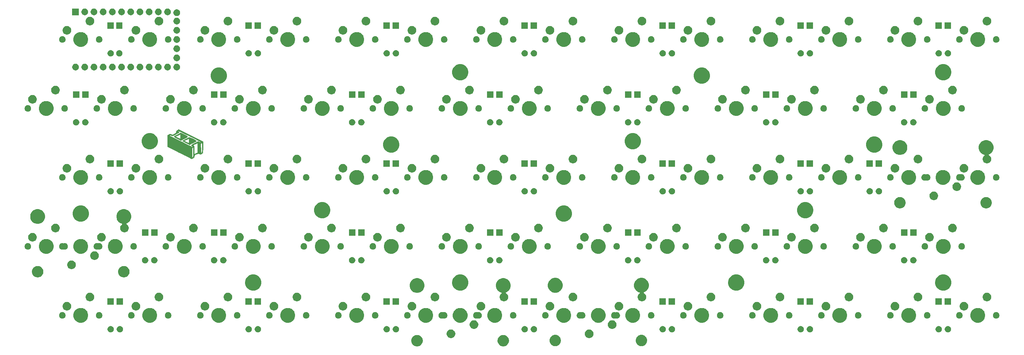
<source format=gbr>
G04 #@! TF.GenerationSoftware,KiCad,Pcbnew,(5.1.5-0-10_14)*
G04 #@! TF.CreationDate,2019-12-14T19:49:10-08:00*
G04 #@! TF.ProjectId,Planck_S_01,506c616e-636b-45f5-935f-30312e6b6963,rev?*
G04 #@! TF.SameCoordinates,Original*
G04 #@! TF.FileFunction,Soldermask,Bot*
G04 #@! TF.FilePolarity,Negative*
%FSLAX46Y46*%
G04 Gerber Fmt 4.6, Leading zero omitted, Abs format (unit mm)*
G04 Created by KiCad (PCBNEW (5.1.5-0-10_14)) date 2019-12-14 19:49:10*
%MOMM*%
%LPD*%
G04 APERTURE LIST*
%ADD10C,0.010000*%
%ADD11C,0.100000*%
G04 APERTURE END LIST*
D10*
G36*
X99719834Y-83848129D02*
G01*
X99358524Y-84034579D01*
X99060153Y-84201160D01*
X98853695Y-84330769D01*
X98768126Y-84406306D01*
X98767334Y-84410304D01*
X98838917Y-84479354D01*
X99034350Y-84604228D01*
X99324656Y-84767823D01*
X99680861Y-84953036D01*
X99719834Y-84972508D01*
X100672334Y-85446609D01*
X101624834Y-84972537D01*
X101986143Y-84786087D01*
X102284515Y-84619506D01*
X102490973Y-84489896D01*
X102576541Y-84414360D01*
X102577334Y-84410361D01*
X102577305Y-84410333D01*
X100545334Y-84410333D01*
X100540321Y-84713882D01*
X100527062Y-84938421D01*
X100508224Y-85042566D01*
X100504401Y-85045333D01*
X100414892Y-85010290D01*
X100211983Y-84916919D01*
X99933611Y-84782863D01*
X99825529Y-84729672D01*
X99187590Y-84414011D01*
X99802962Y-84098862D01*
X100095861Y-83952117D01*
X100330405Y-83840657D01*
X100466524Y-83783329D01*
X100481834Y-83779523D01*
X100512167Y-83855163D01*
X100534615Y-84059082D01*
X100545050Y-84350269D01*
X100545334Y-84410333D01*
X102577305Y-84410333D01*
X102505751Y-84341312D01*
X102310318Y-84216438D01*
X102020011Y-84052843D01*
X101663807Y-83867629D01*
X101624834Y-83848158D01*
X100672334Y-83374056D01*
X99719834Y-83848129D01*
G37*
X99719834Y-83848129D02*
X99358524Y-84034579D01*
X99060153Y-84201160D01*
X98853695Y-84330769D01*
X98768126Y-84406306D01*
X98767334Y-84410304D01*
X98838917Y-84479354D01*
X99034350Y-84604228D01*
X99324656Y-84767823D01*
X99680861Y-84953036D01*
X99719834Y-84972508D01*
X100672334Y-85446609D01*
X101624834Y-84972537D01*
X101986143Y-84786087D01*
X102284515Y-84619506D01*
X102490973Y-84489896D01*
X102576541Y-84414360D01*
X102577334Y-84410361D01*
X102577305Y-84410333D01*
X100545334Y-84410333D01*
X100540321Y-84713882D01*
X100527062Y-84938421D01*
X100508224Y-85042566D01*
X100504401Y-85045333D01*
X100414892Y-85010290D01*
X100211983Y-84916919D01*
X99933611Y-84782863D01*
X99825529Y-84729672D01*
X99187590Y-84414011D01*
X99802962Y-84098862D01*
X100095861Y-83952117D01*
X100330405Y-83840657D01*
X100466524Y-83783329D01*
X100481834Y-83779523D01*
X100512167Y-83855163D01*
X100534615Y-84059082D01*
X100545050Y-84350269D01*
X100545334Y-84410333D01*
X102577305Y-84410333D01*
X102505751Y-84341312D01*
X102310318Y-84216438D01*
X102020011Y-84052843D01*
X101663807Y-83867629D01*
X101624834Y-83848158D01*
X100672334Y-83374056D01*
X99719834Y-83848129D01*
G36*
X102909168Y-84658373D02*
G01*
X102674268Y-84755341D01*
X102373969Y-84894676D01*
X102043940Y-85058151D01*
X101719849Y-85227537D01*
X101437366Y-85384607D01*
X101232159Y-85511133D01*
X101139898Y-85588888D01*
X101138000Y-85595505D01*
X101208043Y-85653896D01*
X101395315Y-85769552D01*
X101665532Y-85924123D01*
X101984412Y-86099259D01*
X102317671Y-86276609D01*
X102631024Y-86437823D01*
X102890190Y-86564552D01*
X103060884Y-86638445D01*
X103107434Y-86649638D01*
X103186186Y-86611940D01*
X103385889Y-86512431D01*
X103676589Y-86366127D01*
X104028334Y-86188043D01*
X104037834Y-86183221D01*
X104390143Y-85995983D01*
X104678983Y-85826513D01*
X104874786Y-85693296D01*
X104947987Y-85614814D01*
X104948000Y-85614218D01*
X104930041Y-85595666D01*
X102916000Y-85595666D01*
X102910988Y-85899215D01*
X102897729Y-86123754D01*
X102878891Y-86227899D01*
X102875068Y-86230666D01*
X102785559Y-86195623D01*
X102582649Y-86102253D01*
X102304278Y-85968196D01*
X102196196Y-85915005D01*
X101558257Y-85599345D01*
X102173629Y-85284196D01*
X102466527Y-85137451D01*
X102701072Y-85025990D01*
X102837191Y-84968662D01*
X102852500Y-84964856D01*
X102882834Y-85040496D01*
X102905282Y-85244415D01*
X102915716Y-85535602D01*
X102916000Y-85595666D01*
X104930041Y-85595666D01*
X104876850Y-85540722D01*
X104687132Y-85415722D01*
X104414445Y-85257760D01*
X104094388Y-85085376D01*
X103762560Y-84917114D01*
X103454559Y-84771514D01*
X103205984Y-84667118D01*
X103052435Y-84622467D01*
X103043000Y-84622000D01*
X102909168Y-84658373D01*
G37*
X102909168Y-84658373D02*
X102674268Y-84755341D01*
X102373969Y-84894676D01*
X102043940Y-85058151D01*
X101719849Y-85227537D01*
X101437366Y-85384607D01*
X101232159Y-85511133D01*
X101139898Y-85588888D01*
X101138000Y-85595505D01*
X101208043Y-85653896D01*
X101395315Y-85769552D01*
X101665532Y-85924123D01*
X101984412Y-86099259D01*
X102317671Y-86276609D01*
X102631024Y-86437823D01*
X102890190Y-86564552D01*
X103060884Y-86638445D01*
X103107434Y-86649638D01*
X103186186Y-86611940D01*
X103385889Y-86512431D01*
X103676589Y-86366127D01*
X104028334Y-86188043D01*
X104037834Y-86183221D01*
X104390143Y-85995983D01*
X104678983Y-85826513D01*
X104874786Y-85693296D01*
X104947987Y-85614814D01*
X104948000Y-85614218D01*
X104930041Y-85595666D01*
X102916000Y-85595666D01*
X102910988Y-85899215D01*
X102897729Y-86123754D01*
X102878891Y-86227899D01*
X102875068Y-86230666D01*
X102785559Y-86195623D01*
X102582649Y-86102253D01*
X102304278Y-85968196D01*
X102196196Y-85915005D01*
X101558257Y-85599345D01*
X102173629Y-85284196D01*
X102466527Y-85137451D01*
X102701072Y-85025990D01*
X102837191Y-84968662D01*
X102852500Y-84964856D01*
X102882834Y-85040496D01*
X102905282Y-85244415D01*
X102915716Y-85535602D01*
X102916000Y-85595666D01*
X104930041Y-85595666D01*
X104876850Y-85540722D01*
X104687132Y-85415722D01*
X104414445Y-85257760D01*
X104094388Y-85085376D01*
X103762560Y-84917114D01*
X103454559Y-84771514D01*
X103205984Y-84667118D01*
X103052435Y-84622467D01*
X103043000Y-84622000D01*
X102909168Y-84658373D01*
G36*
X99723268Y-82650882D02*
G01*
X99507656Y-82800198D01*
X99405978Y-82963829D01*
X99375973Y-83136557D01*
X99348215Y-83305767D01*
X99276502Y-83429092D01*
X99124737Y-83544063D01*
X98856827Y-83688210D01*
X98834627Y-83699436D01*
X98319643Y-83959400D01*
X97989455Y-83810506D01*
X97772679Y-83721986D01*
X97622675Y-83710591D01*
X97453458Y-83780376D01*
X97345467Y-83840867D01*
X97031667Y-84020122D01*
X97008872Y-85612227D01*
X96986077Y-87204333D01*
X100332320Y-88876500D01*
X101028652Y-89224156D01*
X101676862Y-89547187D01*
X102261577Y-89837977D01*
X102767424Y-90088906D01*
X103179031Y-90292358D01*
X103481024Y-90440715D01*
X103658030Y-90526361D01*
X103699448Y-90544918D01*
X103777873Y-90503521D01*
X103950435Y-90403832D01*
X104033930Y-90354418D01*
X104248479Y-90196923D01*
X104347856Y-90022714D01*
X104372596Y-89871333D01*
X104401592Y-89702520D01*
X104478286Y-89576439D01*
X104638775Y-89454496D01*
X104898467Y-89309063D01*
X105168944Y-89169344D01*
X105348252Y-89100753D01*
X105494620Y-89094711D01*
X105666279Y-89142638D01*
X105770245Y-89180621D01*
X106008201Y-89259704D01*
X106171545Y-89270273D01*
X106342082Y-89208685D01*
X106454778Y-89150141D01*
X106768334Y-88982167D01*
X106790901Y-87441400D01*
X106556667Y-87441400D01*
X106551870Y-87992910D01*
X106535095Y-88396025D01*
X106502769Y-88671474D01*
X106451318Y-88839987D01*
X106377167Y-88922293D01*
X106298290Y-88940000D01*
X106275509Y-88860229D01*
X106249054Y-88640266D01*
X106221517Y-88309139D01*
X106195495Y-87895873D01*
X106183110Y-87651436D01*
X106161582Y-87154277D01*
X106151889Y-86799143D01*
X106155739Y-86559028D01*
X106174837Y-86406929D01*
X106210890Y-86315839D01*
X106265606Y-86258754D01*
X106271403Y-86254436D01*
X106277137Y-86251046D01*
X105328677Y-86251046D01*
X105328046Y-86480124D01*
X105322670Y-86819545D01*
X105312957Y-87239860D01*
X105305495Y-87509196D01*
X105266757Y-88830060D01*
X104832212Y-89042955D01*
X104397667Y-89255851D01*
X104385584Y-88675965D01*
X104101334Y-88675965D01*
X104099415Y-89196260D01*
X104090570Y-89571533D01*
X104070165Y-89826077D01*
X104033565Y-89984188D01*
X103976138Y-90070160D01*
X103893249Y-90108289D01*
X103826167Y-90118649D01*
X103804394Y-90041170D01*
X103785839Y-89822994D01*
X103771898Y-89492746D01*
X103763965Y-89079053D01*
X103762667Y-88815978D01*
X103764042Y-88316547D01*
X103770310Y-87959873D01*
X103784684Y-87719387D01*
X103810378Y-87568521D01*
X103850605Y-87480708D01*
X103908579Y-87429379D01*
X103932000Y-87416000D01*
X103995308Y-87387896D01*
X104040475Y-87397332D01*
X104070563Y-87467084D01*
X104088631Y-87619926D01*
X104097740Y-87878633D01*
X104100953Y-88265982D01*
X104101334Y-88675965D01*
X104385584Y-88675965D01*
X104374122Y-88125965D01*
X104362882Y-87667252D01*
X104348329Y-87348719D01*
X104325549Y-87141218D01*
X104289626Y-87015601D01*
X104235647Y-86942723D01*
X104167050Y-86897858D01*
X104090494Y-86845245D01*
X104088947Y-86789674D01*
X104183083Y-86712477D01*
X104393575Y-86594990D01*
X104643801Y-86467413D01*
X104940993Y-86321769D01*
X105173713Y-86215072D01*
X105306557Y-86163228D01*
X105324156Y-86161761D01*
X105328677Y-86251046D01*
X106277137Y-86251046D01*
X106420070Y-86166556D01*
X106488183Y-86146000D01*
X106511796Y-86225831D01*
X106531887Y-86446008D01*
X106546926Y-86777554D01*
X106555379Y-87191494D01*
X106556667Y-87441400D01*
X106790901Y-87441400D01*
X106791275Y-87415916D01*
X106812256Y-85983438D01*
X106201897Y-85983438D01*
X106197634Y-85986381D01*
X106000182Y-86005426D01*
X105753834Y-85917997D01*
X105448240Y-85772270D01*
X104478454Y-86255003D01*
X104113918Y-86441735D01*
X103811934Y-86606472D01*
X103601148Y-86732843D01*
X103510206Y-86804474D01*
X103508667Y-86809278D01*
X103577289Y-86891543D01*
X103737085Y-86984893D01*
X103883256Y-87068513D01*
X103884368Y-87134793D01*
X103842918Y-87166520D01*
X103726326Y-87234126D01*
X103698710Y-87245370D01*
X103620850Y-87209089D01*
X103407638Y-87104981D01*
X103075147Y-86941012D01*
X102639447Y-86725150D01*
X102116610Y-86465363D01*
X101522708Y-86169618D01*
X100873810Y-85845884D01*
X100608376Y-85713297D01*
X99941191Y-85379497D01*
X99322025Y-85068910D01*
X98767099Y-84789732D01*
X98292632Y-84550161D01*
X97914844Y-84358392D01*
X97649954Y-84222623D01*
X97514181Y-84151049D01*
X97499786Y-84142360D01*
X97523795Y-84074180D01*
X97579446Y-84030912D01*
X97755086Y-84013238D01*
X97932623Y-84077849D01*
X98092089Y-84151047D01*
X98238021Y-84181914D01*
X98404422Y-84162822D01*
X98625294Y-84086147D01*
X98934639Y-83944262D01*
X99270320Y-83777849D01*
X99723252Y-83541184D01*
X100024820Y-83360695D01*
X100181610Y-83231522D01*
X100200209Y-83148807D01*
X100158157Y-83122787D01*
X100023367Y-83055363D01*
X99952667Y-83011956D01*
X99869868Y-82931352D01*
X99938848Y-82855858D01*
X99946161Y-82851109D01*
X100031666Y-82856400D01*
X100221669Y-82920399D01*
X100523409Y-83046421D01*
X100944125Y-83237780D01*
X101491055Y-83497790D01*
X102171438Y-83829764D01*
X102992513Y-84237017D01*
X103201247Y-84341294D01*
X104009326Y-84747107D01*
X104674373Y-85085015D01*
X105206047Y-85360321D01*
X105614008Y-85578330D01*
X105907915Y-85744342D01*
X106097425Y-85863663D01*
X106192200Y-85941593D01*
X106201897Y-85983438D01*
X106812256Y-85983438D01*
X106814216Y-85849666D01*
X103429209Y-84158895D01*
X100044203Y-82468124D01*
X99723268Y-82650882D01*
G37*
X99723268Y-82650882D02*
X99507656Y-82800198D01*
X99405978Y-82963829D01*
X99375973Y-83136557D01*
X99348215Y-83305767D01*
X99276502Y-83429092D01*
X99124737Y-83544063D01*
X98856827Y-83688210D01*
X98834627Y-83699436D01*
X98319643Y-83959400D01*
X97989455Y-83810506D01*
X97772679Y-83721986D01*
X97622675Y-83710591D01*
X97453458Y-83780376D01*
X97345467Y-83840867D01*
X97031667Y-84020122D01*
X97008872Y-85612227D01*
X96986077Y-87204333D01*
X100332320Y-88876500D01*
X101028652Y-89224156D01*
X101676862Y-89547187D01*
X102261577Y-89837977D01*
X102767424Y-90088906D01*
X103179031Y-90292358D01*
X103481024Y-90440715D01*
X103658030Y-90526361D01*
X103699448Y-90544918D01*
X103777873Y-90503521D01*
X103950435Y-90403832D01*
X104033930Y-90354418D01*
X104248479Y-90196923D01*
X104347856Y-90022714D01*
X104372596Y-89871333D01*
X104401592Y-89702520D01*
X104478286Y-89576439D01*
X104638775Y-89454496D01*
X104898467Y-89309063D01*
X105168944Y-89169344D01*
X105348252Y-89100753D01*
X105494620Y-89094711D01*
X105666279Y-89142638D01*
X105770245Y-89180621D01*
X106008201Y-89259704D01*
X106171545Y-89270273D01*
X106342082Y-89208685D01*
X106454778Y-89150141D01*
X106768334Y-88982167D01*
X106790901Y-87441400D01*
X106556667Y-87441400D01*
X106551870Y-87992910D01*
X106535095Y-88396025D01*
X106502769Y-88671474D01*
X106451318Y-88839987D01*
X106377167Y-88922293D01*
X106298290Y-88940000D01*
X106275509Y-88860229D01*
X106249054Y-88640266D01*
X106221517Y-88309139D01*
X106195495Y-87895873D01*
X106183110Y-87651436D01*
X106161582Y-87154277D01*
X106151889Y-86799143D01*
X106155739Y-86559028D01*
X106174837Y-86406929D01*
X106210890Y-86315839D01*
X106265606Y-86258754D01*
X106271403Y-86254436D01*
X106277137Y-86251046D01*
X105328677Y-86251046D01*
X105328046Y-86480124D01*
X105322670Y-86819545D01*
X105312957Y-87239860D01*
X105305495Y-87509196D01*
X105266757Y-88830060D01*
X104832212Y-89042955D01*
X104397667Y-89255851D01*
X104385584Y-88675965D01*
X104101334Y-88675965D01*
X104099415Y-89196260D01*
X104090570Y-89571533D01*
X104070165Y-89826077D01*
X104033565Y-89984188D01*
X103976138Y-90070160D01*
X103893249Y-90108289D01*
X103826167Y-90118649D01*
X103804394Y-90041170D01*
X103785839Y-89822994D01*
X103771898Y-89492746D01*
X103763965Y-89079053D01*
X103762667Y-88815978D01*
X103764042Y-88316547D01*
X103770310Y-87959873D01*
X103784684Y-87719387D01*
X103810378Y-87568521D01*
X103850605Y-87480708D01*
X103908579Y-87429379D01*
X103932000Y-87416000D01*
X103995308Y-87387896D01*
X104040475Y-87397332D01*
X104070563Y-87467084D01*
X104088631Y-87619926D01*
X104097740Y-87878633D01*
X104100953Y-88265982D01*
X104101334Y-88675965D01*
X104385584Y-88675965D01*
X104374122Y-88125965D01*
X104362882Y-87667252D01*
X104348329Y-87348719D01*
X104325549Y-87141218D01*
X104289626Y-87015601D01*
X104235647Y-86942723D01*
X104167050Y-86897858D01*
X104090494Y-86845245D01*
X104088947Y-86789674D01*
X104183083Y-86712477D01*
X104393575Y-86594990D01*
X104643801Y-86467413D01*
X104940993Y-86321769D01*
X105173713Y-86215072D01*
X105306557Y-86163228D01*
X105324156Y-86161761D01*
X105328677Y-86251046D01*
X106277137Y-86251046D01*
X106420070Y-86166556D01*
X106488183Y-86146000D01*
X106511796Y-86225831D01*
X106531887Y-86446008D01*
X106546926Y-86777554D01*
X106555379Y-87191494D01*
X106556667Y-87441400D01*
X106790901Y-87441400D01*
X106791275Y-87415916D01*
X106812256Y-85983438D01*
X106201897Y-85983438D01*
X106197634Y-85986381D01*
X106000182Y-86005426D01*
X105753834Y-85917997D01*
X105448240Y-85772270D01*
X104478454Y-86255003D01*
X104113918Y-86441735D01*
X103811934Y-86606472D01*
X103601148Y-86732843D01*
X103510206Y-86804474D01*
X103508667Y-86809278D01*
X103577289Y-86891543D01*
X103737085Y-86984893D01*
X103883256Y-87068513D01*
X103884368Y-87134793D01*
X103842918Y-87166520D01*
X103726326Y-87234126D01*
X103698710Y-87245370D01*
X103620850Y-87209089D01*
X103407638Y-87104981D01*
X103075147Y-86941012D01*
X102639447Y-86725150D01*
X102116610Y-86465363D01*
X101522708Y-86169618D01*
X100873810Y-85845884D01*
X100608376Y-85713297D01*
X99941191Y-85379497D01*
X99322025Y-85068910D01*
X98767099Y-84789732D01*
X98292632Y-84550161D01*
X97914844Y-84358392D01*
X97649954Y-84222623D01*
X97514181Y-84151049D01*
X97499786Y-84142360D01*
X97523795Y-84074180D01*
X97579446Y-84030912D01*
X97755086Y-84013238D01*
X97932623Y-84077849D01*
X98092089Y-84151047D01*
X98238021Y-84181914D01*
X98404422Y-84162822D01*
X98625294Y-84086147D01*
X98934639Y-83944262D01*
X99270320Y-83777849D01*
X99723252Y-83541184D01*
X100024820Y-83360695D01*
X100181610Y-83231522D01*
X100200209Y-83148807D01*
X100158157Y-83122787D01*
X100023367Y-83055363D01*
X99952667Y-83011956D01*
X99869868Y-82931352D01*
X99938848Y-82855858D01*
X99946161Y-82851109D01*
X100031666Y-82856400D01*
X100221669Y-82920399D01*
X100523409Y-83046421D01*
X100944125Y-83237780D01*
X101491055Y-83497790D01*
X102171438Y-83829764D01*
X102992513Y-84237017D01*
X103201247Y-84341294D01*
X104009326Y-84747107D01*
X104674373Y-85085015D01*
X105206047Y-85360321D01*
X105614008Y-85578330D01*
X105907915Y-85744342D01*
X106097425Y-85863663D01*
X106192200Y-85941593D01*
X106201897Y-85983438D01*
X106812256Y-85983438D01*
X106814216Y-85849666D01*
X103429209Y-84158895D01*
X100044203Y-82468124D01*
X99723268Y-82650882D01*
D11*
G36*
X190007267Y-139240263D02*
G01*
X190159411Y-139270526D01*
X190278137Y-139319704D01*
X190446041Y-139389252D01*
X190446042Y-139389253D01*
X190704004Y-139561617D01*
X190923383Y-139780996D01*
X190941052Y-139807440D01*
X191095748Y-140038959D01*
X191110262Y-140074000D01*
X191193764Y-140275590D01*
X191214474Y-140325590D01*
X191265055Y-140579876D01*
X191275000Y-140629876D01*
X191275000Y-140940124D01*
X191224420Y-141194411D01*
X191214474Y-141244410D01*
X191095748Y-141531041D01*
X191095747Y-141531042D01*
X190923383Y-141789004D01*
X190704004Y-142008383D01*
X190531639Y-142123553D01*
X190446041Y-142180748D01*
X190280121Y-142249474D01*
X190159411Y-142299474D01*
X189855125Y-142360000D01*
X189544875Y-142360000D01*
X189240589Y-142299474D01*
X189119879Y-142249474D01*
X188953959Y-142180748D01*
X188868361Y-142123553D01*
X188695996Y-142008383D01*
X188476617Y-141789004D01*
X188304253Y-141531042D01*
X188304252Y-141531041D01*
X188185526Y-141244410D01*
X188175581Y-141194411D01*
X188125000Y-140940124D01*
X188125000Y-140629876D01*
X188134946Y-140579876D01*
X188185526Y-140325590D01*
X188206237Y-140275590D01*
X188289738Y-140074000D01*
X188304252Y-140038959D01*
X188458948Y-139807440D01*
X188476617Y-139780996D01*
X188695996Y-139561617D01*
X188953958Y-139389253D01*
X188953959Y-139389252D01*
X189121863Y-139319704D01*
X189240589Y-139270526D01*
X189392733Y-139240263D01*
X189544875Y-139210000D01*
X189855125Y-139210000D01*
X190007267Y-139240263D01*
G37*
G36*
X166207267Y-139240263D02*
G01*
X166359411Y-139270526D01*
X166478137Y-139319704D01*
X166646041Y-139389252D01*
X166646042Y-139389253D01*
X166904004Y-139561617D01*
X167123383Y-139780996D01*
X167141052Y-139807440D01*
X167295748Y-140038959D01*
X167310262Y-140074000D01*
X167393764Y-140275590D01*
X167414474Y-140325590D01*
X167465055Y-140579876D01*
X167475000Y-140629876D01*
X167475000Y-140940124D01*
X167424420Y-141194411D01*
X167414474Y-141244410D01*
X167295748Y-141531041D01*
X167295747Y-141531042D01*
X167123383Y-141789004D01*
X166904004Y-142008383D01*
X166731639Y-142123553D01*
X166646041Y-142180748D01*
X166480121Y-142249474D01*
X166359411Y-142299474D01*
X166055125Y-142360000D01*
X165744875Y-142360000D01*
X165440589Y-142299474D01*
X165319879Y-142249474D01*
X165153959Y-142180748D01*
X165068361Y-142123553D01*
X164895996Y-142008383D01*
X164676617Y-141789004D01*
X164504253Y-141531042D01*
X164504252Y-141531041D01*
X164385526Y-141244410D01*
X164375581Y-141194411D01*
X164325000Y-140940124D01*
X164325000Y-140629876D01*
X164334946Y-140579876D01*
X164385526Y-140325590D01*
X164406237Y-140275590D01*
X164489738Y-140074000D01*
X164504252Y-140038959D01*
X164658948Y-139807440D01*
X164676617Y-139780996D01*
X164895996Y-139561617D01*
X165153958Y-139389253D01*
X165153959Y-139389252D01*
X165321863Y-139319704D01*
X165440589Y-139270526D01*
X165592733Y-139240263D01*
X165744875Y-139210000D01*
X166055125Y-139210000D01*
X166207267Y-139240263D01*
G37*
G36*
X228157267Y-139190263D02*
G01*
X228309411Y-139220526D01*
X228328123Y-139228277D01*
X228596041Y-139339252D01*
X228596042Y-139339253D01*
X228854004Y-139511617D01*
X229073383Y-139730996D01*
X229106792Y-139780997D01*
X229245748Y-139988959D01*
X229280973Y-140074000D01*
X229364474Y-140275589D01*
X229374420Y-140325590D01*
X229425000Y-140579875D01*
X229425000Y-140890125D01*
X229415054Y-140940125D01*
X229364474Y-141194411D01*
X229343763Y-141244411D01*
X229245748Y-141481041D01*
X229245747Y-141481042D01*
X229073383Y-141739004D01*
X228854004Y-141958383D01*
X228779173Y-142008383D01*
X228596041Y-142130748D01*
X228428137Y-142200296D01*
X228309411Y-142249474D01*
X228157267Y-142279737D01*
X228005125Y-142310000D01*
X227694875Y-142310000D01*
X227542733Y-142279737D01*
X227390589Y-142249474D01*
X227271863Y-142200296D01*
X227103959Y-142130748D01*
X226920827Y-142008383D01*
X226845996Y-141958383D01*
X226626617Y-141739004D01*
X226454253Y-141481042D01*
X226454252Y-141481041D01*
X226356237Y-141244411D01*
X226335526Y-141194411D01*
X226284946Y-140940125D01*
X226275000Y-140890125D01*
X226275000Y-140579875D01*
X226325580Y-140325590D01*
X226335526Y-140275589D01*
X226419027Y-140074000D01*
X226454252Y-139988959D01*
X226593208Y-139780997D01*
X226626617Y-139730996D01*
X226845996Y-139511617D01*
X227103958Y-139339253D01*
X227103959Y-139339252D01*
X227371877Y-139228277D01*
X227390589Y-139220526D01*
X227542733Y-139190263D01*
X227694875Y-139160000D01*
X228005125Y-139160000D01*
X228157267Y-139190263D01*
G37*
G36*
X204357267Y-139190263D02*
G01*
X204509411Y-139220526D01*
X204528123Y-139228277D01*
X204796041Y-139339252D01*
X204796042Y-139339253D01*
X205054004Y-139511617D01*
X205273383Y-139730996D01*
X205306792Y-139780997D01*
X205445748Y-139988959D01*
X205480973Y-140074000D01*
X205564474Y-140275589D01*
X205574420Y-140325590D01*
X205625000Y-140579875D01*
X205625000Y-140890125D01*
X205615054Y-140940125D01*
X205564474Y-141194411D01*
X205543763Y-141244411D01*
X205445748Y-141481041D01*
X205445747Y-141481042D01*
X205273383Y-141739004D01*
X205054004Y-141958383D01*
X204979173Y-142008383D01*
X204796041Y-142130748D01*
X204628137Y-142200296D01*
X204509411Y-142249474D01*
X204357267Y-142279737D01*
X204205125Y-142310000D01*
X203894875Y-142310000D01*
X203742733Y-142279737D01*
X203590589Y-142249474D01*
X203471863Y-142200296D01*
X203303959Y-142130748D01*
X203120827Y-142008383D01*
X203045996Y-141958383D01*
X202826617Y-141739004D01*
X202654253Y-141481042D01*
X202654252Y-141481041D01*
X202556237Y-141244411D01*
X202535526Y-141194411D01*
X202484946Y-140940125D01*
X202475000Y-140890125D01*
X202475000Y-140579875D01*
X202525580Y-140325590D01*
X202535526Y-140275589D01*
X202619027Y-140074000D01*
X202654252Y-139988959D01*
X202793208Y-139780997D01*
X202826617Y-139730996D01*
X203045996Y-139511617D01*
X203303958Y-139339253D01*
X203303959Y-139339252D01*
X203571877Y-139228277D01*
X203590589Y-139220526D01*
X203742733Y-139190263D01*
X203894875Y-139160000D01*
X204205125Y-139160000D01*
X204357267Y-139190263D01*
G37*
G36*
X213758276Y-137731884D02*
G01*
X213975569Y-137821890D01*
X213975571Y-137821891D01*
X214171130Y-137952560D01*
X214337440Y-138118870D01*
X214370760Y-138168736D01*
X214468110Y-138314431D01*
X214558116Y-138531724D01*
X214604000Y-138762400D01*
X214604000Y-138997600D01*
X214558116Y-139228276D01*
X214491437Y-139389252D01*
X214468109Y-139445571D01*
X214337440Y-139641130D01*
X214171130Y-139807440D01*
X213975571Y-139938109D01*
X213975570Y-139938110D01*
X213975569Y-139938110D01*
X213758276Y-140028116D01*
X213527600Y-140074000D01*
X213292400Y-140074000D01*
X213061724Y-140028116D01*
X212844431Y-139938110D01*
X212844430Y-139938110D01*
X212844429Y-139938109D01*
X212648870Y-139807440D01*
X212482560Y-139641130D01*
X212351891Y-139445571D01*
X212328563Y-139389252D01*
X212261884Y-139228276D01*
X212216000Y-138997600D01*
X212216000Y-138762400D01*
X212261884Y-138531724D01*
X212351890Y-138314431D01*
X212449241Y-138168736D01*
X212482560Y-138118870D01*
X212648870Y-137952560D01*
X212844429Y-137821891D01*
X212844431Y-137821890D01*
X213061724Y-137731884D01*
X213292400Y-137686000D01*
X213527600Y-137686000D01*
X213758276Y-137731884D01*
G37*
G36*
X175608276Y-137731884D02*
G01*
X175825569Y-137821890D01*
X175825571Y-137821891D01*
X176021130Y-137952560D01*
X176187440Y-138118870D01*
X176220760Y-138168736D01*
X176318110Y-138314431D01*
X176408116Y-138531724D01*
X176454000Y-138762400D01*
X176454000Y-138997600D01*
X176408116Y-139228276D01*
X176341437Y-139389252D01*
X176318109Y-139445571D01*
X176187440Y-139641130D01*
X176021130Y-139807440D01*
X175825571Y-139938109D01*
X175825570Y-139938110D01*
X175825569Y-139938110D01*
X175608276Y-140028116D01*
X175377600Y-140074000D01*
X175142400Y-140074000D01*
X174911724Y-140028116D01*
X174694431Y-139938110D01*
X174694430Y-139938110D01*
X174694429Y-139938109D01*
X174498870Y-139807440D01*
X174332560Y-139641130D01*
X174201891Y-139445571D01*
X174178563Y-139389252D01*
X174111884Y-139228276D01*
X174066000Y-138997600D01*
X174066000Y-138762400D01*
X174111884Y-138531724D01*
X174201890Y-138314431D01*
X174299241Y-138168736D01*
X174332560Y-138118870D01*
X174498870Y-137952560D01*
X174694429Y-137821891D01*
X174694431Y-137821890D01*
X174911724Y-137731884D01*
X175142400Y-137686000D01*
X175377600Y-137686000D01*
X175608276Y-137731884D01*
G37*
G36*
X198320997Y-136750342D02*
G01*
X198405666Y-136767183D01*
X198471738Y-136794551D01*
X198565177Y-136833255D01*
X198708736Y-136929178D01*
X198830822Y-137051264D01*
X198926745Y-137194823D01*
X198992817Y-137354335D01*
X199026500Y-137523671D01*
X199026500Y-137696329D01*
X198992817Y-137865665D01*
X198926745Y-138025177D01*
X198830822Y-138168736D01*
X198708736Y-138290822D01*
X198565177Y-138386745D01*
X198471738Y-138425449D01*
X198405666Y-138452817D01*
X198320997Y-138469658D01*
X198236329Y-138486500D01*
X198063671Y-138486500D01*
X197979003Y-138469658D01*
X197894334Y-138452817D01*
X197828262Y-138425449D01*
X197734823Y-138386745D01*
X197591264Y-138290822D01*
X197469178Y-138168736D01*
X197373255Y-138025177D01*
X197307183Y-137865665D01*
X197273500Y-137696329D01*
X197273500Y-137523671D01*
X197307183Y-137354335D01*
X197373255Y-137194823D01*
X197469178Y-137051264D01*
X197591264Y-136929178D01*
X197734823Y-136833255D01*
X197828262Y-136794551D01*
X197894334Y-136767183D01*
X197979003Y-136750342D01*
X198063671Y-136733500D01*
X198236329Y-136733500D01*
X198320997Y-136750342D01*
G37*
G36*
X195770997Y-136750342D02*
G01*
X195855666Y-136767183D01*
X195921738Y-136794551D01*
X196015177Y-136833255D01*
X196158736Y-136929178D01*
X196280822Y-137051264D01*
X196376745Y-137194823D01*
X196442817Y-137354335D01*
X196476500Y-137523671D01*
X196476500Y-137696329D01*
X196442817Y-137865665D01*
X196376745Y-138025177D01*
X196280822Y-138168736D01*
X196158736Y-138290822D01*
X196015177Y-138386745D01*
X195921738Y-138425449D01*
X195855666Y-138452817D01*
X195770997Y-138469658D01*
X195686329Y-138486500D01*
X195513671Y-138486500D01*
X195429003Y-138469658D01*
X195344334Y-138452817D01*
X195278262Y-138425449D01*
X195184823Y-138386745D01*
X195041264Y-138290822D01*
X194919178Y-138168736D01*
X194823255Y-138025177D01*
X194757183Y-137865665D01*
X194723500Y-137696329D01*
X194723500Y-137523671D01*
X194757183Y-137354335D01*
X194823255Y-137194823D01*
X194919178Y-137051264D01*
X195041264Y-136929178D01*
X195184823Y-136833255D01*
X195278262Y-136794551D01*
X195344334Y-136767183D01*
X195429003Y-136750342D01*
X195513671Y-136733500D01*
X195686329Y-136733500D01*
X195770997Y-136750342D01*
G37*
G36*
X160220997Y-136750342D02*
G01*
X160305666Y-136767183D01*
X160371738Y-136794551D01*
X160465177Y-136833255D01*
X160608736Y-136929178D01*
X160730822Y-137051264D01*
X160826745Y-137194823D01*
X160892817Y-137354335D01*
X160926500Y-137523671D01*
X160926500Y-137696329D01*
X160892817Y-137865665D01*
X160826745Y-138025177D01*
X160730822Y-138168736D01*
X160608736Y-138290822D01*
X160465177Y-138386745D01*
X160371738Y-138425449D01*
X160305666Y-138452817D01*
X160220997Y-138469658D01*
X160136329Y-138486500D01*
X159963671Y-138486500D01*
X159879003Y-138469658D01*
X159794334Y-138452817D01*
X159728262Y-138425449D01*
X159634823Y-138386745D01*
X159491264Y-138290822D01*
X159369178Y-138168736D01*
X159273255Y-138025177D01*
X159207183Y-137865665D01*
X159173500Y-137696329D01*
X159173500Y-137523671D01*
X159207183Y-137354335D01*
X159273255Y-137194823D01*
X159369178Y-137051264D01*
X159491264Y-136929178D01*
X159634823Y-136833255D01*
X159728262Y-136794551D01*
X159794334Y-136767183D01*
X159879003Y-136750342D01*
X159963671Y-136733500D01*
X160136329Y-136733500D01*
X160220997Y-136750342D01*
G37*
G36*
X157670997Y-136750342D02*
G01*
X157755666Y-136767183D01*
X157821738Y-136794551D01*
X157915177Y-136833255D01*
X158058736Y-136929178D01*
X158180822Y-137051264D01*
X158276745Y-137194823D01*
X158342817Y-137354335D01*
X158376500Y-137523671D01*
X158376500Y-137696329D01*
X158342817Y-137865665D01*
X158276745Y-138025177D01*
X158180822Y-138168736D01*
X158058736Y-138290822D01*
X157915177Y-138386745D01*
X157821738Y-138425449D01*
X157755666Y-138452817D01*
X157670997Y-138469658D01*
X157586329Y-138486500D01*
X157413671Y-138486500D01*
X157329003Y-138469658D01*
X157244334Y-138452817D01*
X157178262Y-138425449D01*
X157084823Y-138386745D01*
X156941264Y-138290822D01*
X156819178Y-138168736D01*
X156723255Y-138025177D01*
X156657183Y-137865665D01*
X156623500Y-137696329D01*
X156623500Y-137523671D01*
X156657183Y-137354335D01*
X156723255Y-137194823D01*
X156819178Y-137051264D01*
X156941264Y-136929178D01*
X157084823Y-136833255D01*
X157178262Y-136794551D01*
X157244334Y-136767183D01*
X157329003Y-136750342D01*
X157413671Y-136733500D01*
X157586329Y-136733500D01*
X157670997Y-136750342D01*
G37*
G36*
X122120997Y-136750342D02*
G01*
X122205666Y-136767183D01*
X122271738Y-136794551D01*
X122365177Y-136833255D01*
X122508736Y-136929178D01*
X122630822Y-137051264D01*
X122726745Y-137194823D01*
X122792817Y-137354335D01*
X122826500Y-137523671D01*
X122826500Y-137696329D01*
X122792817Y-137865665D01*
X122726745Y-138025177D01*
X122630822Y-138168736D01*
X122508736Y-138290822D01*
X122365177Y-138386745D01*
X122271738Y-138425449D01*
X122205666Y-138452817D01*
X122120997Y-138469658D01*
X122036329Y-138486500D01*
X121863671Y-138486500D01*
X121779003Y-138469658D01*
X121694334Y-138452817D01*
X121628262Y-138425449D01*
X121534823Y-138386745D01*
X121391264Y-138290822D01*
X121269178Y-138168736D01*
X121173255Y-138025177D01*
X121107183Y-137865665D01*
X121073500Y-137696329D01*
X121073500Y-137523671D01*
X121107183Y-137354335D01*
X121173255Y-137194823D01*
X121269178Y-137051264D01*
X121391264Y-136929178D01*
X121534823Y-136833255D01*
X121628262Y-136794551D01*
X121694334Y-136767183D01*
X121779003Y-136750342D01*
X121863671Y-136733500D01*
X122036329Y-136733500D01*
X122120997Y-136750342D01*
G37*
G36*
X119570997Y-136750342D02*
G01*
X119655666Y-136767183D01*
X119721738Y-136794551D01*
X119815177Y-136833255D01*
X119958736Y-136929178D01*
X120080822Y-137051264D01*
X120176745Y-137194823D01*
X120242817Y-137354335D01*
X120276500Y-137523671D01*
X120276500Y-137696329D01*
X120242817Y-137865665D01*
X120176745Y-138025177D01*
X120080822Y-138168736D01*
X119958736Y-138290822D01*
X119815177Y-138386745D01*
X119721738Y-138425449D01*
X119655666Y-138452817D01*
X119570997Y-138469658D01*
X119486329Y-138486500D01*
X119313671Y-138486500D01*
X119229003Y-138469658D01*
X119144334Y-138452817D01*
X119078262Y-138425449D01*
X118984823Y-138386745D01*
X118841264Y-138290822D01*
X118719178Y-138168736D01*
X118623255Y-138025177D01*
X118557183Y-137865665D01*
X118523500Y-137696329D01*
X118523500Y-137523671D01*
X118557183Y-137354335D01*
X118623255Y-137194823D01*
X118719178Y-137051264D01*
X118841264Y-136929178D01*
X118984823Y-136833255D01*
X119078262Y-136794551D01*
X119144334Y-136767183D01*
X119229003Y-136750342D01*
X119313671Y-136733500D01*
X119486329Y-136733500D01*
X119570997Y-136750342D01*
G37*
G36*
X84020997Y-136750342D02*
G01*
X84105666Y-136767183D01*
X84171738Y-136794551D01*
X84265177Y-136833255D01*
X84408736Y-136929178D01*
X84530822Y-137051264D01*
X84626745Y-137194823D01*
X84692817Y-137354335D01*
X84726500Y-137523671D01*
X84726500Y-137696329D01*
X84692817Y-137865665D01*
X84626745Y-138025177D01*
X84530822Y-138168736D01*
X84408736Y-138290822D01*
X84265177Y-138386745D01*
X84171738Y-138425449D01*
X84105666Y-138452817D01*
X84020997Y-138469658D01*
X83936329Y-138486500D01*
X83763671Y-138486500D01*
X83679003Y-138469658D01*
X83594334Y-138452817D01*
X83528262Y-138425449D01*
X83434823Y-138386745D01*
X83291264Y-138290822D01*
X83169178Y-138168736D01*
X83073255Y-138025177D01*
X83007183Y-137865665D01*
X82973500Y-137696329D01*
X82973500Y-137523671D01*
X83007183Y-137354335D01*
X83073255Y-137194823D01*
X83169178Y-137051264D01*
X83291264Y-136929178D01*
X83434823Y-136833255D01*
X83528262Y-136794551D01*
X83594334Y-136767183D01*
X83679003Y-136750342D01*
X83763671Y-136733500D01*
X83936329Y-136733500D01*
X84020997Y-136750342D01*
G37*
G36*
X81470997Y-136750342D02*
G01*
X81555666Y-136767183D01*
X81621738Y-136794551D01*
X81715177Y-136833255D01*
X81858736Y-136929178D01*
X81980822Y-137051264D01*
X82076745Y-137194823D01*
X82142817Y-137354335D01*
X82176500Y-137523671D01*
X82176500Y-137696329D01*
X82142817Y-137865665D01*
X82076745Y-138025177D01*
X81980822Y-138168736D01*
X81858736Y-138290822D01*
X81715177Y-138386745D01*
X81621738Y-138425449D01*
X81555666Y-138452817D01*
X81470997Y-138469658D01*
X81386329Y-138486500D01*
X81213671Y-138486500D01*
X81129003Y-138469658D01*
X81044334Y-138452817D01*
X80978262Y-138425449D01*
X80884823Y-138386745D01*
X80741264Y-138290822D01*
X80619178Y-138168736D01*
X80523255Y-138025177D01*
X80457183Y-137865665D01*
X80423500Y-137696329D01*
X80423500Y-137523671D01*
X80457183Y-137354335D01*
X80523255Y-137194823D01*
X80619178Y-137051264D01*
X80741264Y-136929178D01*
X80884823Y-136833255D01*
X80978262Y-136794551D01*
X81044334Y-136767183D01*
X81129003Y-136750342D01*
X81213671Y-136733500D01*
X81386329Y-136733500D01*
X81470997Y-136750342D01*
G37*
G36*
X233870997Y-136750342D02*
G01*
X233955666Y-136767183D01*
X234021738Y-136794551D01*
X234115177Y-136833255D01*
X234258736Y-136929178D01*
X234380822Y-137051264D01*
X234476745Y-137194823D01*
X234542817Y-137354335D01*
X234576500Y-137523671D01*
X234576500Y-137696329D01*
X234542817Y-137865665D01*
X234476745Y-138025177D01*
X234380822Y-138168736D01*
X234258736Y-138290822D01*
X234115177Y-138386745D01*
X234021738Y-138425449D01*
X233955666Y-138452817D01*
X233870997Y-138469658D01*
X233786329Y-138486500D01*
X233613671Y-138486500D01*
X233529003Y-138469658D01*
X233444334Y-138452817D01*
X233378262Y-138425449D01*
X233284823Y-138386745D01*
X233141264Y-138290822D01*
X233019178Y-138168736D01*
X232923255Y-138025177D01*
X232857183Y-137865665D01*
X232823500Y-137696329D01*
X232823500Y-137523671D01*
X232857183Y-137354335D01*
X232923255Y-137194823D01*
X233019178Y-137051264D01*
X233141264Y-136929178D01*
X233284823Y-136833255D01*
X233378262Y-136794551D01*
X233444334Y-136767183D01*
X233529003Y-136750342D01*
X233613671Y-136733500D01*
X233786329Y-136733500D01*
X233870997Y-136750342D01*
G37*
G36*
X236420997Y-136750342D02*
G01*
X236505666Y-136767183D01*
X236571738Y-136794551D01*
X236665177Y-136833255D01*
X236808736Y-136929178D01*
X236930822Y-137051264D01*
X237026745Y-137194823D01*
X237092817Y-137354335D01*
X237126500Y-137523671D01*
X237126500Y-137696329D01*
X237092817Y-137865665D01*
X237026745Y-138025177D01*
X236930822Y-138168736D01*
X236808736Y-138290822D01*
X236665177Y-138386745D01*
X236571738Y-138425449D01*
X236505666Y-138452817D01*
X236420997Y-138469658D01*
X236336329Y-138486500D01*
X236163671Y-138486500D01*
X236079003Y-138469658D01*
X235994334Y-138452817D01*
X235928262Y-138425449D01*
X235834823Y-138386745D01*
X235691264Y-138290822D01*
X235569178Y-138168736D01*
X235473255Y-138025177D01*
X235407183Y-137865665D01*
X235373500Y-137696329D01*
X235373500Y-137523671D01*
X235407183Y-137354335D01*
X235473255Y-137194823D01*
X235569178Y-137051264D01*
X235691264Y-136929178D01*
X235834823Y-136833255D01*
X235928262Y-136794551D01*
X235994334Y-136767183D01*
X236079003Y-136750342D01*
X236163671Y-136733500D01*
X236336329Y-136733500D01*
X236420997Y-136750342D01*
G37*
G36*
X271970997Y-136750342D02*
G01*
X272055666Y-136767183D01*
X272121738Y-136794551D01*
X272215177Y-136833255D01*
X272358736Y-136929178D01*
X272480822Y-137051264D01*
X272576745Y-137194823D01*
X272642817Y-137354335D01*
X272676500Y-137523671D01*
X272676500Y-137696329D01*
X272642817Y-137865665D01*
X272576745Y-138025177D01*
X272480822Y-138168736D01*
X272358736Y-138290822D01*
X272215177Y-138386745D01*
X272121738Y-138425449D01*
X272055666Y-138452817D01*
X271970997Y-138469658D01*
X271886329Y-138486500D01*
X271713671Y-138486500D01*
X271629003Y-138469658D01*
X271544334Y-138452817D01*
X271478262Y-138425449D01*
X271384823Y-138386745D01*
X271241264Y-138290822D01*
X271119178Y-138168736D01*
X271023255Y-138025177D01*
X270957183Y-137865665D01*
X270923500Y-137696329D01*
X270923500Y-137523671D01*
X270957183Y-137354335D01*
X271023255Y-137194823D01*
X271119178Y-137051264D01*
X271241264Y-136929178D01*
X271384823Y-136833255D01*
X271478262Y-136794551D01*
X271544334Y-136767183D01*
X271629003Y-136750342D01*
X271713671Y-136733500D01*
X271886329Y-136733500D01*
X271970997Y-136750342D01*
G37*
G36*
X274520997Y-136750342D02*
G01*
X274605666Y-136767183D01*
X274671738Y-136794551D01*
X274765177Y-136833255D01*
X274908736Y-136929178D01*
X275030822Y-137051264D01*
X275126745Y-137194823D01*
X275192817Y-137354335D01*
X275226500Y-137523671D01*
X275226500Y-137696329D01*
X275192817Y-137865665D01*
X275126745Y-138025177D01*
X275030822Y-138168736D01*
X274908736Y-138290822D01*
X274765177Y-138386745D01*
X274671738Y-138425449D01*
X274605666Y-138452817D01*
X274520997Y-138469658D01*
X274436329Y-138486500D01*
X274263671Y-138486500D01*
X274179003Y-138469658D01*
X274094334Y-138452817D01*
X274028262Y-138425449D01*
X273934823Y-138386745D01*
X273791264Y-138290822D01*
X273669178Y-138168736D01*
X273573255Y-138025177D01*
X273507183Y-137865665D01*
X273473500Y-137696329D01*
X273473500Y-137523671D01*
X273507183Y-137354335D01*
X273573255Y-137194823D01*
X273669178Y-137051264D01*
X273791264Y-136929178D01*
X273934823Y-136833255D01*
X274028262Y-136794551D01*
X274094334Y-136767183D01*
X274179003Y-136750342D01*
X274263671Y-136733500D01*
X274436329Y-136733500D01*
X274520997Y-136750342D01*
G37*
G36*
X310070997Y-136750342D02*
G01*
X310155666Y-136767183D01*
X310221738Y-136794551D01*
X310315177Y-136833255D01*
X310458736Y-136929178D01*
X310580822Y-137051264D01*
X310676745Y-137194823D01*
X310742817Y-137354335D01*
X310776500Y-137523671D01*
X310776500Y-137696329D01*
X310742817Y-137865665D01*
X310676745Y-138025177D01*
X310580822Y-138168736D01*
X310458736Y-138290822D01*
X310315177Y-138386745D01*
X310221738Y-138425449D01*
X310155666Y-138452817D01*
X310070997Y-138469658D01*
X309986329Y-138486500D01*
X309813671Y-138486500D01*
X309729003Y-138469658D01*
X309644334Y-138452817D01*
X309578262Y-138425449D01*
X309484823Y-138386745D01*
X309341264Y-138290822D01*
X309219178Y-138168736D01*
X309123255Y-138025177D01*
X309057183Y-137865665D01*
X309023500Y-137696329D01*
X309023500Y-137523671D01*
X309057183Y-137354335D01*
X309123255Y-137194823D01*
X309219178Y-137051264D01*
X309341264Y-136929178D01*
X309484823Y-136833255D01*
X309578262Y-136794551D01*
X309644334Y-136767183D01*
X309729003Y-136750342D01*
X309813671Y-136733500D01*
X309986329Y-136733500D01*
X310070997Y-136750342D01*
G37*
G36*
X312620997Y-136750342D02*
G01*
X312705666Y-136767183D01*
X312771738Y-136794551D01*
X312865177Y-136833255D01*
X313008736Y-136929178D01*
X313130822Y-137051264D01*
X313226745Y-137194823D01*
X313292817Y-137354335D01*
X313326500Y-137523671D01*
X313326500Y-137696329D01*
X313292817Y-137865665D01*
X313226745Y-138025177D01*
X313130822Y-138168736D01*
X313008736Y-138290822D01*
X312865177Y-138386745D01*
X312771738Y-138425449D01*
X312705666Y-138452817D01*
X312620997Y-138469658D01*
X312536329Y-138486500D01*
X312363671Y-138486500D01*
X312279003Y-138469658D01*
X312194334Y-138452817D01*
X312128262Y-138425449D01*
X312034823Y-138386745D01*
X311891264Y-138290822D01*
X311769178Y-138168736D01*
X311673255Y-138025177D01*
X311607183Y-137865665D01*
X311573500Y-137696329D01*
X311573500Y-137523671D01*
X311607183Y-137354335D01*
X311673255Y-137194823D01*
X311769178Y-137051264D01*
X311891264Y-136929178D01*
X312034823Y-136833255D01*
X312128262Y-136794551D01*
X312194334Y-136767183D01*
X312279003Y-136750342D01*
X312363671Y-136733500D01*
X312536329Y-136733500D01*
X312620997Y-136750342D01*
G37*
G36*
X181958276Y-135191884D02*
G01*
X182175569Y-135281890D01*
X182175571Y-135281891D01*
X182334938Y-135388377D01*
X182371130Y-135412560D01*
X182537440Y-135578870D01*
X182668110Y-135774431D01*
X182758116Y-135991724D01*
X182804000Y-136222400D01*
X182804000Y-136457600D01*
X182758116Y-136688276D01*
X182698063Y-136833256D01*
X182668109Y-136905571D01*
X182537440Y-137101130D01*
X182371130Y-137267440D01*
X182175571Y-137398109D01*
X182175570Y-137398110D01*
X182175569Y-137398110D01*
X181958276Y-137488116D01*
X181727600Y-137534000D01*
X181492400Y-137534000D01*
X181261724Y-137488116D01*
X181044431Y-137398110D01*
X181044430Y-137398110D01*
X181044429Y-137398109D01*
X180848870Y-137267440D01*
X180682560Y-137101130D01*
X180551891Y-136905571D01*
X180521937Y-136833256D01*
X180461884Y-136688276D01*
X180416000Y-136457600D01*
X180416000Y-136222400D01*
X180461884Y-135991724D01*
X180551890Y-135774431D01*
X180682560Y-135578870D01*
X180848870Y-135412560D01*
X180885062Y-135388377D01*
X181044429Y-135281891D01*
X181044431Y-135281890D01*
X181261724Y-135191884D01*
X181492400Y-135146000D01*
X181727600Y-135146000D01*
X181958276Y-135191884D01*
G37*
G36*
X220108276Y-135191884D02*
G01*
X220325569Y-135281890D01*
X220325571Y-135281891D01*
X220484938Y-135388377D01*
X220521130Y-135412560D01*
X220687440Y-135578870D01*
X220818110Y-135774431D01*
X220908116Y-135991724D01*
X220954000Y-136222400D01*
X220954000Y-136457600D01*
X220908116Y-136688276D01*
X220848063Y-136833256D01*
X220818109Y-136905571D01*
X220687440Y-137101130D01*
X220521130Y-137267440D01*
X220325571Y-137398109D01*
X220325570Y-137398110D01*
X220325569Y-137398110D01*
X220108276Y-137488116D01*
X219877600Y-137534000D01*
X219642400Y-137534000D01*
X219411724Y-137488116D01*
X219194431Y-137398110D01*
X219194430Y-137398110D01*
X219194429Y-137398109D01*
X218998870Y-137267440D01*
X218832560Y-137101130D01*
X218701891Y-136905571D01*
X218671937Y-136833256D01*
X218611884Y-136688276D01*
X218566000Y-136457600D01*
X218566000Y-136222400D01*
X218611884Y-135991724D01*
X218701890Y-135774431D01*
X218832560Y-135578870D01*
X218998870Y-135412560D01*
X219035062Y-135388377D01*
X219194429Y-135281891D01*
X219194431Y-135281890D01*
X219411724Y-135191884D01*
X219642400Y-135146000D01*
X219877600Y-135146000D01*
X220108276Y-135191884D01*
G37*
G36*
X187946474Y-131833684D02*
G01*
X188164474Y-131923983D01*
X188318623Y-131987833D01*
X188653548Y-132211623D01*
X188938377Y-132496452D01*
X189162167Y-132831377D01*
X189206093Y-132937424D01*
X189316316Y-133203526D01*
X189394900Y-133598594D01*
X189394900Y-134001406D01*
X189316316Y-134396474D01*
X189232322Y-134599253D01*
X189162167Y-134768623D01*
X188938377Y-135103548D01*
X188653548Y-135388377D01*
X188318623Y-135612167D01*
X188164474Y-135676017D01*
X187946474Y-135766316D01*
X187551406Y-135844900D01*
X187148594Y-135844900D01*
X186753526Y-135766316D01*
X186535526Y-135676017D01*
X186381377Y-135612167D01*
X186046452Y-135388377D01*
X185761623Y-135103548D01*
X185537833Y-134768623D01*
X185467678Y-134599253D01*
X185383684Y-134396474D01*
X185305100Y-134001406D01*
X185305100Y-133598594D01*
X185383684Y-133203526D01*
X185493907Y-132937424D01*
X185537833Y-132831377D01*
X185761623Y-132496452D01*
X186046452Y-132211623D01*
X186381377Y-131987833D01*
X186535526Y-131923983D01*
X186753526Y-131833684D01*
X187148594Y-131755100D01*
X187551406Y-131755100D01*
X187946474Y-131833684D01*
G37*
G36*
X206996474Y-131833684D02*
G01*
X207214474Y-131923983D01*
X207368623Y-131987833D01*
X207703548Y-132211623D01*
X207988377Y-132496452D01*
X208212167Y-132831377D01*
X208256093Y-132937424D01*
X208366316Y-133203526D01*
X208444900Y-133598594D01*
X208444900Y-134001406D01*
X208366316Y-134396474D01*
X208282322Y-134599253D01*
X208212167Y-134768623D01*
X207988377Y-135103548D01*
X207703548Y-135388377D01*
X207368623Y-135612167D01*
X207214474Y-135676017D01*
X206996474Y-135766316D01*
X206601406Y-135844900D01*
X206198594Y-135844900D01*
X205803526Y-135766316D01*
X205585526Y-135676017D01*
X205431377Y-135612167D01*
X205096452Y-135388377D01*
X204811623Y-135103548D01*
X204587833Y-134768623D01*
X204517678Y-134599253D01*
X204433684Y-134396474D01*
X204355100Y-134001406D01*
X204355100Y-133598594D01*
X204433684Y-133203526D01*
X204543907Y-132937424D01*
X204587833Y-132831377D01*
X204811623Y-132496452D01*
X205096452Y-132211623D01*
X205431377Y-131987833D01*
X205585526Y-131923983D01*
X205803526Y-131833684D01*
X206198594Y-131755100D01*
X206601406Y-131755100D01*
X206996474Y-131833684D01*
G37*
G36*
X226046474Y-131833684D02*
G01*
X226264474Y-131923983D01*
X226418623Y-131987833D01*
X226753548Y-132211623D01*
X227038377Y-132496452D01*
X227262167Y-132831377D01*
X227306093Y-132937424D01*
X227416316Y-133203526D01*
X227494900Y-133598594D01*
X227494900Y-134001406D01*
X227416316Y-134396474D01*
X227332322Y-134599253D01*
X227262167Y-134768623D01*
X227038377Y-135103548D01*
X226753548Y-135388377D01*
X226418623Y-135612167D01*
X226264474Y-135676017D01*
X226046474Y-135766316D01*
X225651406Y-135844900D01*
X225248594Y-135844900D01*
X224853526Y-135766316D01*
X224635526Y-135676017D01*
X224481377Y-135612167D01*
X224146452Y-135388377D01*
X223861623Y-135103548D01*
X223637833Y-134768623D01*
X223567678Y-134599253D01*
X223483684Y-134396474D01*
X223405100Y-134001406D01*
X223405100Y-133598594D01*
X223483684Y-133203526D01*
X223593907Y-132937424D01*
X223637833Y-132831377D01*
X223861623Y-132496452D01*
X224146452Y-132211623D01*
X224481377Y-131987833D01*
X224635526Y-131923983D01*
X224853526Y-131833684D01*
X225248594Y-131755100D01*
X225651406Y-131755100D01*
X226046474Y-131833684D01*
G37*
G36*
X245096474Y-131833684D02*
G01*
X245314474Y-131923983D01*
X245468623Y-131987833D01*
X245803548Y-132211623D01*
X246088377Y-132496452D01*
X246312167Y-132831377D01*
X246356093Y-132937424D01*
X246466316Y-133203526D01*
X246544900Y-133598594D01*
X246544900Y-134001406D01*
X246466316Y-134396474D01*
X246382322Y-134599253D01*
X246312167Y-134768623D01*
X246088377Y-135103548D01*
X245803548Y-135388377D01*
X245468623Y-135612167D01*
X245314474Y-135676017D01*
X245096474Y-135766316D01*
X244701406Y-135844900D01*
X244298594Y-135844900D01*
X243903526Y-135766316D01*
X243685526Y-135676017D01*
X243531377Y-135612167D01*
X243196452Y-135388377D01*
X242911623Y-135103548D01*
X242687833Y-134768623D01*
X242617678Y-134599253D01*
X242533684Y-134396474D01*
X242455100Y-134001406D01*
X242455100Y-133598594D01*
X242533684Y-133203526D01*
X242643907Y-132937424D01*
X242687833Y-132831377D01*
X242911623Y-132496452D01*
X243196452Y-132211623D01*
X243531377Y-131987833D01*
X243685526Y-131923983D01*
X243903526Y-131833684D01*
X244298594Y-131755100D01*
X244701406Y-131755100D01*
X245096474Y-131833684D01*
G37*
G36*
X264146474Y-131833684D02*
G01*
X264364474Y-131923983D01*
X264518623Y-131987833D01*
X264853548Y-132211623D01*
X265138377Y-132496452D01*
X265362167Y-132831377D01*
X265406093Y-132937424D01*
X265516316Y-133203526D01*
X265594900Y-133598594D01*
X265594900Y-134001406D01*
X265516316Y-134396474D01*
X265432322Y-134599253D01*
X265362167Y-134768623D01*
X265138377Y-135103548D01*
X264853548Y-135388377D01*
X264518623Y-135612167D01*
X264364474Y-135676017D01*
X264146474Y-135766316D01*
X263751406Y-135844900D01*
X263348594Y-135844900D01*
X262953526Y-135766316D01*
X262735526Y-135676017D01*
X262581377Y-135612167D01*
X262246452Y-135388377D01*
X261961623Y-135103548D01*
X261737833Y-134768623D01*
X261667678Y-134599253D01*
X261583684Y-134396474D01*
X261505100Y-134001406D01*
X261505100Y-133598594D01*
X261583684Y-133203526D01*
X261693907Y-132937424D01*
X261737833Y-132831377D01*
X261961623Y-132496452D01*
X262246452Y-132211623D01*
X262581377Y-131987833D01*
X262735526Y-131923983D01*
X262953526Y-131833684D01*
X263348594Y-131755100D01*
X263751406Y-131755100D01*
X264146474Y-131833684D01*
G37*
G36*
X283196474Y-131833684D02*
G01*
X283414474Y-131923983D01*
X283568623Y-131987833D01*
X283903548Y-132211623D01*
X284188377Y-132496452D01*
X284412167Y-132831377D01*
X284456093Y-132937424D01*
X284566316Y-133203526D01*
X284644900Y-133598594D01*
X284644900Y-134001406D01*
X284566316Y-134396474D01*
X284482322Y-134599253D01*
X284412167Y-134768623D01*
X284188377Y-135103548D01*
X283903548Y-135388377D01*
X283568623Y-135612167D01*
X283414474Y-135676017D01*
X283196474Y-135766316D01*
X282801406Y-135844900D01*
X282398594Y-135844900D01*
X282003526Y-135766316D01*
X281785526Y-135676017D01*
X281631377Y-135612167D01*
X281296452Y-135388377D01*
X281011623Y-135103548D01*
X280787833Y-134768623D01*
X280717678Y-134599253D01*
X280633684Y-134396474D01*
X280555100Y-134001406D01*
X280555100Y-133598594D01*
X280633684Y-133203526D01*
X280743907Y-132937424D01*
X280787833Y-132831377D01*
X281011623Y-132496452D01*
X281296452Y-132211623D01*
X281631377Y-131987833D01*
X281785526Y-131923983D01*
X282003526Y-131833684D01*
X282398594Y-131755100D01*
X282801406Y-131755100D01*
X283196474Y-131833684D01*
G37*
G36*
X302246474Y-131833684D02*
G01*
X302464474Y-131923983D01*
X302618623Y-131987833D01*
X302953548Y-132211623D01*
X303238377Y-132496452D01*
X303462167Y-132831377D01*
X303506093Y-132937424D01*
X303616316Y-133203526D01*
X303694900Y-133598594D01*
X303694900Y-134001406D01*
X303616316Y-134396474D01*
X303532322Y-134599253D01*
X303462167Y-134768623D01*
X303238377Y-135103548D01*
X302953548Y-135388377D01*
X302618623Y-135612167D01*
X302464474Y-135676017D01*
X302246474Y-135766316D01*
X301851406Y-135844900D01*
X301448594Y-135844900D01*
X301053526Y-135766316D01*
X300835526Y-135676017D01*
X300681377Y-135612167D01*
X300346452Y-135388377D01*
X300061623Y-135103548D01*
X299837833Y-134768623D01*
X299767678Y-134599253D01*
X299683684Y-134396474D01*
X299605100Y-134001406D01*
X299605100Y-133598594D01*
X299683684Y-133203526D01*
X299793907Y-132937424D01*
X299837833Y-132831377D01*
X300061623Y-132496452D01*
X300346452Y-132211623D01*
X300681377Y-131987833D01*
X300835526Y-131923983D01*
X301053526Y-131833684D01*
X301448594Y-131755100D01*
X301851406Y-131755100D01*
X302246474Y-131833684D01*
G37*
G36*
X321296474Y-131833684D02*
G01*
X321514474Y-131923983D01*
X321668623Y-131987833D01*
X322003548Y-132211623D01*
X322288377Y-132496452D01*
X322512167Y-132831377D01*
X322556093Y-132937424D01*
X322666316Y-133203526D01*
X322744900Y-133598594D01*
X322744900Y-134001406D01*
X322666316Y-134396474D01*
X322582322Y-134599253D01*
X322512167Y-134768623D01*
X322288377Y-135103548D01*
X322003548Y-135388377D01*
X321668623Y-135612167D01*
X321514474Y-135676017D01*
X321296474Y-135766316D01*
X320901406Y-135844900D01*
X320498594Y-135844900D01*
X320103526Y-135766316D01*
X319885526Y-135676017D01*
X319731377Y-135612167D01*
X319396452Y-135388377D01*
X319111623Y-135103548D01*
X318887833Y-134768623D01*
X318817678Y-134599253D01*
X318733684Y-134396474D01*
X318655100Y-134001406D01*
X318655100Y-133598594D01*
X318733684Y-133203526D01*
X318843907Y-132937424D01*
X318887833Y-132831377D01*
X319111623Y-132496452D01*
X319396452Y-132211623D01*
X319731377Y-131987833D01*
X319885526Y-131923983D01*
X320103526Y-131833684D01*
X320498594Y-131755100D01*
X320901406Y-131755100D01*
X321296474Y-131833684D01*
G37*
G36*
X168896474Y-131833684D02*
G01*
X169114474Y-131923983D01*
X169268623Y-131987833D01*
X169603548Y-132211623D01*
X169888377Y-132496452D01*
X170112167Y-132831377D01*
X170156093Y-132937424D01*
X170266316Y-133203526D01*
X170344900Y-133598594D01*
X170344900Y-134001406D01*
X170266316Y-134396474D01*
X170182322Y-134599253D01*
X170112167Y-134768623D01*
X169888377Y-135103548D01*
X169603548Y-135388377D01*
X169268623Y-135612167D01*
X169114474Y-135676017D01*
X168896474Y-135766316D01*
X168501406Y-135844900D01*
X168098594Y-135844900D01*
X167703526Y-135766316D01*
X167485526Y-135676017D01*
X167331377Y-135612167D01*
X166996452Y-135388377D01*
X166711623Y-135103548D01*
X166487833Y-134768623D01*
X166417678Y-134599253D01*
X166333684Y-134396474D01*
X166255100Y-134001406D01*
X166255100Y-133598594D01*
X166333684Y-133203526D01*
X166443907Y-132937424D01*
X166487833Y-132831377D01*
X166711623Y-132496452D01*
X166996452Y-132211623D01*
X167331377Y-131987833D01*
X167485526Y-131923983D01*
X167703526Y-131833684D01*
X168098594Y-131755100D01*
X168501406Y-131755100D01*
X168896474Y-131833684D01*
G37*
G36*
X178396474Y-131833684D02*
G01*
X178614474Y-131923983D01*
X178768623Y-131987833D01*
X179103548Y-132211623D01*
X179388377Y-132496452D01*
X179612167Y-132831377D01*
X179656093Y-132937424D01*
X179766316Y-133203526D01*
X179844900Y-133598594D01*
X179844900Y-134001406D01*
X179766316Y-134396474D01*
X179682322Y-134599253D01*
X179612167Y-134768623D01*
X179388377Y-135103548D01*
X179103548Y-135388377D01*
X178768623Y-135612167D01*
X178614474Y-135676017D01*
X178396474Y-135766316D01*
X178001406Y-135844900D01*
X177598594Y-135844900D01*
X177203526Y-135766316D01*
X176985526Y-135676017D01*
X176831377Y-135612167D01*
X176496452Y-135388377D01*
X176211623Y-135103548D01*
X175987833Y-134768623D01*
X175917678Y-134599253D01*
X175833684Y-134396474D01*
X175755100Y-134001406D01*
X175755100Y-133598594D01*
X175833684Y-133203526D01*
X175943907Y-132937424D01*
X175987833Y-132831377D01*
X176211623Y-132496452D01*
X176496452Y-132211623D01*
X176831377Y-131987833D01*
X176985526Y-131923983D01*
X177203526Y-131833684D01*
X177598594Y-131755100D01*
X178001406Y-131755100D01*
X178396474Y-131833684D01*
G37*
G36*
X149846474Y-131833684D02*
G01*
X150064474Y-131923983D01*
X150218623Y-131987833D01*
X150553548Y-132211623D01*
X150838377Y-132496452D01*
X151062167Y-132831377D01*
X151106093Y-132937424D01*
X151216316Y-133203526D01*
X151294900Y-133598594D01*
X151294900Y-134001406D01*
X151216316Y-134396474D01*
X151132322Y-134599253D01*
X151062167Y-134768623D01*
X150838377Y-135103548D01*
X150553548Y-135388377D01*
X150218623Y-135612167D01*
X150064474Y-135676017D01*
X149846474Y-135766316D01*
X149451406Y-135844900D01*
X149048594Y-135844900D01*
X148653526Y-135766316D01*
X148435526Y-135676017D01*
X148281377Y-135612167D01*
X147946452Y-135388377D01*
X147661623Y-135103548D01*
X147437833Y-134768623D01*
X147367678Y-134599253D01*
X147283684Y-134396474D01*
X147205100Y-134001406D01*
X147205100Y-133598594D01*
X147283684Y-133203526D01*
X147393907Y-132937424D01*
X147437833Y-132831377D01*
X147661623Y-132496452D01*
X147946452Y-132211623D01*
X148281377Y-131987833D01*
X148435526Y-131923983D01*
X148653526Y-131833684D01*
X149048594Y-131755100D01*
X149451406Y-131755100D01*
X149846474Y-131833684D01*
G37*
G36*
X130796474Y-131833684D02*
G01*
X131014474Y-131923983D01*
X131168623Y-131987833D01*
X131503548Y-132211623D01*
X131788377Y-132496452D01*
X132012167Y-132831377D01*
X132056093Y-132937424D01*
X132166316Y-133203526D01*
X132244900Y-133598594D01*
X132244900Y-134001406D01*
X132166316Y-134396474D01*
X132082322Y-134599253D01*
X132012167Y-134768623D01*
X131788377Y-135103548D01*
X131503548Y-135388377D01*
X131168623Y-135612167D01*
X131014474Y-135676017D01*
X130796474Y-135766316D01*
X130401406Y-135844900D01*
X129998594Y-135844900D01*
X129603526Y-135766316D01*
X129385526Y-135676017D01*
X129231377Y-135612167D01*
X128896452Y-135388377D01*
X128611623Y-135103548D01*
X128387833Y-134768623D01*
X128317678Y-134599253D01*
X128233684Y-134396474D01*
X128155100Y-134001406D01*
X128155100Y-133598594D01*
X128233684Y-133203526D01*
X128343907Y-132937424D01*
X128387833Y-132831377D01*
X128611623Y-132496452D01*
X128896452Y-132211623D01*
X129231377Y-131987833D01*
X129385526Y-131923983D01*
X129603526Y-131833684D01*
X129998594Y-131755100D01*
X130401406Y-131755100D01*
X130796474Y-131833684D01*
G37*
G36*
X216546474Y-131833684D02*
G01*
X216764474Y-131923983D01*
X216918623Y-131987833D01*
X217253548Y-132211623D01*
X217538377Y-132496452D01*
X217762167Y-132831377D01*
X217806093Y-132937424D01*
X217916316Y-133203526D01*
X217994900Y-133598594D01*
X217994900Y-134001406D01*
X217916316Y-134396474D01*
X217832322Y-134599253D01*
X217762167Y-134768623D01*
X217538377Y-135103548D01*
X217253548Y-135388377D01*
X216918623Y-135612167D01*
X216764474Y-135676017D01*
X216546474Y-135766316D01*
X216151406Y-135844900D01*
X215748594Y-135844900D01*
X215353526Y-135766316D01*
X215135526Y-135676017D01*
X214981377Y-135612167D01*
X214646452Y-135388377D01*
X214361623Y-135103548D01*
X214137833Y-134768623D01*
X214067678Y-134599253D01*
X213983684Y-134396474D01*
X213905100Y-134001406D01*
X213905100Y-133598594D01*
X213983684Y-133203526D01*
X214093907Y-132937424D01*
X214137833Y-132831377D01*
X214361623Y-132496452D01*
X214646452Y-132211623D01*
X214981377Y-131987833D01*
X215135526Y-131923983D01*
X215353526Y-131833684D01*
X215748594Y-131755100D01*
X216151406Y-131755100D01*
X216546474Y-131833684D01*
G37*
G36*
X111746474Y-131833684D02*
G01*
X111964474Y-131923983D01*
X112118623Y-131987833D01*
X112453548Y-132211623D01*
X112738377Y-132496452D01*
X112962167Y-132831377D01*
X113006093Y-132937424D01*
X113116316Y-133203526D01*
X113194900Y-133598594D01*
X113194900Y-134001406D01*
X113116316Y-134396474D01*
X113032322Y-134599253D01*
X112962167Y-134768623D01*
X112738377Y-135103548D01*
X112453548Y-135388377D01*
X112118623Y-135612167D01*
X111964474Y-135676017D01*
X111746474Y-135766316D01*
X111351406Y-135844900D01*
X110948594Y-135844900D01*
X110553526Y-135766316D01*
X110335526Y-135676017D01*
X110181377Y-135612167D01*
X109846452Y-135388377D01*
X109561623Y-135103548D01*
X109337833Y-134768623D01*
X109267678Y-134599253D01*
X109183684Y-134396474D01*
X109105100Y-134001406D01*
X109105100Y-133598594D01*
X109183684Y-133203526D01*
X109293907Y-132937424D01*
X109337833Y-132831377D01*
X109561623Y-132496452D01*
X109846452Y-132211623D01*
X110181377Y-131987833D01*
X110335526Y-131923983D01*
X110553526Y-131833684D01*
X110948594Y-131755100D01*
X111351406Y-131755100D01*
X111746474Y-131833684D01*
G37*
G36*
X92696474Y-131833684D02*
G01*
X92914474Y-131923983D01*
X93068623Y-131987833D01*
X93403548Y-132211623D01*
X93688377Y-132496452D01*
X93912167Y-132831377D01*
X93956093Y-132937424D01*
X94066316Y-133203526D01*
X94144900Y-133598594D01*
X94144900Y-134001406D01*
X94066316Y-134396474D01*
X93982322Y-134599253D01*
X93912167Y-134768623D01*
X93688377Y-135103548D01*
X93403548Y-135388377D01*
X93068623Y-135612167D01*
X92914474Y-135676017D01*
X92696474Y-135766316D01*
X92301406Y-135844900D01*
X91898594Y-135844900D01*
X91503526Y-135766316D01*
X91285526Y-135676017D01*
X91131377Y-135612167D01*
X90796452Y-135388377D01*
X90511623Y-135103548D01*
X90287833Y-134768623D01*
X90217678Y-134599253D01*
X90133684Y-134396474D01*
X90055100Y-134001406D01*
X90055100Y-133598594D01*
X90133684Y-133203526D01*
X90243907Y-132937424D01*
X90287833Y-132831377D01*
X90511623Y-132496452D01*
X90796452Y-132211623D01*
X91131377Y-131987833D01*
X91285526Y-131923983D01*
X91503526Y-131833684D01*
X91898594Y-131755100D01*
X92301406Y-131755100D01*
X92696474Y-131833684D01*
G37*
G36*
X73646474Y-131833684D02*
G01*
X73864474Y-131923983D01*
X74018623Y-131987833D01*
X74353548Y-132211623D01*
X74638377Y-132496452D01*
X74862167Y-132831377D01*
X74906093Y-132937424D01*
X75016316Y-133203526D01*
X75094900Y-133598594D01*
X75094900Y-134001406D01*
X75016316Y-134396474D01*
X74932322Y-134599253D01*
X74862167Y-134768623D01*
X74638377Y-135103548D01*
X74353548Y-135388377D01*
X74018623Y-135612167D01*
X73864474Y-135676017D01*
X73646474Y-135766316D01*
X73251406Y-135844900D01*
X72848594Y-135844900D01*
X72453526Y-135766316D01*
X72235526Y-135676017D01*
X72081377Y-135612167D01*
X71746452Y-135388377D01*
X71461623Y-135103548D01*
X71237833Y-134768623D01*
X71167678Y-134599253D01*
X71083684Y-134396474D01*
X71005100Y-134001406D01*
X71005100Y-133598594D01*
X71083684Y-133203526D01*
X71193907Y-132937424D01*
X71237833Y-132831377D01*
X71461623Y-132496452D01*
X71746452Y-132211623D01*
X72081377Y-131987833D01*
X72235526Y-131923983D01*
X72453526Y-131833684D01*
X72848594Y-131755100D01*
X73251406Y-131755100D01*
X73646474Y-131833684D01*
G37*
G36*
X211016909Y-132909653D02*
G01*
X211133075Y-132932759D01*
X211133079Y-132932761D01*
X211139340Y-132934006D01*
X211150608Y-132937424D01*
X211174994Y-132939827D01*
X211199380Y-132937426D01*
X211210652Y-132934007D01*
X211216924Y-132932759D01*
X211216925Y-132932759D01*
X211279862Y-132920240D01*
X211391169Y-132898100D01*
X211568831Y-132898100D01*
X211655952Y-132915430D01*
X211743075Y-132932759D01*
X211852498Y-132978084D01*
X211907211Y-133000747D01*
X212053933Y-133098783D01*
X212054928Y-133099448D01*
X212180552Y-133225072D01*
X212180554Y-133225075D01*
X212279253Y-133372789D01*
X212279253Y-133372790D01*
X212347241Y-133536925D01*
X212381900Y-133711171D01*
X212381900Y-133888829D01*
X212347241Y-134063075D01*
X212301916Y-134172498D01*
X212279253Y-134227211D01*
X212181217Y-134373933D01*
X212180552Y-134374928D01*
X212054928Y-134500552D01*
X212054925Y-134500554D01*
X211907211Y-134599253D01*
X211852498Y-134621916D01*
X211743075Y-134667241D01*
X211655952Y-134684571D01*
X211568831Y-134701900D01*
X211391169Y-134701900D01*
X211333091Y-134690347D01*
X211216925Y-134667241D01*
X211216921Y-134667239D01*
X211210660Y-134665994D01*
X211199392Y-134662576D01*
X211175006Y-134660173D01*
X211150620Y-134662574D01*
X211139348Y-134665993D01*
X211133076Y-134667241D01*
X211133075Y-134667241D01*
X211070138Y-134679760D01*
X210958831Y-134701900D01*
X210781169Y-134701900D01*
X210694048Y-134684571D01*
X210606925Y-134667241D01*
X210497502Y-134621916D01*
X210442789Y-134599253D01*
X210295075Y-134500554D01*
X210295072Y-134500552D01*
X210169448Y-134374928D01*
X210168783Y-134373933D01*
X210070747Y-134227211D01*
X210048084Y-134172498D01*
X210002759Y-134063075D01*
X209968100Y-133888829D01*
X209968100Y-133711171D01*
X210002759Y-133536925D01*
X210070747Y-133372790D01*
X210070747Y-133372789D01*
X210169446Y-133225075D01*
X210169448Y-133225072D01*
X210295072Y-133099448D01*
X210296067Y-133098783D01*
X210442789Y-133000747D01*
X210497502Y-132978084D01*
X210606925Y-132932759D01*
X210694048Y-132915430D01*
X210781169Y-132898100D01*
X210958831Y-132898100D01*
X211016909Y-132909653D01*
G37*
G36*
X106245952Y-132915430D02*
G01*
X106333075Y-132932759D01*
X106442498Y-132978084D01*
X106497211Y-133000747D01*
X106643933Y-133098783D01*
X106644928Y-133099448D01*
X106770552Y-133225072D01*
X106770554Y-133225075D01*
X106869253Y-133372789D01*
X106869253Y-133372790D01*
X106937241Y-133536925D01*
X106971900Y-133711171D01*
X106971900Y-133888829D01*
X106937241Y-134063075D01*
X106891916Y-134172498D01*
X106869253Y-134227211D01*
X106771217Y-134373933D01*
X106770552Y-134374928D01*
X106644928Y-134500552D01*
X106644925Y-134500554D01*
X106497211Y-134599253D01*
X106442498Y-134621916D01*
X106333075Y-134667241D01*
X106245952Y-134684571D01*
X106158831Y-134701900D01*
X105981169Y-134701900D01*
X105894048Y-134684571D01*
X105806925Y-134667241D01*
X105697502Y-134621916D01*
X105642789Y-134599253D01*
X105495075Y-134500554D01*
X105495072Y-134500552D01*
X105369448Y-134374928D01*
X105368783Y-134373933D01*
X105270747Y-134227211D01*
X105248084Y-134172498D01*
X105202759Y-134063075D01*
X105168100Y-133888829D01*
X105168100Y-133711171D01*
X105202759Y-133536925D01*
X105270747Y-133372790D01*
X105270747Y-133372789D01*
X105369446Y-133225075D01*
X105369448Y-133225072D01*
X105495072Y-133099448D01*
X105496067Y-133098783D01*
X105642789Y-133000747D01*
X105697502Y-132978084D01*
X105806925Y-132932759D01*
X105894048Y-132915430D01*
X105981169Y-132898100D01*
X106158831Y-132898100D01*
X106245952Y-132915430D01*
G37*
G36*
X230705952Y-132915430D02*
G01*
X230793075Y-132932759D01*
X230902498Y-132978084D01*
X230957211Y-133000747D01*
X231103933Y-133098783D01*
X231104928Y-133099448D01*
X231230552Y-133225072D01*
X231230554Y-133225075D01*
X231329253Y-133372789D01*
X231329253Y-133372790D01*
X231397241Y-133536925D01*
X231431900Y-133711171D01*
X231431900Y-133888829D01*
X231397241Y-134063075D01*
X231351916Y-134172498D01*
X231329253Y-134227211D01*
X231231217Y-134373933D01*
X231230552Y-134374928D01*
X231104928Y-134500552D01*
X231104925Y-134500554D01*
X230957211Y-134599253D01*
X230902498Y-134621916D01*
X230793075Y-134667241D01*
X230705952Y-134684571D01*
X230618831Y-134701900D01*
X230441169Y-134701900D01*
X230354048Y-134684571D01*
X230266925Y-134667241D01*
X230157502Y-134621916D01*
X230102789Y-134599253D01*
X229955075Y-134500554D01*
X229955072Y-134500552D01*
X229829448Y-134374928D01*
X229828783Y-134373933D01*
X229730747Y-134227211D01*
X229708084Y-134172498D01*
X229662759Y-134063075D01*
X229628100Y-133888829D01*
X229628100Y-133711171D01*
X229662759Y-133536925D01*
X229730747Y-133372790D01*
X229730747Y-133372789D01*
X229829446Y-133225075D01*
X229829448Y-133225072D01*
X229955072Y-133099448D01*
X229956067Y-133098783D01*
X230102789Y-133000747D01*
X230157502Y-132978084D01*
X230266925Y-132932759D01*
X230354048Y-132915430D01*
X230441169Y-132898100D01*
X230618831Y-132898100D01*
X230705952Y-132915430D01*
G37*
G36*
X220545952Y-132915430D02*
G01*
X220633075Y-132932759D01*
X220652170Y-132940668D01*
X220675614Y-132947780D01*
X220700000Y-132950182D01*
X220724386Y-132947780D01*
X220747830Y-132940668D01*
X220766925Y-132932759D01*
X220854048Y-132915430D01*
X220941169Y-132898100D01*
X221118831Y-132898100D01*
X221205952Y-132915430D01*
X221293075Y-132932759D01*
X221402498Y-132978084D01*
X221457211Y-133000747D01*
X221603933Y-133098783D01*
X221604928Y-133099448D01*
X221730552Y-133225072D01*
X221730554Y-133225075D01*
X221829253Y-133372789D01*
X221829253Y-133372790D01*
X221897241Y-133536925D01*
X221931900Y-133711171D01*
X221931900Y-133888829D01*
X221897241Y-134063075D01*
X221851916Y-134172498D01*
X221829253Y-134227211D01*
X221731217Y-134373933D01*
X221730552Y-134374928D01*
X221604928Y-134500552D01*
X221604925Y-134500554D01*
X221457211Y-134599253D01*
X221402498Y-134621916D01*
X221293075Y-134667241D01*
X221205952Y-134684571D01*
X221118831Y-134701900D01*
X220941169Y-134701900D01*
X220854048Y-134684571D01*
X220766925Y-134667241D01*
X220747830Y-134659332D01*
X220724386Y-134652220D01*
X220700000Y-134649818D01*
X220675614Y-134652220D01*
X220652170Y-134659332D01*
X220633075Y-134667241D01*
X220545952Y-134684571D01*
X220458831Y-134701900D01*
X220281169Y-134701900D01*
X220194048Y-134684571D01*
X220106925Y-134667241D01*
X219997502Y-134621916D01*
X219942789Y-134599253D01*
X219795075Y-134500554D01*
X219795072Y-134500552D01*
X219669448Y-134374928D01*
X219668783Y-134373933D01*
X219570747Y-134227211D01*
X219548084Y-134172498D01*
X219502759Y-134063075D01*
X219468100Y-133888829D01*
X219468100Y-133711171D01*
X219502759Y-133536925D01*
X219570747Y-133372790D01*
X219570747Y-133372789D01*
X219669446Y-133225075D01*
X219669448Y-133225072D01*
X219795072Y-133099448D01*
X219796067Y-133098783D01*
X219942789Y-133000747D01*
X219997502Y-132978084D01*
X220106925Y-132932759D01*
X220194048Y-132915430D01*
X220281169Y-132898100D01*
X220458831Y-132898100D01*
X220545952Y-132915430D01*
G37*
G36*
X249755952Y-132915430D02*
G01*
X249843075Y-132932759D01*
X249952498Y-132978084D01*
X250007211Y-133000747D01*
X250153933Y-133098783D01*
X250154928Y-133099448D01*
X250280552Y-133225072D01*
X250280554Y-133225075D01*
X250379253Y-133372789D01*
X250379253Y-133372790D01*
X250447241Y-133536925D01*
X250481900Y-133711171D01*
X250481900Y-133888829D01*
X250447241Y-134063075D01*
X250401916Y-134172498D01*
X250379253Y-134227211D01*
X250281217Y-134373933D01*
X250280552Y-134374928D01*
X250154928Y-134500552D01*
X250154925Y-134500554D01*
X250007211Y-134599253D01*
X249952498Y-134621916D01*
X249843075Y-134667241D01*
X249755952Y-134684571D01*
X249668831Y-134701900D01*
X249491169Y-134701900D01*
X249404048Y-134684571D01*
X249316925Y-134667241D01*
X249207502Y-134621916D01*
X249152789Y-134599253D01*
X249005075Y-134500554D01*
X249005072Y-134500552D01*
X248879448Y-134374928D01*
X248878783Y-134373933D01*
X248780747Y-134227211D01*
X248758084Y-134172498D01*
X248712759Y-134063075D01*
X248678100Y-133888829D01*
X248678100Y-133711171D01*
X248712759Y-133536925D01*
X248780747Y-133372790D01*
X248780747Y-133372789D01*
X248879446Y-133225075D01*
X248879448Y-133225072D01*
X249005072Y-133099448D01*
X249006067Y-133098783D01*
X249152789Y-133000747D01*
X249207502Y-132978084D01*
X249316925Y-132932759D01*
X249404048Y-132915430D01*
X249491169Y-132898100D01*
X249668831Y-132898100D01*
X249755952Y-132915430D01*
G37*
G36*
X239595952Y-132915430D02*
G01*
X239683075Y-132932759D01*
X239792498Y-132978084D01*
X239847211Y-133000747D01*
X239993933Y-133098783D01*
X239994928Y-133099448D01*
X240120552Y-133225072D01*
X240120554Y-133225075D01*
X240219253Y-133372789D01*
X240219253Y-133372790D01*
X240287241Y-133536925D01*
X240321900Y-133711171D01*
X240321900Y-133888829D01*
X240287241Y-134063075D01*
X240241916Y-134172498D01*
X240219253Y-134227211D01*
X240121217Y-134373933D01*
X240120552Y-134374928D01*
X239994928Y-134500552D01*
X239994925Y-134500554D01*
X239847211Y-134599253D01*
X239792498Y-134621916D01*
X239683075Y-134667241D01*
X239595952Y-134684571D01*
X239508831Y-134701900D01*
X239331169Y-134701900D01*
X239244048Y-134684571D01*
X239156925Y-134667241D01*
X239047502Y-134621916D01*
X238992789Y-134599253D01*
X238845075Y-134500554D01*
X238845072Y-134500552D01*
X238719448Y-134374928D01*
X238718783Y-134373933D01*
X238620747Y-134227211D01*
X238598084Y-134172498D01*
X238552759Y-134063075D01*
X238518100Y-133888829D01*
X238518100Y-133711171D01*
X238552759Y-133536925D01*
X238620747Y-133372790D01*
X238620747Y-133372789D01*
X238719446Y-133225075D01*
X238719448Y-133225072D01*
X238845072Y-133099448D01*
X238846067Y-133098783D01*
X238992789Y-133000747D01*
X239047502Y-132978084D01*
X239156925Y-132932759D01*
X239244048Y-132915430D01*
X239331169Y-132898100D01*
X239508831Y-132898100D01*
X239595952Y-132915430D01*
G37*
G36*
X201495952Y-132915430D02*
G01*
X201583075Y-132932759D01*
X201692498Y-132978084D01*
X201747211Y-133000747D01*
X201893933Y-133098783D01*
X201894928Y-133099448D01*
X202020552Y-133225072D01*
X202020554Y-133225075D01*
X202119253Y-133372789D01*
X202119253Y-133372790D01*
X202187241Y-133536925D01*
X202221900Y-133711171D01*
X202221900Y-133888829D01*
X202187241Y-134063075D01*
X202141916Y-134172498D01*
X202119253Y-134227211D01*
X202021217Y-134373933D01*
X202020552Y-134374928D01*
X201894928Y-134500552D01*
X201894925Y-134500554D01*
X201747211Y-134599253D01*
X201692498Y-134621916D01*
X201583075Y-134667241D01*
X201495952Y-134684571D01*
X201408831Y-134701900D01*
X201231169Y-134701900D01*
X201144048Y-134684571D01*
X201056925Y-134667241D01*
X200947502Y-134621916D01*
X200892789Y-134599253D01*
X200745075Y-134500554D01*
X200745072Y-134500552D01*
X200619448Y-134374928D01*
X200618783Y-134373933D01*
X200520747Y-134227211D01*
X200498084Y-134172498D01*
X200452759Y-134063075D01*
X200418100Y-133888829D01*
X200418100Y-133711171D01*
X200452759Y-133536925D01*
X200520747Y-133372790D01*
X200520747Y-133372789D01*
X200619446Y-133225075D01*
X200619448Y-133225072D01*
X200745072Y-133099448D01*
X200746067Y-133098783D01*
X200892789Y-133000747D01*
X200947502Y-132978084D01*
X201056925Y-132932759D01*
X201144048Y-132915430D01*
X201231169Y-132898100D01*
X201408831Y-132898100D01*
X201495952Y-132915430D01*
G37*
G36*
X268805952Y-132915430D02*
G01*
X268893075Y-132932759D01*
X269002498Y-132978084D01*
X269057211Y-133000747D01*
X269203933Y-133098783D01*
X269204928Y-133099448D01*
X269330552Y-133225072D01*
X269330554Y-133225075D01*
X269429253Y-133372789D01*
X269429253Y-133372790D01*
X269497241Y-133536925D01*
X269531900Y-133711171D01*
X269531900Y-133888829D01*
X269497241Y-134063075D01*
X269451916Y-134172498D01*
X269429253Y-134227211D01*
X269331217Y-134373933D01*
X269330552Y-134374928D01*
X269204928Y-134500552D01*
X269204925Y-134500554D01*
X269057211Y-134599253D01*
X269002498Y-134621916D01*
X268893075Y-134667241D01*
X268805952Y-134684571D01*
X268718831Y-134701900D01*
X268541169Y-134701900D01*
X268454048Y-134684571D01*
X268366925Y-134667241D01*
X268257502Y-134621916D01*
X268202789Y-134599253D01*
X268055075Y-134500554D01*
X268055072Y-134500552D01*
X267929448Y-134374928D01*
X267928783Y-134373933D01*
X267830747Y-134227211D01*
X267808084Y-134172498D01*
X267762759Y-134063075D01*
X267728100Y-133888829D01*
X267728100Y-133711171D01*
X267762759Y-133536925D01*
X267830747Y-133372790D01*
X267830747Y-133372789D01*
X267929446Y-133225075D01*
X267929448Y-133225072D01*
X268055072Y-133099448D01*
X268056067Y-133098783D01*
X268202789Y-133000747D01*
X268257502Y-132978084D01*
X268366925Y-132932759D01*
X268454048Y-132915430D01*
X268541169Y-132898100D01*
X268718831Y-132898100D01*
X268805952Y-132915430D01*
G37*
G36*
X258645952Y-132915430D02*
G01*
X258733075Y-132932759D01*
X258842498Y-132978084D01*
X258897211Y-133000747D01*
X259043933Y-133098783D01*
X259044928Y-133099448D01*
X259170552Y-133225072D01*
X259170554Y-133225075D01*
X259269253Y-133372789D01*
X259269253Y-133372790D01*
X259337241Y-133536925D01*
X259371900Y-133711171D01*
X259371900Y-133888829D01*
X259337241Y-134063075D01*
X259291916Y-134172498D01*
X259269253Y-134227211D01*
X259171217Y-134373933D01*
X259170552Y-134374928D01*
X259044928Y-134500552D01*
X259044925Y-134500554D01*
X258897211Y-134599253D01*
X258842498Y-134621916D01*
X258733075Y-134667241D01*
X258645952Y-134684571D01*
X258558831Y-134701900D01*
X258381169Y-134701900D01*
X258294048Y-134684571D01*
X258206925Y-134667241D01*
X258097502Y-134621916D01*
X258042789Y-134599253D01*
X257895075Y-134500554D01*
X257895072Y-134500552D01*
X257769448Y-134374928D01*
X257768783Y-134373933D01*
X257670747Y-134227211D01*
X257648084Y-134172498D01*
X257602759Y-134063075D01*
X257568100Y-133888829D01*
X257568100Y-133711171D01*
X257602759Y-133536925D01*
X257670747Y-133372790D01*
X257670747Y-133372789D01*
X257769446Y-133225075D01*
X257769448Y-133225072D01*
X257895072Y-133099448D01*
X257896067Y-133098783D01*
X258042789Y-133000747D01*
X258097502Y-132978084D01*
X258206925Y-132932759D01*
X258294048Y-132915430D01*
X258381169Y-132898100D01*
X258558831Y-132898100D01*
X258645952Y-132915430D01*
G37*
G36*
X287855952Y-132915430D02*
G01*
X287943075Y-132932759D01*
X288052498Y-132978084D01*
X288107211Y-133000747D01*
X288253933Y-133098783D01*
X288254928Y-133099448D01*
X288380552Y-133225072D01*
X288380554Y-133225075D01*
X288479253Y-133372789D01*
X288479253Y-133372790D01*
X288547241Y-133536925D01*
X288581900Y-133711171D01*
X288581900Y-133888829D01*
X288547241Y-134063075D01*
X288501916Y-134172498D01*
X288479253Y-134227211D01*
X288381217Y-134373933D01*
X288380552Y-134374928D01*
X288254928Y-134500552D01*
X288254925Y-134500554D01*
X288107211Y-134599253D01*
X288052498Y-134621916D01*
X287943075Y-134667241D01*
X287855952Y-134684571D01*
X287768831Y-134701900D01*
X287591169Y-134701900D01*
X287504048Y-134684571D01*
X287416925Y-134667241D01*
X287307502Y-134621916D01*
X287252789Y-134599253D01*
X287105075Y-134500554D01*
X287105072Y-134500552D01*
X286979448Y-134374928D01*
X286978783Y-134373933D01*
X286880747Y-134227211D01*
X286858084Y-134172498D01*
X286812759Y-134063075D01*
X286778100Y-133888829D01*
X286778100Y-133711171D01*
X286812759Y-133536925D01*
X286880747Y-133372790D01*
X286880747Y-133372789D01*
X286979446Y-133225075D01*
X286979448Y-133225072D01*
X287105072Y-133099448D01*
X287106067Y-133098783D01*
X287252789Y-133000747D01*
X287307502Y-132978084D01*
X287416925Y-132932759D01*
X287504048Y-132915430D01*
X287591169Y-132898100D01*
X287768831Y-132898100D01*
X287855952Y-132915430D01*
G37*
G36*
X277695952Y-132915430D02*
G01*
X277783075Y-132932759D01*
X277892498Y-132978084D01*
X277947211Y-133000747D01*
X278093933Y-133098783D01*
X278094928Y-133099448D01*
X278220552Y-133225072D01*
X278220554Y-133225075D01*
X278319253Y-133372789D01*
X278319253Y-133372790D01*
X278387241Y-133536925D01*
X278421900Y-133711171D01*
X278421900Y-133888829D01*
X278387241Y-134063075D01*
X278341916Y-134172498D01*
X278319253Y-134227211D01*
X278221217Y-134373933D01*
X278220552Y-134374928D01*
X278094928Y-134500552D01*
X278094925Y-134500554D01*
X277947211Y-134599253D01*
X277892498Y-134621916D01*
X277783075Y-134667241D01*
X277695952Y-134684571D01*
X277608831Y-134701900D01*
X277431169Y-134701900D01*
X277344048Y-134684571D01*
X277256925Y-134667241D01*
X277147502Y-134621916D01*
X277092789Y-134599253D01*
X276945075Y-134500554D01*
X276945072Y-134500552D01*
X276819448Y-134374928D01*
X276818783Y-134373933D01*
X276720747Y-134227211D01*
X276698084Y-134172498D01*
X276652759Y-134063075D01*
X276618100Y-133888829D01*
X276618100Y-133711171D01*
X276652759Y-133536925D01*
X276720747Y-133372790D01*
X276720747Y-133372789D01*
X276819446Y-133225075D01*
X276819448Y-133225072D01*
X276945072Y-133099448D01*
X276946067Y-133098783D01*
X277092789Y-133000747D01*
X277147502Y-132978084D01*
X277256925Y-132932759D01*
X277344048Y-132915430D01*
X277431169Y-132898100D01*
X277608831Y-132898100D01*
X277695952Y-132915430D01*
G37*
G36*
X306905952Y-132915430D02*
G01*
X306993075Y-132932759D01*
X307102498Y-132978084D01*
X307157211Y-133000747D01*
X307303933Y-133098783D01*
X307304928Y-133099448D01*
X307430552Y-133225072D01*
X307430554Y-133225075D01*
X307529253Y-133372789D01*
X307529253Y-133372790D01*
X307597241Y-133536925D01*
X307631900Y-133711171D01*
X307631900Y-133888829D01*
X307597241Y-134063075D01*
X307551916Y-134172498D01*
X307529253Y-134227211D01*
X307431217Y-134373933D01*
X307430552Y-134374928D01*
X307304928Y-134500552D01*
X307304925Y-134500554D01*
X307157211Y-134599253D01*
X307102498Y-134621916D01*
X306993075Y-134667241D01*
X306905952Y-134684571D01*
X306818831Y-134701900D01*
X306641169Y-134701900D01*
X306554048Y-134684571D01*
X306466925Y-134667241D01*
X306357502Y-134621916D01*
X306302789Y-134599253D01*
X306155075Y-134500554D01*
X306155072Y-134500552D01*
X306029448Y-134374928D01*
X306028783Y-134373933D01*
X305930747Y-134227211D01*
X305908084Y-134172498D01*
X305862759Y-134063075D01*
X305828100Y-133888829D01*
X305828100Y-133711171D01*
X305862759Y-133536925D01*
X305930747Y-133372790D01*
X305930747Y-133372789D01*
X306029446Y-133225075D01*
X306029448Y-133225072D01*
X306155072Y-133099448D01*
X306156067Y-133098783D01*
X306302789Y-133000747D01*
X306357502Y-132978084D01*
X306466925Y-132932759D01*
X306554048Y-132915430D01*
X306641169Y-132898100D01*
X306818831Y-132898100D01*
X306905952Y-132915430D01*
G37*
G36*
X296745952Y-132915430D02*
G01*
X296833075Y-132932759D01*
X296942498Y-132978084D01*
X296997211Y-133000747D01*
X297143933Y-133098783D01*
X297144928Y-133099448D01*
X297270552Y-133225072D01*
X297270554Y-133225075D01*
X297369253Y-133372789D01*
X297369253Y-133372790D01*
X297437241Y-133536925D01*
X297471900Y-133711171D01*
X297471900Y-133888829D01*
X297437241Y-134063075D01*
X297391916Y-134172498D01*
X297369253Y-134227211D01*
X297271217Y-134373933D01*
X297270552Y-134374928D01*
X297144928Y-134500552D01*
X297144925Y-134500554D01*
X296997211Y-134599253D01*
X296942498Y-134621916D01*
X296833075Y-134667241D01*
X296745952Y-134684571D01*
X296658831Y-134701900D01*
X296481169Y-134701900D01*
X296394048Y-134684571D01*
X296306925Y-134667241D01*
X296197502Y-134621916D01*
X296142789Y-134599253D01*
X295995075Y-134500554D01*
X295995072Y-134500552D01*
X295869448Y-134374928D01*
X295868783Y-134373933D01*
X295770747Y-134227211D01*
X295748084Y-134172498D01*
X295702759Y-134063075D01*
X295668100Y-133888829D01*
X295668100Y-133711171D01*
X295702759Y-133536925D01*
X295770747Y-133372790D01*
X295770747Y-133372789D01*
X295869446Y-133225075D01*
X295869448Y-133225072D01*
X295995072Y-133099448D01*
X295996067Y-133098783D01*
X296142789Y-133000747D01*
X296197502Y-132978084D01*
X296306925Y-132932759D01*
X296394048Y-132915430D01*
X296481169Y-132898100D01*
X296658831Y-132898100D01*
X296745952Y-132915430D01*
G37*
G36*
X182416909Y-132909653D02*
G01*
X182533075Y-132932759D01*
X182533079Y-132932761D01*
X182539340Y-132934006D01*
X182550608Y-132937424D01*
X182574994Y-132939827D01*
X182599380Y-132937426D01*
X182610652Y-132934007D01*
X182616924Y-132932759D01*
X182616925Y-132932759D01*
X182679862Y-132920240D01*
X182791169Y-132898100D01*
X182968831Y-132898100D01*
X183055952Y-132915430D01*
X183143075Y-132932759D01*
X183252498Y-132978084D01*
X183307211Y-133000747D01*
X183453933Y-133098783D01*
X183454928Y-133099448D01*
X183580552Y-133225072D01*
X183580554Y-133225075D01*
X183679253Y-133372789D01*
X183679253Y-133372790D01*
X183747241Y-133536925D01*
X183781900Y-133711171D01*
X183781900Y-133888829D01*
X183747241Y-134063075D01*
X183701916Y-134172498D01*
X183679253Y-134227211D01*
X183581217Y-134373933D01*
X183580552Y-134374928D01*
X183454928Y-134500552D01*
X183454925Y-134500554D01*
X183307211Y-134599253D01*
X183252498Y-134621916D01*
X183143075Y-134667241D01*
X183055952Y-134684571D01*
X182968831Y-134701900D01*
X182791169Y-134701900D01*
X182733091Y-134690347D01*
X182616925Y-134667241D01*
X182616921Y-134667239D01*
X182610660Y-134665994D01*
X182599392Y-134662576D01*
X182575006Y-134660173D01*
X182550620Y-134662574D01*
X182539348Y-134665993D01*
X182533076Y-134667241D01*
X182533075Y-134667241D01*
X182470138Y-134679760D01*
X182358831Y-134701900D01*
X182181169Y-134701900D01*
X182094048Y-134684571D01*
X182006925Y-134667241D01*
X181897502Y-134621916D01*
X181842789Y-134599253D01*
X181695075Y-134500554D01*
X181695072Y-134500552D01*
X181569448Y-134374928D01*
X181568783Y-134373933D01*
X181470747Y-134227211D01*
X181448084Y-134172498D01*
X181402759Y-134063075D01*
X181368100Y-133888829D01*
X181368100Y-133711171D01*
X181402759Y-133536925D01*
X181470747Y-133372790D01*
X181470747Y-133372789D01*
X181569446Y-133225075D01*
X181569448Y-133225072D01*
X181695072Y-133099448D01*
X181696067Y-133098783D01*
X181842789Y-133000747D01*
X181897502Y-132978084D01*
X182006925Y-132932759D01*
X182094048Y-132915430D01*
X182181169Y-132898100D01*
X182358831Y-132898100D01*
X182416909Y-132909653D01*
G37*
G36*
X97355952Y-132915430D02*
G01*
X97443075Y-132932759D01*
X97552498Y-132978084D01*
X97607211Y-133000747D01*
X97753933Y-133098783D01*
X97754928Y-133099448D01*
X97880552Y-133225072D01*
X97880554Y-133225075D01*
X97979253Y-133372789D01*
X97979253Y-133372790D01*
X98047241Y-133536925D01*
X98081900Y-133711171D01*
X98081900Y-133888829D01*
X98047241Y-134063075D01*
X98001916Y-134172498D01*
X97979253Y-134227211D01*
X97881217Y-134373933D01*
X97880552Y-134374928D01*
X97754928Y-134500552D01*
X97754925Y-134500554D01*
X97607211Y-134599253D01*
X97552498Y-134621916D01*
X97443075Y-134667241D01*
X97355952Y-134684571D01*
X97268831Y-134701900D01*
X97091169Y-134701900D01*
X97004048Y-134684571D01*
X96916925Y-134667241D01*
X96807502Y-134621916D01*
X96752789Y-134599253D01*
X96605075Y-134500554D01*
X96605072Y-134500552D01*
X96479448Y-134374928D01*
X96478783Y-134373933D01*
X96380747Y-134227211D01*
X96358084Y-134172498D01*
X96312759Y-134063075D01*
X96278100Y-133888829D01*
X96278100Y-133711171D01*
X96312759Y-133536925D01*
X96380747Y-133372790D01*
X96380747Y-133372789D01*
X96479446Y-133225075D01*
X96479448Y-133225072D01*
X96605072Y-133099448D01*
X96606067Y-133098783D01*
X96752789Y-133000747D01*
X96807502Y-132978084D01*
X96916925Y-132932759D01*
X97004048Y-132915430D01*
X97091169Y-132898100D01*
X97268831Y-132898100D01*
X97355952Y-132915430D01*
G37*
G36*
X87195952Y-132915430D02*
G01*
X87283075Y-132932759D01*
X87392498Y-132978084D01*
X87447211Y-133000747D01*
X87593933Y-133098783D01*
X87594928Y-133099448D01*
X87720552Y-133225072D01*
X87720554Y-133225075D01*
X87819253Y-133372789D01*
X87819253Y-133372790D01*
X87887241Y-133536925D01*
X87921900Y-133711171D01*
X87921900Y-133888829D01*
X87887241Y-134063075D01*
X87841916Y-134172498D01*
X87819253Y-134227211D01*
X87721217Y-134373933D01*
X87720552Y-134374928D01*
X87594928Y-134500552D01*
X87594925Y-134500554D01*
X87447211Y-134599253D01*
X87392498Y-134621916D01*
X87283075Y-134667241D01*
X87195952Y-134684571D01*
X87108831Y-134701900D01*
X86931169Y-134701900D01*
X86844048Y-134684571D01*
X86756925Y-134667241D01*
X86647502Y-134621916D01*
X86592789Y-134599253D01*
X86445075Y-134500554D01*
X86445072Y-134500552D01*
X86319448Y-134374928D01*
X86318783Y-134373933D01*
X86220747Y-134227211D01*
X86198084Y-134172498D01*
X86152759Y-134063075D01*
X86118100Y-133888829D01*
X86118100Y-133711171D01*
X86152759Y-133536925D01*
X86220747Y-133372790D01*
X86220747Y-133372789D01*
X86319446Y-133225075D01*
X86319448Y-133225072D01*
X86445072Y-133099448D01*
X86446067Y-133098783D01*
X86592789Y-133000747D01*
X86647502Y-132978084D01*
X86756925Y-132932759D01*
X86844048Y-132915430D01*
X86931169Y-132898100D01*
X87108831Y-132898100D01*
X87195952Y-132915430D01*
G37*
G36*
X68145952Y-132915430D02*
G01*
X68233075Y-132932759D01*
X68342498Y-132978084D01*
X68397211Y-133000747D01*
X68543933Y-133098783D01*
X68544928Y-133099448D01*
X68670552Y-133225072D01*
X68670554Y-133225075D01*
X68769253Y-133372789D01*
X68769253Y-133372790D01*
X68837241Y-133536925D01*
X68871900Y-133711171D01*
X68871900Y-133888829D01*
X68837241Y-134063075D01*
X68791916Y-134172498D01*
X68769253Y-134227211D01*
X68671217Y-134373933D01*
X68670552Y-134374928D01*
X68544928Y-134500552D01*
X68544925Y-134500554D01*
X68397211Y-134599253D01*
X68342498Y-134621916D01*
X68233075Y-134667241D01*
X68145952Y-134684571D01*
X68058831Y-134701900D01*
X67881169Y-134701900D01*
X67794048Y-134684571D01*
X67706925Y-134667241D01*
X67597502Y-134621916D01*
X67542789Y-134599253D01*
X67395075Y-134500554D01*
X67395072Y-134500552D01*
X67269448Y-134374928D01*
X67268783Y-134373933D01*
X67170747Y-134227211D01*
X67148084Y-134172498D01*
X67102759Y-134063075D01*
X67068100Y-133888829D01*
X67068100Y-133711171D01*
X67102759Y-133536925D01*
X67170747Y-133372790D01*
X67170747Y-133372789D01*
X67269446Y-133225075D01*
X67269448Y-133225072D01*
X67395072Y-133099448D01*
X67396067Y-133098783D01*
X67542789Y-133000747D01*
X67597502Y-132978084D01*
X67706925Y-132932759D01*
X67794048Y-132915430D01*
X67881169Y-132898100D01*
X68058831Y-132898100D01*
X68145952Y-132915430D01*
G37*
G36*
X135455952Y-132915430D02*
G01*
X135543075Y-132932759D01*
X135652498Y-132978084D01*
X135707211Y-133000747D01*
X135853933Y-133098783D01*
X135854928Y-133099448D01*
X135980552Y-133225072D01*
X135980554Y-133225075D01*
X136079253Y-133372789D01*
X136079253Y-133372790D01*
X136147241Y-133536925D01*
X136181900Y-133711171D01*
X136181900Y-133888829D01*
X136147241Y-134063075D01*
X136101916Y-134172498D01*
X136079253Y-134227211D01*
X135981217Y-134373933D01*
X135980552Y-134374928D01*
X135854928Y-134500552D01*
X135854925Y-134500554D01*
X135707211Y-134599253D01*
X135652498Y-134621916D01*
X135543075Y-134667241D01*
X135455952Y-134684571D01*
X135368831Y-134701900D01*
X135191169Y-134701900D01*
X135104048Y-134684571D01*
X135016925Y-134667241D01*
X134907502Y-134621916D01*
X134852789Y-134599253D01*
X134705075Y-134500554D01*
X134705072Y-134500552D01*
X134579448Y-134374928D01*
X134578783Y-134373933D01*
X134480747Y-134227211D01*
X134458084Y-134172498D01*
X134412759Y-134063075D01*
X134378100Y-133888829D01*
X134378100Y-133711171D01*
X134412759Y-133536925D01*
X134480747Y-133372790D01*
X134480747Y-133372789D01*
X134579446Y-133225075D01*
X134579448Y-133225072D01*
X134705072Y-133099448D01*
X134706067Y-133098783D01*
X134852789Y-133000747D01*
X134907502Y-132978084D01*
X135016925Y-132932759D01*
X135104048Y-132915430D01*
X135191169Y-132898100D01*
X135368831Y-132898100D01*
X135455952Y-132915430D01*
G37*
G36*
X325955952Y-132915430D02*
G01*
X326043075Y-132932759D01*
X326152498Y-132978084D01*
X326207211Y-133000747D01*
X326353933Y-133098783D01*
X326354928Y-133099448D01*
X326480552Y-133225072D01*
X326480554Y-133225075D01*
X326579253Y-133372789D01*
X326579253Y-133372790D01*
X326647241Y-133536925D01*
X326681900Y-133711171D01*
X326681900Y-133888829D01*
X326647241Y-134063075D01*
X326601916Y-134172498D01*
X326579253Y-134227211D01*
X326481217Y-134373933D01*
X326480552Y-134374928D01*
X326354928Y-134500552D01*
X326354925Y-134500554D01*
X326207211Y-134599253D01*
X326152498Y-134621916D01*
X326043075Y-134667241D01*
X325955952Y-134684571D01*
X325868831Y-134701900D01*
X325691169Y-134701900D01*
X325604048Y-134684571D01*
X325516925Y-134667241D01*
X325407502Y-134621916D01*
X325352789Y-134599253D01*
X325205075Y-134500554D01*
X325205072Y-134500552D01*
X325079448Y-134374928D01*
X325078783Y-134373933D01*
X324980747Y-134227211D01*
X324958084Y-134172498D01*
X324912759Y-134063075D01*
X324878100Y-133888829D01*
X324878100Y-133711171D01*
X324912759Y-133536925D01*
X324980747Y-133372790D01*
X324980747Y-133372789D01*
X325079446Y-133225075D01*
X325079448Y-133225072D01*
X325205072Y-133099448D01*
X325206067Y-133098783D01*
X325352789Y-133000747D01*
X325407502Y-132978084D01*
X325516925Y-132932759D01*
X325604048Y-132915430D01*
X325691169Y-132898100D01*
X325868831Y-132898100D01*
X325955952Y-132915430D01*
G37*
G36*
X315795952Y-132915430D02*
G01*
X315883075Y-132932759D01*
X315992498Y-132978084D01*
X316047211Y-133000747D01*
X316193933Y-133098783D01*
X316194928Y-133099448D01*
X316320552Y-133225072D01*
X316320554Y-133225075D01*
X316419253Y-133372789D01*
X316419253Y-133372790D01*
X316487241Y-133536925D01*
X316521900Y-133711171D01*
X316521900Y-133888829D01*
X316487241Y-134063075D01*
X316441916Y-134172498D01*
X316419253Y-134227211D01*
X316321217Y-134373933D01*
X316320552Y-134374928D01*
X316194928Y-134500552D01*
X316194925Y-134500554D01*
X316047211Y-134599253D01*
X315992498Y-134621916D01*
X315883075Y-134667241D01*
X315795952Y-134684571D01*
X315708831Y-134701900D01*
X315531169Y-134701900D01*
X315444048Y-134684571D01*
X315356925Y-134667241D01*
X315247502Y-134621916D01*
X315192789Y-134599253D01*
X315045075Y-134500554D01*
X315045072Y-134500552D01*
X314919448Y-134374928D01*
X314918783Y-134373933D01*
X314820747Y-134227211D01*
X314798084Y-134172498D01*
X314752759Y-134063075D01*
X314718100Y-133888829D01*
X314718100Y-133711171D01*
X314752759Y-133536925D01*
X314820747Y-133372790D01*
X314820747Y-133372789D01*
X314919446Y-133225075D01*
X314919448Y-133225072D01*
X315045072Y-133099448D01*
X315046067Y-133098783D01*
X315192789Y-133000747D01*
X315247502Y-132978084D01*
X315356925Y-132932759D01*
X315444048Y-132915430D01*
X315531169Y-132898100D01*
X315708831Y-132898100D01*
X315795952Y-132915430D01*
G37*
G36*
X172895952Y-132915430D02*
G01*
X172983075Y-132932759D01*
X173002170Y-132940668D01*
X173025614Y-132947780D01*
X173050000Y-132950182D01*
X173074386Y-132947780D01*
X173097830Y-132940668D01*
X173116925Y-132932759D01*
X173204048Y-132915430D01*
X173291169Y-132898100D01*
X173468831Y-132898100D01*
X173555952Y-132915430D01*
X173643075Y-132932759D01*
X173752498Y-132978084D01*
X173807211Y-133000747D01*
X173953933Y-133098783D01*
X173954928Y-133099448D01*
X174080552Y-133225072D01*
X174080554Y-133225075D01*
X174179253Y-133372789D01*
X174179253Y-133372790D01*
X174247241Y-133536925D01*
X174281900Y-133711171D01*
X174281900Y-133888829D01*
X174247241Y-134063075D01*
X174201916Y-134172498D01*
X174179253Y-134227211D01*
X174081217Y-134373933D01*
X174080552Y-134374928D01*
X173954928Y-134500552D01*
X173954925Y-134500554D01*
X173807211Y-134599253D01*
X173752498Y-134621916D01*
X173643075Y-134667241D01*
X173555952Y-134684571D01*
X173468831Y-134701900D01*
X173291169Y-134701900D01*
X173204048Y-134684571D01*
X173116925Y-134667241D01*
X173097830Y-134659332D01*
X173074386Y-134652220D01*
X173050000Y-134649818D01*
X173025614Y-134652220D01*
X173002170Y-134659332D01*
X172983075Y-134667241D01*
X172895952Y-134684571D01*
X172808831Y-134701900D01*
X172631169Y-134701900D01*
X172544048Y-134684571D01*
X172456925Y-134667241D01*
X172347502Y-134621916D01*
X172292789Y-134599253D01*
X172145075Y-134500554D01*
X172145072Y-134500552D01*
X172019448Y-134374928D01*
X172018783Y-134373933D01*
X171920747Y-134227211D01*
X171898084Y-134172498D01*
X171852759Y-134063075D01*
X171818100Y-133888829D01*
X171818100Y-133711171D01*
X171852759Y-133536925D01*
X171920747Y-133372790D01*
X171920747Y-133372789D01*
X172019446Y-133225075D01*
X172019448Y-133225072D01*
X172145072Y-133099448D01*
X172146067Y-133098783D01*
X172292789Y-133000747D01*
X172347502Y-132978084D01*
X172456925Y-132932759D01*
X172544048Y-132915430D01*
X172631169Y-132898100D01*
X172808831Y-132898100D01*
X172895952Y-132915430D01*
G37*
G36*
X192605952Y-132915430D02*
G01*
X192693075Y-132932759D01*
X192802498Y-132978084D01*
X192857211Y-133000747D01*
X193003933Y-133098783D01*
X193004928Y-133099448D01*
X193130552Y-133225072D01*
X193130554Y-133225075D01*
X193229253Y-133372789D01*
X193229253Y-133372790D01*
X193297241Y-133536925D01*
X193331900Y-133711171D01*
X193331900Y-133888829D01*
X193297241Y-134063075D01*
X193251916Y-134172498D01*
X193229253Y-134227211D01*
X193131217Y-134373933D01*
X193130552Y-134374928D01*
X193004928Y-134500552D01*
X193004925Y-134500554D01*
X192857211Y-134599253D01*
X192802498Y-134621916D01*
X192693075Y-134667241D01*
X192605952Y-134684571D01*
X192518831Y-134701900D01*
X192341169Y-134701900D01*
X192254048Y-134684571D01*
X192166925Y-134667241D01*
X192057502Y-134621916D01*
X192002789Y-134599253D01*
X191855075Y-134500554D01*
X191855072Y-134500552D01*
X191729448Y-134374928D01*
X191728783Y-134373933D01*
X191630747Y-134227211D01*
X191608084Y-134172498D01*
X191562759Y-134063075D01*
X191528100Y-133888829D01*
X191528100Y-133711171D01*
X191562759Y-133536925D01*
X191630747Y-133372790D01*
X191630747Y-133372789D01*
X191729446Y-133225075D01*
X191729448Y-133225072D01*
X191855072Y-133099448D01*
X191856067Y-133098783D01*
X192002789Y-133000747D01*
X192057502Y-132978084D01*
X192166925Y-132932759D01*
X192254048Y-132915430D01*
X192341169Y-132898100D01*
X192518831Y-132898100D01*
X192605952Y-132915430D01*
G37*
G36*
X125295952Y-132915430D02*
G01*
X125383075Y-132932759D01*
X125492498Y-132978084D01*
X125547211Y-133000747D01*
X125693933Y-133098783D01*
X125694928Y-133099448D01*
X125820552Y-133225072D01*
X125820554Y-133225075D01*
X125919253Y-133372789D01*
X125919253Y-133372790D01*
X125987241Y-133536925D01*
X126021900Y-133711171D01*
X126021900Y-133888829D01*
X125987241Y-134063075D01*
X125941916Y-134172498D01*
X125919253Y-134227211D01*
X125821217Y-134373933D01*
X125820552Y-134374928D01*
X125694928Y-134500552D01*
X125694925Y-134500554D01*
X125547211Y-134599253D01*
X125492498Y-134621916D01*
X125383075Y-134667241D01*
X125295952Y-134684571D01*
X125208831Y-134701900D01*
X125031169Y-134701900D01*
X124944048Y-134684571D01*
X124856925Y-134667241D01*
X124747502Y-134621916D01*
X124692789Y-134599253D01*
X124545075Y-134500554D01*
X124545072Y-134500552D01*
X124419448Y-134374928D01*
X124418783Y-134373933D01*
X124320747Y-134227211D01*
X124298084Y-134172498D01*
X124252759Y-134063075D01*
X124218100Y-133888829D01*
X124218100Y-133711171D01*
X124252759Y-133536925D01*
X124320747Y-133372790D01*
X124320747Y-133372789D01*
X124419446Y-133225075D01*
X124419448Y-133225072D01*
X124545072Y-133099448D01*
X124546067Y-133098783D01*
X124692789Y-133000747D01*
X124747502Y-132978084D01*
X124856925Y-132932759D01*
X124944048Y-132915430D01*
X125031169Y-132898100D01*
X125208831Y-132898100D01*
X125295952Y-132915430D01*
G37*
G36*
X116405952Y-132915430D02*
G01*
X116493075Y-132932759D01*
X116602498Y-132978084D01*
X116657211Y-133000747D01*
X116803933Y-133098783D01*
X116804928Y-133099448D01*
X116930552Y-133225072D01*
X116930554Y-133225075D01*
X117029253Y-133372789D01*
X117029253Y-133372790D01*
X117097241Y-133536925D01*
X117131900Y-133711171D01*
X117131900Y-133888829D01*
X117097241Y-134063075D01*
X117051916Y-134172498D01*
X117029253Y-134227211D01*
X116931217Y-134373933D01*
X116930552Y-134374928D01*
X116804928Y-134500552D01*
X116804925Y-134500554D01*
X116657211Y-134599253D01*
X116602498Y-134621916D01*
X116493075Y-134667241D01*
X116405952Y-134684571D01*
X116318831Y-134701900D01*
X116141169Y-134701900D01*
X116054048Y-134684571D01*
X115966925Y-134667241D01*
X115857502Y-134621916D01*
X115802789Y-134599253D01*
X115655075Y-134500554D01*
X115655072Y-134500552D01*
X115529448Y-134374928D01*
X115528783Y-134373933D01*
X115430747Y-134227211D01*
X115408084Y-134172498D01*
X115362759Y-134063075D01*
X115328100Y-133888829D01*
X115328100Y-133711171D01*
X115362759Y-133536925D01*
X115430747Y-133372790D01*
X115430747Y-133372789D01*
X115529446Y-133225075D01*
X115529448Y-133225072D01*
X115655072Y-133099448D01*
X115656067Y-133098783D01*
X115802789Y-133000747D01*
X115857502Y-132978084D01*
X115966925Y-132932759D01*
X116054048Y-132915430D01*
X116141169Y-132898100D01*
X116318831Y-132898100D01*
X116405952Y-132915430D01*
G37*
G36*
X154505952Y-132915430D02*
G01*
X154593075Y-132932759D01*
X154702498Y-132978084D01*
X154757211Y-133000747D01*
X154903933Y-133098783D01*
X154904928Y-133099448D01*
X155030552Y-133225072D01*
X155030554Y-133225075D01*
X155129253Y-133372789D01*
X155129253Y-133372790D01*
X155197241Y-133536925D01*
X155231900Y-133711171D01*
X155231900Y-133888829D01*
X155197241Y-134063075D01*
X155151916Y-134172498D01*
X155129253Y-134227211D01*
X155031217Y-134373933D01*
X155030552Y-134374928D01*
X154904928Y-134500552D01*
X154904925Y-134500554D01*
X154757211Y-134599253D01*
X154702498Y-134621916D01*
X154593075Y-134667241D01*
X154505952Y-134684571D01*
X154418831Y-134701900D01*
X154241169Y-134701900D01*
X154154048Y-134684571D01*
X154066925Y-134667241D01*
X153957502Y-134621916D01*
X153902789Y-134599253D01*
X153755075Y-134500554D01*
X153755072Y-134500552D01*
X153629448Y-134374928D01*
X153628783Y-134373933D01*
X153530747Y-134227211D01*
X153508084Y-134172498D01*
X153462759Y-134063075D01*
X153428100Y-133888829D01*
X153428100Y-133711171D01*
X153462759Y-133536925D01*
X153530747Y-133372790D01*
X153530747Y-133372789D01*
X153629446Y-133225075D01*
X153629448Y-133225072D01*
X153755072Y-133099448D01*
X153756067Y-133098783D01*
X153902789Y-133000747D01*
X153957502Y-132978084D01*
X154066925Y-132932759D01*
X154154048Y-132915430D01*
X154241169Y-132898100D01*
X154418831Y-132898100D01*
X154505952Y-132915430D01*
G37*
G36*
X144345952Y-132915430D02*
G01*
X144433075Y-132932759D01*
X144542498Y-132978084D01*
X144597211Y-133000747D01*
X144743933Y-133098783D01*
X144744928Y-133099448D01*
X144870552Y-133225072D01*
X144870554Y-133225075D01*
X144969253Y-133372789D01*
X144969253Y-133372790D01*
X145037241Y-133536925D01*
X145071900Y-133711171D01*
X145071900Y-133888829D01*
X145037241Y-134063075D01*
X144991916Y-134172498D01*
X144969253Y-134227211D01*
X144871217Y-134373933D01*
X144870552Y-134374928D01*
X144744928Y-134500552D01*
X144744925Y-134500554D01*
X144597211Y-134599253D01*
X144542498Y-134621916D01*
X144433075Y-134667241D01*
X144345952Y-134684571D01*
X144258831Y-134701900D01*
X144081169Y-134701900D01*
X143994048Y-134684571D01*
X143906925Y-134667241D01*
X143797502Y-134621916D01*
X143742789Y-134599253D01*
X143595075Y-134500554D01*
X143595072Y-134500552D01*
X143469448Y-134374928D01*
X143468783Y-134373933D01*
X143370747Y-134227211D01*
X143348084Y-134172498D01*
X143302759Y-134063075D01*
X143268100Y-133888829D01*
X143268100Y-133711171D01*
X143302759Y-133536925D01*
X143370747Y-133372790D01*
X143370747Y-133372789D01*
X143469446Y-133225075D01*
X143469448Y-133225072D01*
X143595072Y-133099448D01*
X143596067Y-133098783D01*
X143742789Y-133000747D01*
X143797502Y-132978084D01*
X143906925Y-132932759D01*
X143994048Y-132915430D01*
X144081169Y-132898100D01*
X144258831Y-132898100D01*
X144345952Y-132915430D01*
G37*
G36*
X163395952Y-132915430D02*
G01*
X163483075Y-132932759D01*
X163592498Y-132978084D01*
X163647211Y-133000747D01*
X163793933Y-133098783D01*
X163794928Y-133099448D01*
X163920552Y-133225072D01*
X163920554Y-133225075D01*
X164019253Y-133372789D01*
X164019253Y-133372790D01*
X164087241Y-133536925D01*
X164121900Y-133711171D01*
X164121900Y-133888829D01*
X164087241Y-134063075D01*
X164041916Y-134172498D01*
X164019253Y-134227211D01*
X163921217Y-134373933D01*
X163920552Y-134374928D01*
X163794928Y-134500552D01*
X163794925Y-134500554D01*
X163647211Y-134599253D01*
X163592498Y-134621916D01*
X163483075Y-134667241D01*
X163395952Y-134684571D01*
X163308831Y-134701900D01*
X163131169Y-134701900D01*
X163044048Y-134684571D01*
X162956925Y-134667241D01*
X162847502Y-134621916D01*
X162792789Y-134599253D01*
X162645075Y-134500554D01*
X162645072Y-134500552D01*
X162519448Y-134374928D01*
X162518783Y-134373933D01*
X162420747Y-134227211D01*
X162398084Y-134172498D01*
X162352759Y-134063075D01*
X162318100Y-133888829D01*
X162318100Y-133711171D01*
X162352759Y-133536925D01*
X162420747Y-133372790D01*
X162420747Y-133372789D01*
X162519446Y-133225075D01*
X162519448Y-133225072D01*
X162645072Y-133099448D01*
X162646067Y-133098783D01*
X162792789Y-133000747D01*
X162847502Y-132978084D01*
X162956925Y-132932759D01*
X163044048Y-132915430D01*
X163131169Y-132898100D01*
X163308831Y-132898100D01*
X163395952Y-132915430D01*
G37*
G36*
X78305952Y-132915430D02*
G01*
X78393075Y-132932759D01*
X78502498Y-132978084D01*
X78557211Y-133000747D01*
X78703933Y-133098783D01*
X78704928Y-133099448D01*
X78830552Y-133225072D01*
X78830554Y-133225075D01*
X78929253Y-133372789D01*
X78929253Y-133372790D01*
X78997241Y-133536925D01*
X79031900Y-133711171D01*
X79031900Y-133888829D01*
X78997241Y-134063075D01*
X78951916Y-134172498D01*
X78929253Y-134227211D01*
X78831217Y-134373933D01*
X78830552Y-134374928D01*
X78704928Y-134500552D01*
X78704925Y-134500554D01*
X78557211Y-134599253D01*
X78502498Y-134621916D01*
X78393075Y-134667241D01*
X78305952Y-134684571D01*
X78218831Y-134701900D01*
X78041169Y-134701900D01*
X77954048Y-134684571D01*
X77866925Y-134667241D01*
X77757502Y-134621916D01*
X77702789Y-134599253D01*
X77555075Y-134500554D01*
X77555072Y-134500552D01*
X77429448Y-134374928D01*
X77428783Y-134373933D01*
X77330747Y-134227211D01*
X77308084Y-134172498D01*
X77262759Y-134063075D01*
X77228100Y-133888829D01*
X77228100Y-133711171D01*
X77262759Y-133536925D01*
X77330747Y-133372790D01*
X77330747Y-133372789D01*
X77429446Y-133225075D01*
X77429448Y-133225072D01*
X77555072Y-133099448D01*
X77556067Y-133098783D01*
X77702789Y-133000747D01*
X77757502Y-132978084D01*
X77866925Y-132932759D01*
X77954048Y-132915430D01*
X78041169Y-132898100D01*
X78218831Y-132898100D01*
X78305952Y-132915430D01*
G37*
G36*
X260088276Y-130111884D02*
G01*
X260305569Y-130201890D01*
X260305571Y-130201891D01*
X260501130Y-130332560D01*
X260667440Y-130498870D01*
X260798110Y-130694431D01*
X260888116Y-130911724D01*
X260934000Y-131142400D01*
X260934000Y-131377600D01*
X260888116Y-131608276D01*
X260827299Y-131755100D01*
X260798109Y-131825571D01*
X260667440Y-132021130D01*
X260501130Y-132187440D01*
X260305571Y-132318109D01*
X260305570Y-132318110D01*
X260305569Y-132318110D01*
X260088276Y-132408116D01*
X259857600Y-132454000D01*
X259622400Y-132454000D01*
X259391724Y-132408116D01*
X259174431Y-132318110D01*
X259174430Y-132318110D01*
X259174429Y-132318109D01*
X258978870Y-132187440D01*
X258812560Y-132021130D01*
X258681891Y-131825571D01*
X258652701Y-131755100D01*
X258591884Y-131608276D01*
X258546000Y-131377600D01*
X258546000Y-131142400D01*
X258591884Y-130911724D01*
X258681890Y-130694431D01*
X258812560Y-130498870D01*
X258978870Y-130332560D01*
X259174429Y-130201891D01*
X259174431Y-130201890D01*
X259391724Y-130111884D01*
X259622400Y-130066000D01*
X259857600Y-130066000D01*
X260088276Y-130111884D01*
G37*
G36*
X221988276Y-130111884D02*
G01*
X222205569Y-130201890D01*
X222205571Y-130201891D01*
X222401130Y-130332560D01*
X222567440Y-130498870D01*
X222698110Y-130694431D01*
X222788116Y-130911724D01*
X222834000Y-131142400D01*
X222834000Y-131377600D01*
X222788116Y-131608276D01*
X222727299Y-131755100D01*
X222698109Y-131825571D01*
X222567440Y-132021130D01*
X222401130Y-132187440D01*
X222205571Y-132318109D01*
X222205570Y-132318110D01*
X222205569Y-132318110D01*
X221988276Y-132408116D01*
X221757600Y-132454000D01*
X221522400Y-132454000D01*
X221291724Y-132408116D01*
X221074431Y-132318110D01*
X221074430Y-132318110D01*
X221074429Y-132318109D01*
X220878870Y-132187440D01*
X220712560Y-132021130D01*
X220581891Y-131825571D01*
X220552701Y-131755100D01*
X220491884Y-131608276D01*
X220446000Y-131377600D01*
X220446000Y-131142400D01*
X220491884Y-130911724D01*
X220581890Y-130694431D01*
X220712560Y-130498870D01*
X220878870Y-130332560D01*
X221074429Y-130201891D01*
X221074431Y-130201890D01*
X221291724Y-130111884D01*
X221522400Y-130066000D01*
X221757600Y-130066000D01*
X221988276Y-130111884D01*
G37*
G36*
X241038276Y-130111884D02*
G01*
X241255569Y-130201890D01*
X241255571Y-130201891D01*
X241451130Y-130332560D01*
X241617440Y-130498870D01*
X241748110Y-130694431D01*
X241838116Y-130911724D01*
X241884000Y-131142400D01*
X241884000Y-131377600D01*
X241838116Y-131608276D01*
X241777299Y-131755100D01*
X241748109Y-131825571D01*
X241617440Y-132021130D01*
X241451130Y-132187440D01*
X241255571Y-132318109D01*
X241255570Y-132318110D01*
X241255569Y-132318110D01*
X241038276Y-132408116D01*
X240807600Y-132454000D01*
X240572400Y-132454000D01*
X240341724Y-132408116D01*
X240124431Y-132318110D01*
X240124430Y-132318110D01*
X240124429Y-132318109D01*
X239928870Y-132187440D01*
X239762560Y-132021130D01*
X239631891Y-131825571D01*
X239602701Y-131755100D01*
X239541884Y-131608276D01*
X239496000Y-131377600D01*
X239496000Y-131142400D01*
X239541884Y-130911724D01*
X239631890Y-130694431D01*
X239762560Y-130498870D01*
X239928870Y-130332560D01*
X240124429Y-130201891D01*
X240124431Y-130201890D01*
X240341724Y-130111884D01*
X240572400Y-130066000D01*
X240807600Y-130066000D01*
X241038276Y-130111884D01*
G37*
G36*
X202938276Y-130111884D02*
G01*
X203155569Y-130201890D01*
X203155571Y-130201891D01*
X203351130Y-130332560D01*
X203517440Y-130498870D01*
X203648110Y-130694431D01*
X203738116Y-130911724D01*
X203784000Y-131142400D01*
X203784000Y-131377600D01*
X203738116Y-131608276D01*
X203677299Y-131755100D01*
X203648109Y-131825571D01*
X203517440Y-132021130D01*
X203351130Y-132187440D01*
X203155571Y-132318109D01*
X203155570Y-132318110D01*
X203155569Y-132318110D01*
X202938276Y-132408116D01*
X202707600Y-132454000D01*
X202472400Y-132454000D01*
X202241724Y-132408116D01*
X202024431Y-132318110D01*
X202024430Y-132318110D01*
X202024429Y-132318109D01*
X201828870Y-132187440D01*
X201662560Y-132021130D01*
X201531891Y-131825571D01*
X201502701Y-131755100D01*
X201441884Y-131608276D01*
X201396000Y-131377600D01*
X201396000Y-131142400D01*
X201441884Y-130911724D01*
X201531890Y-130694431D01*
X201662560Y-130498870D01*
X201828870Y-130332560D01*
X202024429Y-130201891D01*
X202024431Y-130201890D01*
X202241724Y-130111884D01*
X202472400Y-130066000D01*
X202707600Y-130066000D01*
X202938276Y-130111884D01*
G37*
G36*
X183888276Y-130111884D02*
G01*
X184105569Y-130201890D01*
X184105571Y-130201891D01*
X184301130Y-130332560D01*
X184467440Y-130498870D01*
X184598110Y-130694431D01*
X184688116Y-130911724D01*
X184734000Y-131142400D01*
X184734000Y-131377600D01*
X184688116Y-131608276D01*
X184627299Y-131755100D01*
X184598109Y-131825571D01*
X184467440Y-132021130D01*
X184301130Y-132187440D01*
X184105571Y-132318109D01*
X184105570Y-132318110D01*
X184105569Y-132318110D01*
X183888276Y-132408116D01*
X183657600Y-132454000D01*
X183422400Y-132454000D01*
X183191724Y-132408116D01*
X182974431Y-132318110D01*
X182974430Y-132318110D01*
X182974429Y-132318109D01*
X182778870Y-132187440D01*
X182612560Y-132021130D01*
X182481891Y-131825571D01*
X182452701Y-131755100D01*
X182391884Y-131608276D01*
X182346000Y-131377600D01*
X182346000Y-131142400D01*
X182391884Y-130911724D01*
X182481890Y-130694431D01*
X182612560Y-130498870D01*
X182778870Y-130332560D01*
X182974429Y-130201891D01*
X182974431Y-130201890D01*
X183191724Y-130111884D01*
X183422400Y-130066000D01*
X183657600Y-130066000D01*
X183888276Y-130111884D01*
G37*
G36*
X164838276Y-130111884D02*
G01*
X165055569Y-130201890D01*
X165055571Y-130201891D01*
X165251130Y-130332560D01*
X165417440Y-130498870D01*
X165548110Y-130694431D01*
X165638116Y-130911724D01*
X165684000Y-131142400D01*
X165684000Y-131377600D01*
X165638116Y-131608276D01*
X165577299Y-131755100D01*
X165548109Y-131825571D01*
X165417440Y-132021130D01*
X165251130Y-132187440D01*
X165055571Y-132318109D01*
X165055570Y-132318110D01*
X165055569Y-132318110D01*
X164838276Y-132408116D01*
X164607600Y-132454000D01*
X164372400Y-132454000D01*
X164141724Y-132408116D01*
X163924431Y-132318110D01*
X163924430Y-132318110D01*
X163924429Y-132318109D01*
X163728870Y-132187440D01*
X163562560Y-132021130D01*
X163431891Y-131825571D01*
X163402701Y-131755100D01*
X163341884Y-131608276D01*
X163296000Y-131377600D01*
X163296000Y-131142400D01*
X163341884Y-130911724D01*
X163431890Y-130694431D01*
X163562560Y-130498870D01*
X163728870Y-130332560D01*
X163924429Y-130201891D01*
X163924431Y-130201890D01*
X164141724Y-130111884D01*
X164372400Y-130066000D01*
X164607600Y-130066000D01*
X164838276Y-130111884D01*
G37*
G36*
X145788276Y-130111884D02*
G01*
X146005569Y-130201890D01*
X146005571Y-130201891D01*
X146201130Y-130332560D01*
X146367440Y-130498870D01*
X146498110Y-130694431D01*
X146588116Y-130911724D01*
X146634000Y-131142400D01*
X146634000Y-131377600D01*
X146588116Y-131608276D01*
X146527299Y-131755100D01*
X146498109Y-131825571D01*
X146367440Y-132021130D01*
X146201130Y-132187440D01*
X146005571Y-132318109D01*
X146005570Y-132318110D01*
X146005569Y-132318110D01*
X145788276Y-132408116D01*
X145557600Y-132454000D01*
X145322400Y-132454000D01*
X145091724Y-132408116D01*
X144874431Y-132318110D01*
X144874430Y-132318110D01*
X144874429Y-132318109D01*
X144678870Y-132187440D01*
X144512560Y-132021130D01*
X144381891Y-131825571D01*
X144352701Y-131755100D01*
X144291884Y-131608276D01*
X144246000Y-131377600D01*
X144246000Y-131142400D01*
X144291884Y-130911724D01*
X144381890Y-130694431D01*
X144512560Y-130498870D01*
X144678870Y-130332560D01*
X144874429Y-130201891D01*
X144874431Y-130201890D01*
X145091724Y-130111884D01*
X145322400Y-130066000D01*
X145557600Y-130066000D01*
X145788276Y-130111884D01*
G37*
G36*
X126738276Y-130111884D02*
G01*
X126955569Y-130201890D01*
X126955571Y-130201891D01*
X127151130Y-130332560D01*
X127317440Y-130498870D01*
X127448110Y-130694431D01*
X127538116Y-130911724D01*
X127584000Y-131142400D01*
X127584000Y-131377600D01*
X127538116Y-131608276D01*
X127477299Y-131755100D01*
X127448109Y-131825571D01*
X127317440Y-132021130D01*
X127151130Y-132187440D01*
X126955571Y-132318109D01*
X126955570Y-132318110D01*
X126955569Y-132318110D01*
X126738276Y-132408116D01*
X126507600Y-132454000D01*
X126272400Y-132454000D01*
X126041724Y-132408116D01*
X125824431Y-132318110D01*
X125824430Y-132318110D01*
X125824429Y-132318109D01*
X125628870Y-132187440D01*
X125462560Y-132021130D01*
X125331891Y-131825571D01*
X125302701Y-131755100D01*
X125241884Y-131608276D01*
X125196000Y-131377600D01*
X125196000Y-131142400D01*
X125241884Y-130911724D01*
X125331890Y-130694431D01*
X125462560Y-130498870D01*
X125628870Y-130332560D01*
X125824429Y-130201891D01*
X125824431Y-130201890D01*
X126041724Y-130111884D01*
X126272400Y-130066000D01*
X126507600Y-130066000D01*
X126738276Y-130111884D01*
G37*
G36*
X107688276Y-130111884D02*
G01*
X107905569Y-130201890D01*
X107905571Y-130201891D01*
X108101130Y-130332560D01*
X108267440Y-130498870D01*
X108398110Y-130694431D01*
X108488116Y-130911724D01*
X108534000Y-131142400D01*
X108534000Y-131377600D01*
X108488116Y-131608276D01*
X108427299Y-131755100D01*
X108398109Y-131825571D01*
X108267440Y-132021130D01*
X108101130Y-132187440D01*
X107905571Y-132318109D01*
X107905570Y-132318110D01*
X107905569Y-132318110D01*
X107688276Y-132408116D01*
X107457600Y-132454000D01*
X107222400Y-132454000D01*
X106991724Y-132408116D01*
X106774431Y-132318110D01*
X106774430Y-132318110D01*
X106774429Y-132318109D01*
X106578870Y-132187440D01*
X106412560Y-132021130D01*
X106281891Y-131825571D01*
X106252701Y-131755100D01*
X106191884Y-131608276D01*
X106146000Y-131377600D01*
X106146000Y-131142400D01*
X106191884Y-130911724D01*
X106281890Y-130694431D01*
X106412560Y-130498870D01*
X106578870Y-130332560D01*
X106774429Y-130201891D01*
X106774431Y-130201890D01*
X106991724Y-130111884D01*
X107222400Y-130066000D01*
X107457600Y-130066000D01*
X107688276Y-130111884D01*
G37*
G36*
X88638276Y-130111884D02*
G01*
X88855569Y-130201890D01*
X88855571Y-130201891D01*
X89051130Y-130332560D01*
X89217440Y-130498870D01*
X89348110Y-130694431D01*
X89438116Y-130911724D01*
X89484000Y-131142400D01*
X89484000Y-131377600D01*
X89438116Y-131608276D01*
X89377299Y-131755100D01*
X89348109Y-131825571D01*
X89217440Y-132021130D01*
X89051130Y-132187440D01*
X88855571Y-132318109D01*
X88855570Y-132318110D01*
X88855569Y-132318110D01*
X88638276Y-132408116D01*
X88407600Y-132454000D01*
X88172400Y-132454000D01*
X87941724Y-132408116D01*
X87724431Y-132318110D01*
X87724430Y-132318110D01*
X87724429Y-132318109D01*
X87528870Y-132187440D01*
X87362560Y-132021130D01*
X87231891Y-131825571D01*
X87202701Y-131755100D01*
X87141884Y-131608276D01*
X87096000Y-131377600D01*
X87096000Y-131142400D01*
X87141884Y-130911724D01*
X87231890Y-130694431D01*
X87362560Y-130498870D01*
X87528870Y-130332560D01*
X87724429Y-130201891D01*
X87724431Y-130201890D01*
X87941724Y-130111884D01*
X88172400Y-130066000D01*
X88407600Y-130066000D01*
X88638276Y-130111884D01*
G37*
G36*
X317238276Y-130111884D02*
G01*
X317455569Y-130201890D01*
X317455571Y-130201891D01*
X317651130Y-130332560D01*
X317817440Y-130498870D01*
X317948110Y-130694431D01*
X318038116Y-130911724D01*
X318084000Y-131142400D01*
X318084000Y-131377600D01*
X318038116Y-131608276D01*
X317977299Y-131755100D01*
X317948109Y-131825571D01*
X317817440Y-132021130D01*
X317651130Y-132187440D01*
X317455571Y-132318109D01*
X317455570Y-132318110D01*
X317455569Y-132318110D01*
X317238276Y-132408116D01*
X317007600Y-132454000D01*
X316772400Y-132454000D01*
X316541724Y-132408116D01*
X316324431Y-132318110D01*
X316324430Y-132318110D01*
X316324429Y-132318109D01*
X316128870Y-132187440D01*
X315962560Y-132021130D01*
X315831891Y-131825571D01*
X315802701Y-131755100D01*
X315741884Y-131608276D01*
X315696000Y-131377600D01*
X315696000Y-131142400D01*
X315741884Y-130911724D01*
X315831890Y-130694431D01*
X315962560Y-130498870D01*
X316128870Y-130332560D01*
X316324429Y-130201891D01*
X316324431Y-130201890D01*
X316541724Y-130111884D01*
X316772400Y-130066000D01*
X317007600Y-130066000D01*
X317238276Y-130111884D01*
G37*
G36*
X69588276Y-130111884D02*
G01*
X69805569Y-130201890D01*
X69805571Y-130201891D01*
X70001130Y-130332560D01*
X70167440Y-130498870D01*
X70298110Y-130694431D01*
X70388116Y-130911724D01*
X70434000Y-131142400D01*
X70434000Y-131377600D01*
X70388116Y-131608276D01*
X70327299Y-131755100D01*
X70298109Y-131825571D01*
X70167440Y-132021130D01*
X70001130Y-132187440D01*
X69805571Y-132318109D01*
X69805570Y-132318110D01*
X69805569Y-132318110D01*
X69588276Y-132408116D01*
X69357600Y-132454000D01*
X69122400Y-132454000D01*
X68891724Y-132408116D01*
X68674431Y-132318110D01*
X68674430Y-132318110D01*
X68674429Y-132318109D01*
X68478870Y-132187440D01*
X68312560Y-132021130D01*
X68181891Y-131825571D01*
X68152701Y-131755100D01*
X68091884Y-131608276D01*
X68046000Y-131377600D01*
X68046000Y-131142400D01*
X68091884Y-130911724D01*
X68181890Y-130694431D01*
X68312560Y-130498870D01*
X68478870Y-130332560D01*
X68674429Y-130201891D01*
X68674431Y-130201890D01*
X68891724Y-130111884D01*
X69122400Y-130066000D01*
X69357600Y-130066000D01*
X69588276Y-130111884D01*
G37*
G36*
X298188276Y-130111884D02*
G01*
X298405569Y-130201890D01*
X298405571Y-130201891D01*
X298601130Y-130332560D01*
X298767440Y-130498870D01*
X298898110Y-130694431D01*
X298988116Y-130911724D01*
X299034000Y-131142400D01*
X299034000Y-131377600D01*
X298988116Y-131608276D01*
X298927299Y-131755100D01*
X298898109Y-131825571D01*
X298767440Y-132021130D01*
X298601130Y-132187440D01*
X298405571Y-132318109D01*
X298405570Y-132318110D01*
X298405569Y-132318110D01*
X298188276Y-132408116D01*
X297957600Y-132454000D01*
X297722400Y-132454000D01*
X297491724Y-132408116D01*
X297274431Y-132318110D01*
X297274430Y-132318110D01*
X297274429Y-132318109D01*
X297078870Y-132187440D01*
X296912560Y-132021130D01*
X296781891Y-131825571D01*
X296752701Y-131755100D01*
X296691884Y-131608276D01*
X296646000Y-131377600D01*
X296646000Y-131142400D01*
X296691884Y-130911724D01*
X296781890Y-130694431D01*
X296912560Y-130498870D01*
X297078870Y-130332560D01*
X297274429Y-130201891D01*
X297274431Y-130201890D01*
X297491724Y-130111884D01*
X297722400Y-130066000D01*
X297957600Y-130066000D01*
X298188276Y-130111884D01*
G37*
G36*
X279138276Y-130111884D02*
G01*
X279355569Y-130201890D01*
X279355571Y-130201891D01*
X279551130Y-130332560D01*
X279717440Y-130498870D01*
X279848110Y-130694431D01*
X279938116Y-130911724D01*
X279984000Y-131142400D01*
X279984000Y-131377600D01*
X279938116Y-131608276D01*
X279877299Y-131755100D01*
X279848109Y-131825571D01*
X279717440Y-132021130D01*
X279551130Y-132187440D01*
X279355571Y-132318109D01*
X279355570Y-132318110D01*
X279355569Y-132318110D01*
X279138276Y-132408116D01*
X278907600Y-132454000D01*
X278672400Y-132454000D01*
X278441724Y-132408116D01*
X278224431Y-132318110D01*
X278224430Y-132318110D01*
X278224429Y-132318109D01*
X278028870Y-132187440D01*
X277862560Y-132021130D01*
X277731891Y-131825571D01*
X277702701Y-131755100D01*
X277641884Y-131608276D01*
X277596000Y-131377600D01*
X277596000Y-131142400D01*
X277641884Y-130911724D01*
X277731890Y-130694431D01*
X277862560Y-130498870D01*
X278028870Y-130332560D01*
X278224429Y-130201891D01*
X278224431Y-130201890D01*
X278441724Y-130111884D01*
X278672400Y-130066000D01*
X278907600Y-130066000D01*
X279138276Y-130111884D01*
G37*
G36*
X272676500Y-130866500D02*
G01*
X270923500Y-130866500D01*
X270923500Y-129113500D01*
X272676500Y-129113500D01*
X272676500Y-130866500D01*
G37*
G36*
X158376500Y-130866500D02*
G01*
X156623500Y-130866500D01*
X156623500Y-129113500D01*
X158376500Y-129113500D01*
X158376500Y-130866500D01*
G37*
G36*
X120276500Y-130866500D02*
G01*
X118523500Y-130866500D01*
X118523500Y-129113500D01*
X120276500Y-129113500D01*
X120276500Y-130866500D01*
G37*
G36*
X160926500Y-130866500D02*
G01*
X159173500Y-130866500D01*
X159173500Y-129113500D01*
X160926500Y-129113500D01*
X160926500Y-130866500D01*
G37*
G36*
X196476500Y-130866500D02*
G01*
X194723500Y-130866500D01*
X194723500Y-129113500D01*
X196476500Y-129113500D01*
X196476500Y-130866500D01*
G37*
G36*
X199026500Y-130866500D02*
G01*
X197273500Y-130866500D01*
X197273500Y-129113500D01*
X199026500Y-129113500D01*
X199026500Y-130866500D01*
G37*
G36*
X234576500Y-130866500D02*
G01*
X232823500Y-130866500D01*
X232823500Y-129113500D01*
X234576500Y-129113500D01*
X234576500Y-130866500D01*
G37*
G36*
X84726500Y-130866500D02*
G01*
X82973500Y-130866500D01*
X82973500Y-129113500D01*
X84726500Y-129113500D01*
X84726500Y-130866500D01*
G37*
G36*
X237126500Y-130866500D02*
G01*
X235373500Y-130866500D01*
X235373500Y-129113500D01*
X237126500Y-129113500D01*
X237126500Y-130866500D01*
G37*
G36*
X275226500Y-130866500D02*
G01*
X273473500Y-130866500D01*
X273473500Y-129113500D01*
X275226500Y-129113500D01*
X275226500Y-130866500D01*
G37*
G36*
X310776500Y-130866500D02*
G01*
X309023500Y-130866500D01*
X309023500Y-129113500D01*
X310776500Y-129113500D01*
X310776500Y-130866500D01*
G37*
G36*
X82176500Y-130866500D02*
G01*
X80423500Y-130866500D01*
X80423500Y-129113500D01*
X82176500Y-129113500D01*
X82176500Y-130866500D01*
G37*
G36*
X313326500Y-130866500D02*
G01*
X311573500Y-130866500D01*
X311573500Y-129113500D01*
X313326500Y-129113500D01*
X313326500Y-130866500D01*
G37*
G36*
X122826500Y-130866500D02*
G01*
X121073500Y-130866500D01*
X121073500Y-129113500D01*
X122826500Y-129113500D01*
X122826500Y-130866500D01*
G37*
G36*
X247388276Y-127571884D02*
G01*
X247605569Y-127661890D01*
X247605571Y-127661891D01*
X247710240Y-127731829D01*
X247801130Y-127792560D01*
X247967440Y-127958870D01*
X248098110Y-128154431D01*
X248188116Y-128371724D01*
X248234000Y-128602400D01*
X248234000Y-128837600D01*
X248188116Y-129068276D01*
X248098110Y-129285569D01*
X248098109Y-129285571D01*
X247967440Y-129481130D01*
X247801130Y-129647440D01*
X247605571Y-129778109D01*
X247605570Y-129778110D01*
X247605569Y-129778110D01*
X247388276Y-129868116D01*
X247157600Y-129914000D01*
X246922400Y-129914000D01*
X246691724Y-129868116D01*
X246474431Y-129778110D01*
X246474430Y-129778110D01*
X246474429Y-129778109D01*
X246278870Y-129647440D01*
X246112560Y-129481130D01*
X245981891Y-129285571D01*
X245981890Y-129285569D01*
X245891884Y-129068276D01*
X245846000Y-128837600D01*
X245846000Y-128602400D01*
X245891884Y-128371724D01*
X245981890Y-128154431D01*
X246112560Y-127958870D01*
X246278870Y-127792560D01*
X246369760Y-127731829D01*
X246474429Y-127661891D01*
X246474431Y-127661890D01*
X246691724Y-127571884D01*
X246922400Y-127526000D01*
X247157600Y-127526000D01*
X247388276Y-127571884D01*
G37*
G36*
X228446474Y-123528684D02*
G01*
X228664474Y-123618983D01*
X228818623Y-123682833D01*
X229153548Y-123906623D01*
X229438377Y-124191452D01*
X229662167Y-124526377D01*
X229682878Y-124576378D01*
X229816316Y-124898526D01*
X229894900Y-125293594D01*
X229894900Y-125696406D01*
X229816316Y-126091474D01*
X229728982Y-126302316D01*
X229662167Y-126463623D01*
X229438377Y-126798548D01*
X229153548Y-127083377D01*
X228818623Y-127307167D01*
X228736635Y-127341127D01*
X228537711Y-127423525D01*
X228516100Y-127435076D01*
X228497158Y-127450622D01*
X228481613Y-127469564D01*
X228470062Y-127491174D01*
X228462949Y-127514623D01*
X228460547Y-127539009D01*
X228462949Y-127563395D01*
X228470062Y-127586844D01*
X228481613Y-127608455D01*
X228497159Y-127627397D01*
X228516101Y-127642942D01*
X228537711Y-127654493D01*
X228555570Y-127661890D01*
X228751130Y-127792560D01*
X228917440Y-127958870D01*
X229048110Y-128154431D01*
X229138116Y-128371724D01*
X229184000Y-128602400D01*
X229184000Y-128837600D01*
X229138116Y-129068276D01*
X229048110Y-129285569D01*
X229048109Y-129285571D01*
X228917440Y-129481130D01*
X228751130Y-129647440D01*
X228555571Y-129778109D01*
X228555570Y-129778110D01*
X228555569Y-129778110D01*
X228338276Y-129868116D01*
X228107600Y-129914000D01*
X227872400Y-129914000D01*
X227641724Y-129868116D01*
X227424431Y-129778110D01*
X227424430Y-129778110D01*
X227424429Y-129778109D01*
X227228870Y-129647440D01*
X227062560Y-129481130D01*
X226931891Y-129285571D01*
X226931890Y-129285569D01*
X226841884Y-129068276D01*
X226796000Y-128837600D01*
X226796000Y-128602400D01*
X226841884Y-128371724D01*
X226931890Y-128154431D01*
X227062560Y-127958870D01*
X227228871Y-127792559D01*
X227365627Y-127701181D01*
X227384569Y-127685635D01*
X227400114Y-127666693D01*
X227411665Y-127645083D01*
X227418778Y-127621634D01*
X227421180Y-127597248D01*
X227418778Y-127572861D01*
X227411665Y-127549413D01*
X227400114Y-127527802D01*
X227384568Y-127508860D01*
X227365626Y-127493315D01*
X227344016Y-127481764D01*
X227320567Y-127474651D01*
X227253525Y-127461316D01*
X226990377Y-127352316D01*
X226881377Y-127307167D01*
X226546452Y-127083377D01*
X226261623Y-126798548D01*
X226037833Y-126463623D01*
X225971018Y-126302316D01*
X225883684Y-126091474D01*
X225805100Y-125696406D01*
X225805100Y-125293594D01*
X225883684Y-124898526D01*
X226017122Y-124576378D01*
X226037833Y-124526377D01*
X226261623Y-124191452D01*
X226546452Y-123906623D01*
X226881377Y-123682833D01*
X227035526Y-123618983D01*
X227253526Y-123528684D01*
X227648594Y-123450100D01*
X228051406Y-123450100D01*
X228446474Y-123528684D01*
G37*
G36*
X266438276Y-127571884D02*
G01*
X266655569Y-127661890D01*
X266655571Y-127661891D01*
X266760240Y-127731829D01*
X266851130Y-127792560D01*
X267017440Y-127958870D01*
X267148110Y-128154431D01*
X267238116Y-128371724D01*
X267284000Y-128602400D01*
X267284000Y-128837600D01*
X267238116Y-129068276D01*
X267148110Y-129285569D01*
X267148109Y-129285571D01*
X267017440Y-129481130D01*
X266851130Y-129647440D01*
X266655571Y-129778109D01*
X266655570Y-129778110D01*
X266655569Y-129778110D01*
X266438276Y-129868116D01*
X266207600Y-129914000D01*
X265972400Y-129914000D01*
X265741724Y-129868116D01*
X265524431Y-129778110D01*
X265524430Y-129778110D01*
X265524429Y-129778109D01*
X265328870Y-129647440D01*
X265162560Y-129481130D01*
X265031891Y-129285571D01*
X265031890Y-129285569D01*
X264941884Y-129068276D01*
X264896000Y-128837600D01*
X264896000Y-128602400D01*
X264941884Y-128371724D01*
X265031890Y-128154431D01*
X265162560Y-127958870D01*
X265328870Y-127792560D01*
X265419760Y-127731829D01*
X265524429Y-127661891D01*
X265524431Y-127661890D01*
X265741724Y-127571884D01*
X265972400Y-127526000D01*
X266207600Y-127526000D01*
X266438276Y-127571884D01*
G37*
G36*
X285488276Y-127571884D02*
G01*
X285705569Y-127661890D01*
X285705571Y-127661891D01*
X285810240Y-127731829D01*
X285901130Y-127792560D01*
X286067440Y-127958870D01*
X286198110Y-128154431D01*
X286288116Y-128371724D01*
X286334000Y-128602400D01*
X286334000Y-128837600D01*
X286288116Y-129068276D01*
X286198110Y-129285569D01*
X286198109Y-129285571D01*
X286067440Y-129481130D01*
X285901130Y-129647440D01*
X285705571Y-129778109D01*
X285705570Y-129778110D01*
X285705569Y-129778110D01*
X285488276Y-129868116D01*
X285257600Y-129914000D01*
X285022400Y-129914000D01*
X284791724Y-129868116D01*
X284574431Y-129778110D01*
X284574430Y-129778110D01*
X284574429Y-129778109D01*
X284378870Y-129647440D01*
X284212560Y-129481130D01*
X284081891Y-129285571D01*
X284081890Y-129285569D01*
X283991884Y-129068276D01*
X283946000Y-128837600D01*
X283946000Y-128602400D01*
X283991884Y-128371724D01*
X284081890Y-128154431D01*
X284212560Y-127958870D01*
X284378870Y-127792560D01*
X284469760Y-127731829D01*
X284574429Y-127661891D01*
X284574431Y-127661890D01*
X284791724Y-127571884D01*
X285022400Y-127526000D01*
X285257600Y-127526000D01*
X285488276Y-127571884D01*
G37*
G36*
X304538276Y-127571884D02*
G01*
X304755569Y-127661890D01*
X304755571Y-127661891D01*
X304860240Y-127731829D01*
X304951130Y-127792560D01*
X305117440Y-127958870D01*
X305248110Y-128154431D01*
X305338116Y-128371724D01*
X305384000Y-128602400D01*
X305384000Y-128837600D01*
X305338116Y-129068276D01*
X305248110Y-129285569D01*
X305248109Y-129285571D01*
X305117440Y-129481130D01*
X304951130Y-129647440D01*
X304755571Y-129778109D01*
X304755570Y-129778110D01*
X304755569Y-129778110D01*
X304538276Y-129868116D01*
X304307600Y-129914000D01*
X304072400Y-129914000D01*
X303841724Y-129868116D01*
X303624431Y-129778110D01*
X303624430Y-129778110D01*
X303624429Y-129778109D01*
X303428870Y-129647440D01*
X303262560Y-129481130D01*
X303131891Y-129285571D01*
X303131890Y-129285569D01*
X303041884Y-129068276D01*
X302996000Y-128837600D01*
X302996000Y-128602400D01*
X303041884Y-128371724D01*
X303131890Y-128154431D01*
X303262560Y-127958870D01*
X303428870Y-127792560D01*
X303519760Y-127731829D01*
X303624429Y-127661891D01*
X303624431Y-127661890D01*
X303841724Y-127571884D01*
X304072400Y-127526000D01*
X304307600Y-127526000D01*
X304538276Y-127571884D01*
G37*
G36*
X209288276Y-127571884D02*
G01*
X209505569Y-127661890D01*
X209505571Y-127661891D01*
X209610240Y-127731829D01*
X209701130Y-127792560D01*
X209867440Y-127958870D01*
X209998110Y-128154431D01*
X210088116Y-128371724D01*
X210134000Y-128602400D01*
X210134000Y-128837600D01*
X210088116Y-129068276D01*
X209998110Y-129285569D01*
X209998109Y-129285571D01*
X209867440Y-129481130D01*
X209701130Y-129647440D01*
X209505571Y-129778109D01*
X209505570Y-129778110D01*
X209505569Y-129778110D01*
X209288276Y-129868116D01*
X209057600Y-129914000D01*
X208822400Y-129914000D01*
X208591724Y-129868116D01*
X208374431Y-129778110D01*
X208374430Y-129778110D01*
X208374429Y-129778109D01*
X208178870Y-129647440D01*
X208012560Y-129481130D01*
X207881891Y-129285571D01*
X207881890Y-129285569D01*
X207791884Y-129068276D01*
X207746000Y-128837600D01*
X207746000Y-128602400D01*
X207791884Y-128371724D01*
X207881890Y-128154431D01*
X208012560Y-127958870D01*
X208178870Y-127792560D01*
X208269760Y-127731829D01*
X208374429Y-127661891D01*
X208374431Y-127661890D01*
X208591724Y-127571884D01*
X208822400Y-127526000D01*
X209057600Y-127526000D01*
X209288276Y-127571884D01*
G37*
G36*
X323588276Y-127571884D02*
G01*
X323805569Y-127661890D01*
X323805571Y-127661891D01*
X323910240Y-127731829D01*
X324001130Y-127792560D01*
X324167440Y-127958870D01*
X324298110Y-128154431D01*
X324388116Y-128371724D01*
X324434000Y-128602400D01*
X324434000Y-128837600D01*
X324388116Y-129068276D01*
X324298110Y-129285569D01*
X324298109Y-129285571D01*
X324167440Y-129481130D01*
X324001130Y-129647440D01*
X323805571Y-129778109D01*
X323805570Y-129778110D01*
X323805569Y-129778110D01*
X323588276Y-129868116D01*
X323357600Y-129914000D01*
X323122400Y-129914000D01*
X322891724Y-129868116D01*
X322674431Y-129778110D01*
X322674430Y-129778110D01*
X322674429Y-129778109D01*
X322478870Y-129647440D01*
X322312560Y-129481130D01*
X322181891Y-129285571D01*
X322181890Y-129285569D01*
X322091884Y-129068276D01*
X322046000Y-128837600D01*
X322046000Y-128602400D01*
X322091884Y-128371724D01*
X322181890Y-128154431D01*
X322312560Y-127958870D01*
X322478870Y-127792560D01*
X322569760Y-127731829D01*
X322674429Y-127661891D01*
X322674431Y-127661890D01*
X322891724Y-127571884D01*
X323122400Y-127526000D01*
X323357600Y-127526000D01*
X323588276Y-127571884D01*
G37*
G36*
X114038276Y-127571884D02*
G01*
X114255569Y-127661890D01*
X114255571Y-127661891D01*
X114360240Y-127731829D01*
X114451130Y-127792560D01*
X114617440Y-127958870D01*
X114748110Y-128154431D01*
X114838116Y-128371724D01*
X114884000Y-128602400D01*
X114884000Y-128837600D01*
X114838116Y-129068276D01*
X114748110Y-129285569D01*
X114748109Y-129285571D01*
X114617440Y-129481130D01*
X114451130Y-129647440D01*
X114255571Y-129778109D01*
X114255570Y-129778110D01*
X114255569Y-129778110D01*
X114038276Y-129868116D01*
X113807600Y-129914000D01*
X113572400Y-129914000D01*
X113341724Y-129868116D01*
X113124431Y-129778110D01*
X113124430Y-129778110D01*
X113124429Y-129778109D01*
X112928870Y-129647440D01*
X112762560Y-129481130D01*
X112631891Y-129285571D01*
X112631890Y-129285569D01*
X112541884Y-129068276D01*
X112496000Y-128837600D01*
X112496000Y-128602400D01*
X112541884Y-128371724D01*
X112631890Y-128154431D01*
X112762560Y-127958870D01*
X112928870Y-127792560D01*
X113019760Y-127731829D01*
X113124429Y-127661891D01*
X113124431Y-127661890D01*
X113341724Y-127571884D01*
X113572400Y-127526000D01*
X113807600Y-127526000D01*
X114038276Y-127571884D01*
G37*
G36*
X94988276Y-127571884D02*
G01*
X95205569Y-127661890D01*
X95205571Y-127661891D01*
X95310240Y-127731829D01*
X95401130Y-127792560D01*
X95567440Y-127958870D01*
X95698110Y-128154431D01*
X95788116Y-128371724D01*
X95834000Y-128602400D01*
X95834000Y-128837600D01*
X95788116Y-129068276D01*
X95698110Y-129285569D01*
X95698109Y-129285571D01*
X95567440Y-129481130D01*
X95401130Y-129647440D01*
X95205571Y-129778109D01*
X95205570Y-129778110D01*
X95205569Y-129778110D01*
X94988276Y-129868116D01*
X94757600Y-129914000D01*
X94522400Y-129914000D01*
X94291724Y-129868116D01*
X94074431Y-129778110D01*
X94074430Y-129778110D01*
X94074429Y-129778109D01*
X93878870Y-129647440D01*
X93712560Y-129481130D01*
X93581891Y-129285571D01*
X93581890Y-129285569D01*
X93491884Y-129068276D01*
X93446000Y-128837600D01*
X93446000Y-128602400D01*
X93491884Y-128371724D01*
X93581890Y-128154431D01*
X93712560Y-127958870D01*
X93878870Y-127792560D01*
X93969760Y-127731829D01*
X94074429Y-127661891D01*
X94074431Y-127661890D01*
X94291724Y-127571884D01*
X94522400Y-127526000D01*
X94757600Y-127526000D01*
X94988276Y-127571884D01*
G37*
G36*
X190296474Y-123578684D02*
G01*
X190402904Y-123622769D01*
X190668623Y-123732833D01*
X191003548Y-123956623D01*
X191288377Y-124241452D01*
X191512167Y-124576377D01*
X191567724Y-124710505D01*
X191666316Y-124948526D01*
X191744900Y-125343594D01*
X191744900Y-125746406D01*
X191666316Y-126141474D01*
X191612214Y-126272087D01*
X191512167Y-126513623D01*
X191288377Y-126848548D01*
X191003548Y-127133377D01*
X190668623Y-127357167D01*
X190540787Y-127410118D01*
X190471630Y-127438764D01*
X190450019Y-127450315D01*
X190431077Y-127465860D01*
X190415532Y-127484802D01*
X190403981Y-127506413D01*
X190396868Y-127529862D01*
X190394466Y-127554248D01*
X190396868Y-127578634D01*
X190403981Y-127602083D01*
X190415532Y-127623694D01*
X190431077Y-127642636D01*
X190450019Y-127658181D01*
X190651129Y-127792559D01*
X190817440Y-127958870D01*
X190948110Y-128154431D01*
X191038116Y-128371724D01*
X191084000Y-128602400D01*
X191084000Y-128837600D01*
X191038116Y-129068276D01*
X190948110Y-129285569D01*
X190948109Y-129285571D01*
X190817440Y-129481130D01*
X190651130Y-129647440D01*
X190455571Y-129778109D01*
X190455570Y-129778110D01*
X190455569Y-129778110D01*
X190238276Y-129868116D01*
X190007600Y-129914000D01*
X189772400Y-129914000D01*
X189541724Y-129868116D01*
X189324431Y-129778110D01*
X189324430Y-129778110D01*
X189324429Y-129778109D01*
X189128870Y-129647440D01*
X188962560Y-129481130D01*
X188831891Y-129285571D01*
X188831890Y-129285569D01*
X188741884Y-129068276D01*
X188696000Y-128837600D01*
X188696000Y-128602400D01*
X188741884Y-128371724D01*
X188831890Y-128154431D01*
X188962560Y-127958870D01*
X189128874Y-127792556D01*
X189196493Y-127747374D01*
X189215435Y-127731829D01*
X189230980Y-127712887D01*
X189242531Y-127691276D01*
X189249644Y-127667827D01*
X189252046Y-127643441D01*
X189249644Y-127619055D01*
X189242531Y-127595606D01*
X189230979Y-127573996D01*
X189215434Y-127555054D01*
X189196492Y-127539509D01*
X189174881Y-127527958D01*
X189151432Y-127520845D01*
X189103526Y-127511316D01*
X188885526Y-127421017D01*
X188731377Y-127357167D01*
X188396452Y-127133377D01*
X188111623Y-126848548D01*
X187887833Y-126513623D01*
X187787786Y-126272087D01*
X187733684Y-126141474D01*
X187655100Y-125746406D01*
X187655100Y-125343594D01*
X187733684Y-124948526D01*
X187832276Y-124710505D01*
X187887833Y-124576377D01*
X188111623Y-124241452D01*
X188396452Y-123956623D01*
X188731377Y-123732833D01*
X188997096Y-123622769D01*
X189103526Y-123578684D01*
X189498594Y-123500100D01*
X189901406Y-123500100D01*
X190296474Y-123578684D01*
G37*
G36*
X75938276Y-127571884D02*
G01*
X76155569Y-127661890D01*
X76155571Y-127661891D01*
X76260240Y-127731829D01*
X76351130Y-127792560D01*
X76517440Y-127958870D01*
X76648110Y-128154431D01*
X76738116Y-128371724D01*
X76784000Y-128602400D01*
X76784000Y-128837600D01*
X76738116Y-129068276D01*
X76648110Y-129285569D01*
X76648109Y-129285571D01*
X76517440Y-129481130D01*
X76351130Y-129647440D01*
X76155571Y-129778109D01*
X76155570Y-129778110D01*
X76155569Y-129778110D01*
X75938276Y-129868116D01*
X75707600Y-129914000D01*
X75472400Y-129914000D01*
X75241724Y-129868116D01*
X75024431Y-129778110D01*
X75024430Y-129778110D01*
X75024429Y-129778109D01*
X74828870Y-129647440D01*
X74662560Y-129481130D01*
X74531891Y-129285571D01*
X74531890Y-129285569D01*
X74441884Y-129068276D01*
X74396000Y-128837600D01*
X74396000Y-128602400D01*
X74441884Y-128371724D01*
X74531890Y-128154431D01*
X74662560Y-127958870D01*
X74828870Y-127792560D01*
X74919760Y-127731829D01*
X75024429Y-127661891D01*
X75024431Y-127661890D01*
X75241724Y-127571884D01*
X75472400Y-127526000D01*
X75707600Y-127526000D01*
X75938276Y-127571884D01*
G37*
G36*
X171188276Y-127571884D02*
G01*
X171405569Y-127661890D01*
X171405571Y-127661891D01*
X171510240Y-127731829D01*
X171601130Y-127792560D01*
X171767440Y-127958870D01*
X171898110Y-128154431D01*
X171988116Y-128371724D01*
X172034000Y-128602400D01*
X172034000Y-128837600D01*
X171988116Y-129068276D01*
X171898110Y-129285569D01*
X171898109Y-129285571D01*
X171767440Y-129481130D01*
X171601130Y-129647440D01*
X171405571Y-129778109D01*
X171405570Y-129778110D01*
X171405569Y-129778110D01*
X171188276Y-129868116D01*
X170957600Y-129914000D01*
X170722400Y-129914000D01*
X170491724Y-129868116D01*
X170274431Y-129778110D01*
X170274430Y-129778110D01*
X170274429Y-129778109D01*
X170078870Y-129647440D01*
X169912560Y-129481130D01*
X169781891Y-129285571D01*
X169781890Y-129285569D01*
X169691884Y-129068276D01*
X169646000Y-128837600D01*
X169646000Y-128602400D01*
X169691884Y-128371724D01*
X169781890Y-128154431D01*
X169912560Y-127958870D01*
X170078870Y-127792560D01*
X170169760Y-127731829D01*
X170274429Y-127661891D01*
X170274431Y-127661890D01*
X170491724Y-127571884D01*
X170722400Y-127526000D01*
X170957600Y-127526000D01*
X171188276Y-127571884D01*
G37*
G36*
X133088276Y-127571884D02*
G01*
X133305569Y-127661890D01*
X133305571Y-127661891D01*
X133410240Y-127731829D01*
X133501130Y-127792560D01*
X133667440Y-127958870D01*
X133798110Y-128154431D01*
X133888116Y-128371724D01*
X133934000Y-128602400D01*
X133934000Y-128837600D01*
X133888116Y-129068276D01*
X133798110Y-129285569D01*
X133798109Y-129285571D01*
X133667440Y-129481130D01*
X133501130Y-129647440D01*
X133305571Y-129778109D01*
X133305570Y-129778110D01*
X133305569Y-129778110D01*
X133088276Y-129868116D01*
X132857600Y-129914000D01*
X132622400Y-129914000D01*
X132391724Y-129868116D01*
X132174431Y-129778110D01*
X132174430Y-129778110D01*
X132174429Y-129778109D01*
X131978870Y-129647440D01*
X131812560Y-129481130D01*
X131681891Y-129285571D01*
X131681890Y-129285569D01*
X131591884Y-129068276D01*
X131546000Y-128837600D01*
X131546000Y-128602400D01*
X131591884Y-128371724D01*
X131681890Y-128154431D01*
X131812560Y-127958870D01*
X131978870Y-127792560D01*
X132069760Y-127731829D01*
X132174429Y-127661891D01*
X132174431Y-127661890D01*
X132391724Y-127571884D01*
X132622400Y-127526000D01*
X132857600Y-127526000D01*
X133088276Y-127571884D01*
G37*
G36*
X152138276Y-127571884D02*
G01*
X152355569Y-127661890D01*
X152355571Y-127661891D01*
X152460240Y-127731829D01*
X152551130Y-127792560D01*
X152717440Y-127958870D01*
X152848110Y-128154431D01*
X152938116Y-128371724D01*
X152984000Y-128602400D01*
X152984000Y-128837600D01*
X152938116Y-129068276D01*
X152848110Y-129285569D01*
X152848109Y-129285571D01*
X152717440Y-129481130D01*
X152551130Y-129647440D01*
X152355571Y-129778109D01*
X152355570Y-129778110D01*
X152355569Y-129778110D01*
X152138276Y-129868116D01*
X151907600Y-129914000D01*
X151672400Y-129914000D01*
X151441724Y-129868116D01*
X151224431Y-129778110D01*
X151224430Y-129778110D01*
X151224429Y-129778109D01*
X151028870Y-129647440D01*
X150862560Y-129481130D01*
X150731891Y-129285571D01*
X150731890Y-129285569D01*
X150641884Y-129068276D01*
X150596000Y-128837600D01*
X150596000Y-128602400D01*
X150641884Y-128371724D01*
X150731890Y-128154431D01*
X150862560Y-127958870D01*
X151028870Y-127792560D01*
X151119760Y-127731829D01*
X151224429Y-127661891D01*
X151224431Y-127661890D01*
X151441724Y-127571884D01*
X151672400Y-127526000D01*
X151907600Y-127526000D01*
X152138276Y-127571884D01*
G37*
G36*
X166496474Y-123578684D02*
G01*
X166602904Y-123622769D01*
X166868623Y-123732833D01*
X167203548Y-123956623D01*
X167488377Y-124241452D01*
X167712167Y-124576377D01*
X167767724Y-124710505D01*
X167866316Y-124948526D01*
X167944900Y-125343594D01*
X167944900Y-125746406D01*
X167866316Y-126141474D01*
X167812214Y-126272087D01*
X167712167Y-126513623D01*
X167488377Y-126848548D01*
X167203548Y-127133377D01*
X166868623Y-127357167D01*
X166714474Y-127421017D01*
X166496474Y-127511316D01*
X166101406Y-127589900D01*
X165698594Y-127589900D01*
X165303526Y-127511316D01*
X165085526Y-127421017D01*
X164931377Y-127357167D01*
X164596452Y-127133377D01*
X164311623Y-126848548D01*
X164087833Y-126513623D01*
X163987786Y-126272087D01*
X163933684Y-126141474D01*
X163855100Y-125746406D01*
X163855100Y-125343594D01*
X163933684Y-124948526D01*
X164032276Y-124710505D01*
X164087833Y-124576377D01*
X164311623Y-124241452D01*
X164596452Y-123956623D01*
X164931377Y-123732833D01*
X165197096Y-123622769D01*
X165303526Y-123578684D01*
X165698594Y-123500100D01*
X166101406Y-123500100D01*
X166496474Y-123578684D01*
G37*
G36*
X204646474Y-123528684D02*
G01*
X204864474Y-123618983D01*
X205018623Y-123682833D01*
X205353548Y-123906623D01*
X205638377Y-124191452D01*
X205862167Y-124526377D01*
X205882878Y-124576378D01*
X206016316Y-124898526D01*
X206094900Y-125293594D01*
X206094900Y-125696406D01*
X206016316Y-126091474D01*
X205928982Y-126302316D01*
X205862167Y-126463623D01*
X205638377Y-126798548D01*
X205353548Y-127083377D01*
X205018623Y-127307167D01*
X204897912Y-127357167D01*
X204646474Y-127461316D01*
X204251406Y-127539900D01*
X203848594Y-127539900D01*
X203453526Y-127461316D01*
X203202088Y-127357167D01*
X203081377Y-127307167D01*
X202746452Y-127083377D01*
X202461623Y-126798548D01*
X202237833Y-126463623D01*
X202171018Y-126302316D01*
X202083684Y-126091474D01*
X202005100Y-125696406D01*
X202005100Y-125293594D01*
X202083684Y-124898526D01*
X202217122Y-124576378D01*
X202237833Y-124526377D01*
X202461623Y-124191452D01*
X202746452Y-123906623D01*
X203081377Y-123682833D01*
X203235526Y-123618983D01*
X203453526Y-123528684D01*
X203848594Y-123450100D01*
X204251406Y-123450100D01*
X204646474Y-123528684D01*
G37*
G36*
X120950880Y-122509776D02*
G01*
X121331593Y-122585504D01*
X121741249Y-122755189D01*
X122109929Y-123001534D01*
X122423466Y-123315071D01*
X122669811Y-123683751D01*
X122839496Y-124093407D01*
X122890336Y-124349000D01*
X122925619Y-124526378D01*
X122926000Y-124528296D01*
X122926000Y-124971704D01*
X122839496Y-125406593D01*
X122669811Y-125816249D01*
X122423466Y-126184929D01*
X122109929Y-126498466D01*
X121741249Y-126744811D01*
X121331593Y-126914496D01*
X120950880Y-126990224D01*
X120896705Y-127001000D01*
X120453295Y-127001000D01*
X120399120Y-126990224D01*
X120018407Y-126914496D01*
X119608751Y-126744811D01*
X119240071Y-126498466D01*
X118926534Y-126184929D01*
X118680189Y-125816249D01*
X118510504Y-125406593D01*
X118424000Y-124971704D01*
X118424000Y-124528296D01*
X118424382Y-124526378D01*
X118459664Y-124349000D01*
X118510504Y-124093407D01*
X118680189Y-123683751D01*
X118926534Y-123315071D01*
X119240071Y-123001534D01*
X119608751Y-122755189D01*
X120018407Y-122585504D01*
X120399120Y-122509776D01*
X120453295Y-122499000D01*
X120896705Y-122499000D01*
X120950880Y-122509776D01*
G37*
G36*
X311450880Y-122509776D02*
G01*
X311831593Y-122585504D01*
X312241249Y-122755189D01*
X312609929Y-123001534D01*
X312923466Y-123315071D01*
X313169811Y-123683751D01*
X313339496Y-124093407D01*
X313390336Y-124349000D01*
X313425619Y-124526378D01*
X313426000Y-124528296D01*
X313426000Y-124971704D01*
X313339496Y-125406593D01*
X313169811Y-125816249D01*
X312923466Y-126184929D01*
X312609929Y-126498466D01*
X312241249Y-126744811D01*
X311831593Y-126914496D01*
X311450880Y-126990224D01*
X311396705Y-127001000D01*
X310953295Y-127001000D01*
X310899120Y-126990224D01*
X310518407Y-126914496D01*
X310108751Y-126744811D01*
X309740071Y-126498466D01*
X309426534Y-126184929D01*
X309180189Y-125816249D01*
X309010504Y-125406593D01*
X308924000Y-124971704D01*
X308924000Y-124528296D01*
X308924382Y-124526378D01*
X308959664Y-124349000D01*
X309010504Y-124093407D01*
X309180189Y-123683751D01*
X309426534Y-123315071D01*
X309740071Y-123001534D01*
X310108751Y-122755189D01*
X310518407Y-122585504D01*
X310899120Y-122509776D01*
X310953295Y-122499000D01*
X311396705Y-122499000D01*
X311450880Y-122509776D01*
G37*
G36*
X254300880Y-122509776D02*
G01*
X254681593Y-122585504D01*
X255091249Y-122755189D01*
X255459929Y-123001534D01*
X255773466Y-123315071D01*
X256019811Y-123683751D01*
X256189496Y-124093407D01*
X256240336Y-124349000D01*
X256275619Y-124526378D01*
X256276000Y-124528296D01*
X256276000Y-124971704D01*
X256189496Y-125406593D01*
X256019811Y-125816249D01*
X255773466Y-126184929D01*
X255459929Y-126498466D01*
X255091249Y-126744811D01*
X254681593Y-126914496D01*
X254300880Y-126990224D01*
X254246705Y-127001000D01*
X253803295Y-127001000D01*
X253749120Y-126990224D01*
X253368407Y-126914496D01*
X252958751Y-126744811D01*
X252590071Y-126498466D01*
X252276534Y-126184929D01*
X252030189Y-125816249D01*
X251860504Y-125406593D01*
X251774000Y-124971704D01*
X251774000Y-124528296D01*
X251774382Y-124526378D01*
X251809664Y-124349000D01*
X251860504Y-124093407D01*
X252030189Y-123683751D01*
X252276534Y-123315071D01*
X252590071Y-123001534D01*
X252958751Y-122755189D01*
X253368407Y-122585504D01*
X253749120Y-122509776D01*
X253803295Y-122499000D01*
X254246705Y-122499000D01*
X254300880Y-122509776D01*
G37*
G36*
X178100880Y-122509776D02*
G01*
X178481593Y-122585504D01*
X178891249Y-122755189D01*
X179259929Y-123001534D01*
X179573466Y-123315071D01*
X179819811Y-123683751D01*
X179989496Y-124093407D01*
X180040336Y-124349000D01*
X180075619Y-124526378D01*
X180076000Y-124528296D01*
X180076000Y-124971704D01*
X179989496Y-125406593D01*
X179819811Y-125816249D01*
X179573466Y-126184929D01*
X179259929Y-126498466D01*
X178891249Y-126744811D01*
X178481593Y-126914496D01*
X178100880Y-126990224D01*
X178046705Y-127001000D01*
X177603295Y-127001000D01*
X177549120Y-126990224D01*
X177168407Y-126914496D01*
X176758751Y-126744811D01*
X176390071Y-126498466D01*
X176076534Y-126184929D01*
X175830189Y-125816249D01*
X175660504Y-125406593D01*
X175574000Y-124971704D01*
X175574000Y-124528296D01*
X175574382Y-124526378D01*
X175609664Y-124349000D01*
X175660504Y-124093407D01*
X175830189Y-123683751D01*
X176076534Y-123315071D01*
X176390071Y-123001534D01*
X176758751Y-122755189D01*
X177168407Y-122585504D01*
X177549120Y-122509776D01*
X177603295Y-122499000D01*
X178046705Y-122499000D01*
X178100880Y-122509776D01*
G37*
G36*
X61457267Y-120190263D02*
G01*
X61609411Y-120220526D01*
X61728137Y-120269704D01*
X61896041Y-120339252D01*
X61896042Y-120339253D01*
X62154004Y-120511617D01*
X62373383Y-120730996D01*
X62391052Y-120757440D01*
X62545748Y-120988959D01*
X62664474Y-121275590D01*
X62725000Y-121579875D01*
X62725000Y-121890125D01*
X62664474Y-122194410D01*
X62545748Y-122481041D01*
X62545747Y-122481042D01*
X62373383Y-122739004D01*
X62154004Y-122958383D01*
X62001167Y-123060505D01*
X61896041Y-123130748D01*
X61734443Y-123197684D01*
X61609411Y-123249474D01*
X61497185Y-123271797D01*
X61305125Y-123310000D01*
X60994875Y-123310000D01*
X60802815Y-123271797D01*
X60690589Y-123249474D01*
X60565557Y-123197684D01*
X60403959Y-123130748D01*
X60298833Y-123060505D01*
X60145996Y-122958383D01*
X59926617Y-122739004D01*
X59754253Y-122481042D01*
X59754252Y-122481041D01*
X59635526Y-122194410D01*
X59575000Y-121890125D01*
X59575000Y-121579875D01*
X59635526Y-121275590D01*
X59754252Y-120988959D01*
X59908948Y-120757440D01*
X59926617Y-120730996D01*
X60145996Y-120511617D01*
X60403958Y-120339253D01*
X60403959Y-120339252D01*
X60571863Y-120269704D01*
X60690589Y-120220526D01*
X60842733Y-120190263D01*
X60994875Y-120160000D01*
X61305125Y-120160000D01*
X61457267Y-120190263D01*
G37*
G36*
X85257267Y-120190263D02*
G01*
X85409411Y-120220526D01*
X85528137Y-120269704D01*
X85696041Y-120339252D01*
X85696042Y-120339253D01*
X85954004Y-120511617D01*
X86173383Y-120730996D01*
X86191052Y-120757440D01*
X86345748Y-120988959D01*
X86464474Y-121275590D01*
X86525000Y-121579875D01*
X86525000Y-121890125D01*
X86464474Y-122194410D01*
X86345748Y-122481041D01*
X86345747Y-122481042D01*
X86173383Y-122739004D01*
X85954004Y-122958383D01*
X85801167Y-123060505D01*
X85696041Y-123130748D01*
X85534443Y-123197684D01*
X85409411Y-123249474D01*
X85297185Y-123271797D01*
X85105125Y-123310000D01*
X84794875Y-123310000D01*
X84602815Y-123271797D01*
X84490589Y-123249474D01*
X84365557Y-123197684D01*
X84203959Y-123130748D01*
X84098833Y-123060505D01*
X83945996Y-122958383D01*
X83726617Y-122739004D01*
X83554253Y-122481042D01*
X83554252Y-122481041D01*
X83435526Y-122194410D01*
X83375000Y-121890125D01*
X83375000Y-121579875D01*
X83435526Y-121275590D01*
X83554252Y-120988959D01*
X83708948Y-120757440D01*
X83726617Y-120730996D01*
X83945996Y-120511617D01*
X84203958Y-120339253D01*
X84203959Y-120339252D01*
X84371863Y-120269704D01*
X84490589Y-120220526D01*
X84642733Y-120190263D01*
X84794875Y-120160000D01*
X85105125Y-120160000D01*
X85257267Y-120190263D01*
G37*
G36*
X70858276Y-118681884D02*
G01*
X71075569Y-118771890D01*
X71075571Y-118771891D01*
X71271130Y-118902560D01*
X71437440Y-119068870D01*
X71470760Y-119118736D01*
X71568110Y-119264431D01*
X71658116Y-119481724D01*
X71704000Y-119712400D01*
X71704000Y-119947600D01*
X71658116Y-120178276D01*
X71640615Y-120220526D01*
X71568109Y-120395571D01*
X71437440Y-120591130D01*
X71271130Y-120757440D01*
X71075571Y-120888109D01*
X71075570Y-120888110D01*
X71075569Y-120888110D01*
X70858276Y-120978116D01*
X70627600Y-121024000D01*
X70392400Y-121024000D01*
X70161724Y-120978116D01*
X69944431Y-120888110D01*
X69944430Y-120888110D01*
X69944429Y-120888109D01*
X69748870Y-120757440D01*
X69582560Y-120591130D01*
X69451891Y-120395571D01*
X69379385Y-120220526D01*
X69361884Y-120178276D01*
X69316000Y-119947600D01*
X69316000Y-119712400D01*
X69361884Y-119481724D01*
X69451890Y-119264431D01*
X69549241Y-119118736D01*
X69582560Y-119068870D01*
X69748870Y-118902560D01*
X69944429Y-118771891D01*
X69944431Y-118771890D01*
X70161724Y-118681884D01*
X70392400Y-118636000D01*
X70627600Y-118636000D01*
X70858276Y-118681884D01*
G37*
G36*
X112595997Y-117700342D02*
G01*
X112680666Y-117717183D01*
X112746738Y-117744551D01*
X112840177Y-117783255D01*
X112983736Y-117879178D01*
X113105822Y-118001264D01*
X113201745Y-118144823D01*
X113267817Y-118304335D01*
X113301500Y-118473671D01*
X113301500Y-118646329D01*
X113267817Y-118815665D01*
X113201745Y-118975177D01*
X113105822Y-119118736D01*
X112983736Y-119240822D01*
X112840177Y-119336745D01*
X112746738Y-119375449D01*
X112680666Y-119402817D01*
X112595997Y-119419658D01*
X112511329Y-119436500D01*
X112338671Y-119436500D01*
X112254003Y-119419658D01*
X112169334Y-119402817D01*
X112103262Y-119375449D01*
X112009823Y-119336745D01*
X111866264Y-119240822D01*
X111744178Y-119118736D01*
X111648255Y-118975177D01*
X111582183Y-118815665D01*
X111548500Y-118646329D01*
X111548500Y-118473671D01*
X111582183Y-118304335D01*
X111648255Y-118144823D01*
X111744178Y-118001264D01*
X111866264Y-117879178D01*
X112009823Y-117783255D01*
X112103262Y-117744551D01*
X112169334Y-117717183D01*
X112254003Y-117700342D01*
X112338671Y-117683500D01*
X112511329Y-117683500D01*
X112595997Y-117700342D01*
G37*
G36*
X264995997Y-117700342D02*
G01*
X265080666Y-117717183D01*
X265146738Y-117744551D01*
X265240177Y-117783255D01*
X265383736Y-117879178D01*
X265505822Y-118001264D01*
X265601745Y-118144823D01*
X265667817Y-118304335D01*
X265701500Y-118473671D01*
X265701500Y-118646329D01*
X265667817Y-118815665D01*
X265601745Y-118975177D01*
X265505822Y-119118736D01*
X265383736Y-119240822D01*
X265240177Y-119336745D01*
X265146738Y-119375449D01*
X265080666Y-119402817D01*
X264995997Y-119419658D01*
X264911329Y-119436500D01*
X264738671Y-119436500D01*
X264654003Y-119419658D01*
X264569334Y-119402817D01*
X264503262Y-119375449D01*
X264409823Y-119336745D01*
X264266264Y-119240822D01*
X264144178Y-119118736D01*
X264048255Y-118975177D01*
X263982183Y-118815665D01*
X263948500Y-118646329D01*
X263948500Y-118473671D01*
X263982183Y-118304335D01*
X264048255Y-118144823D01*
X264144178Y-118001264D01*
X264266264Y-117879178D01*
X264409823Y-117783255D01*
X264503262Y-117744551D01*
X264569334Y-117717183D01*
X264654003Y-117700342D01*
X264738671Y-117683500D01*
X264911329Y-117683500D01*
X264995997Y-117700342D01*
G37*
G36*
X110045997Y-117700342D02*
G01*
X110130666Y-117717183D01*
X110196738Y-117744551D01*
X110290177Y-117783255D01*
X110433736Y-117879178D01*
X110555822Y-118001264D01*
X110651745Y-118144823D01*
X110717817Y-118304335D01*
X110751500Y-118473671D01*
X110751500Y-118646329D01*
X110717817Y-118815665D01*
X110651745Y-118975177D01*
X110555822Y-119118736D01*
X110433736Y-119240822D01*
X110290177Y-119336745D01*
X110196738Y-119375449D01*
X110130666Y-119402817D01*
X110045997Y-119419658D01*
X109961329Y-119436500D01*
X109788671Y-119436500D01*
X109704003Y-119419658D01*
X109619334Y-119402817D01*
X109553262Y-119375449D01*
X109459823Y-119336745D01*
X109316264Y-119240822D01*
X109194178Y-119118736D01*
X109098255Y-118975177D01*
X109032183Y-118815665D01*
X108998500Y-118646329D01*
X108998500Y-118473671D01*
X109032183Y-118304335D01*
X109098255Y-118144823D01*
X109194178Y-118001264D01*
X109316264Y-117879178D01*
X109459823Y-117783255D01*
X109553262Y-117744551D01*
X109619334Y-117717183D01*
X109704003Y-117700342D01*
X109788671Y-117683500D01*
X109961329Y-117683500D01*
X110045997Y-117700342D01*
G37*
G36*
X262445997Y-117700342D02*
G01*
X262530666Y-117717183D01*
X262596738Y-117744551D01*
X262690177Y-117783255D01*
X262833736Y-117879178D01*
X262955822Y-118001264D01*
X263051745Y-118144823D01*
X263117817Y-118304335D01*
X263151500Y-118473671D01*
X263151500Y-118646329D01*
X263117817Y-118815665D01*
X263051745Y-118975177D01*
X262955822Y-119118736D01*
X262833736Y-119240822D01*
X262690177Y-119336745D01*
X262596738Y-119375449D01*
X262530666Y-119402817D01*
X262445997Y-119419658D01*
X262361329Y-119436500D01*
X262188671Y-119436500D01*
X262104003Y-119419658D01*
X262019334Y-119402817D01*
X261953262Y-119375449D01*
X261859823Y-119336745D01*
X261716264Y-119240822D01*
X261594178Y-119118736D01*
X261498255Y-118975177D01*
X261432183Y-118815665D01*
X261398500Y-118646329D01*
X261398500Y-118473671D01*
X261432183Y-118304335D01*
X261498255Y-118144823D01*
X261594178Y-118001264D01*
X261716264Y-117879178D01*
X261859823Y-117783255D01*
X261953262Y-117744551D01*
X262019334Y-117717183D01*
X262104003Y-117700342D01*
X262188671Y-117683500D01*
X262361329Y-117683500D01*
X262445997Y-117700342D01*
G37*
G36*
X93545997Y-117700342D02*
G01*
X93630666Y-117717183D01*
X93696738Y-117744551D01*
X93790177Y-117783255D01*
X93933736Y-117879178D01*
X94055822Y-118001264D01*
X94151745Y-118144823D01*
X94217817Y-118304335D01*
X94251500Y-118473671D01*
X94251500Y-118646329D01*
X94217817Y-118815665D01*
X94151745Y-118975177D01*
X94055822Y-119118736D01*
X93933736Y-119240822D01*
X93790177Y-119336745D01*
X93696738Y-119375449D01*
X93630666Y-119402817D01*
X93545997Y-119419658D01*
X93461329Y-119436500D01*
X93288671Y-119436500D01*
X93204003Y-119419658D01*
X93119334Y-119402817D01*
X93053262Y-119375449D01*
X92959823Y-119336745D01*
X92816264Y-119240822D01*
X92694178Y-119118736D01*
X92598255Y-118975177D01*
X92532183Y-118815665D01*
X92498500Y-118646329D01*
X92498500Y-118473671D01*
X92532183Y-118304335D01*
X92598255Y-118144823D01*
X92694178Y-118001264D01*
X92816264Y-117879178D01*
X92959823Y-117783255D01*
X93053262Y-117744551D01*
X93119334Y-117717183D01*
X93204003Y-117700342D01*
X93288671Y-117683500D01*
X93461329Y-117683500D01*
X93545997Y-117700342D01*
G37*
G36*
X226895997Y-117700342D02*
G01*
X226980666Y-117717183D01*
X227046738Y-117744551D01*
X227140177Y-117783255D01*
X227283736Y-117879178D01*
X227405822Y-118001264D01*
X227501745Y-118144823D01*
X227567817Y-118304335D01*
X227601500Y-118473671D01*
X227601500Y-118646329D01*
X227567817Y-118815665D01*
X227501745Y-118975177D01*
X227405822Y-119118736D01*
X227283736Y-119240822D01*
X227140177Y-119336745D01*
X227046738Y-119375449D01*
X226980666Y-119402817D01*
X226895997Y-119419658D01*
X226811329Y-119436500D01*
X226638671Y-119436500D01*
X226554003Y-119419658D01*
X226469334Y-119402817D01*
X226403262Y-119375449D01*
X226309823Y-119336745D01*
X226166264Y-119240822D01*
X226044178Y-119118736D01*
X225948255Y-118975177D01*
X225882183Y-118815665D01*
X225848500Y-118646329D01*
X225848500Y-118473671D01*
X225882183Y-118304335D01*
X225948255Y-118144823D01*
X226044178Y-118001264D01*
X226166264Y-117879178D01*
X226309823Y-117783255D01*
X226403262Y-117744551D01*
X226469334Y-117717183D01*
X226554003Y-117700342D01*
X226638671Y-117683500D01*
X226811329Y-117683500D01*
X226895997Y-117700342D01*
G37*
G36*
X90995997Y-117700342D02*
G01*
X91080666Y-117717183D01*
X91146738Y-117744551D01*
X91240177Y-117783255D01*
X91383736Y-117879178D01*
X91505822Y-118001264D01*
X91601745Y-118144823D01*
X91667817Y-118304335D01*
X91701500Y-118473671D01*
X91701500Y-118646329D01*
X91667817Y-118815665D01*
X91601745Y-118975177D01*
X91505822Y-119118736D01*
X91383736Y-119240822D01*
X91240177Y-119336745D01*
X91146738Y-119375449D01*
X91080666Y-119402817D01*
X90995997Y-119419658D01*
X90911329Y-119436500D01*
X90738671Y-119436500D01*
X90654003Y-119419658D01*
X90569334Y-119402817D01*
X90503262Y-119375449D01*
X90409823Y-119336745D01*
X90266264Y-119240822D01*
X90144178Y-119118736D01*
X90048255Y-118975177D01*
X89982183Y-118815665D01*
X89948500Y-118646329D01*
X89948500Y-118473671D01*
X89982183Y-118304335D01*
X90048255Y-118144823D01*
X90144178Y-118001264D01*
X90266264Y-117879178D01*
X90409823Y-117783255D01*
X90503262Y-117744551D01*
X90569334Y-117717183D01*
X90654003Y-117700342D01*
X90738671Y-117683500D01*
X90911329Y-117683500D01*
X90995997Y-117700342D01*
G37*
G36*
X300545997Y-117700342D02*
G01*
X300630666Y-117717183D01*
X300696738Y-117744551D01*
X300790177Y-117783255D01*
X300933736Y-117879178D01*
X301055822Y-118001264D01*
X301151745Y-118144823D01*
X301217817Y-118304335D01*
X301251500Y-118473671D01*
X301251500Y-118646329D01*
X301217817Y-118815665D01*
X301151745Y-118975177D01*
X301055822Y-119118736D01*
X300933736Y-119240822D01*
X300790177Y-119336745D01*
X300696738Y-119375449D01*
X300630666Y-119402817D01*
X300545997Y-119419658D01*
X300461329Y-119436500D01*
X300288671Y-119436500D01*
X300204003Y-119419658D01*
X300119334Y-119402817D01*
X300053262Y-119375449D01*
X299959823Y-119336745D01*
X299816264Y-119240822D01*
X299694178Y-119118736D01*
X299598255Y-118975177D01*
X299532183Y-118815665D01*
X299498500Y-118646329D01*
X299498500Y-118473671D01*
X299532183Y-118304335D01*
X299598255Y-118144823D01*
X299694178Y-118001264D01*
X299816264Y-117879178D01*
X299959823Y-117783255D01*
X300053262Y-117744551D01*
X300119334Y-117717183D01*
X300204003Y-117700342D01*
X300288671Y-117683500D01*
X300461329Y-117683500D01*
X300545997Y-117700342D01*
G37*
G36*
X224345997Y-117700342D02*
G01*
X224430666Y-117717183D01*
X224496738Y-117744551D01*
X224590177Y-117783255D01*
X224733736Y-117879178D01*
X224855822Y-118001264D01*
X224951745Y-118144823D01*
X225017817Y-118304335D01*
X225051500Y-118473671D01*
X225051500Y-118646329D01*
X225017817Y-118815665D01*
X224951745Y-118975177D01*
X224855822Y-119118736D01*
X224733736Y-119240822D01*
X224590177Y-119336745D01*
X224496738Y-119375449D01*
X224430666Y-119402817D01*
X224345997Y-119419658D01*
X224261329Y-119436500D01*
X224088671Y-119436500D01*
X224004003Y-119419658D01*
X223919334Y-119402817D01*
X223853262Y-119375449D01*
X223759823Y-119336745D01*
X223616264Y-119240822D01*
X223494178Y-119118736D01*
X223398255Y-118975177D01*
X223332183Y-118815665D01*
X223298500Y-118646329D01*
X223298500Y-118473671D01*
X223332183Y-118304335D01*
X223398255Y-118144823D01*
X223494178Y-118001264D01*
X223616264Y-117879178D01*
X223759823Y-117783255D01*
X223853262Y-117744551D01*
X223919334Y-117717183D01*
X224004003Y-117700342D01*
X224088671Y-117683500D01*
X224261329Y-117683500D01*
X224345997Y-117700342D01*
G37*
G36*
X303095997Y-117700342D02*
G01*
X303180666Y-117717183D01*
X303246738Y-117744551D01*
X303340177Y-117783255D01*
X303483736Y-117879178D01*
X303605822Y-118001264D01*
X303701745Y-118144823D01*
X303767817Y-118304335D01*
X303801500Y-118473671D01*
X303801500Y-118646329D01*
X303767817Y-118815665D01*
X303701745Y-118975177D01*
X303605822Y-119118736D01*
X303483736Y-119240822D01*
X303340177Y-119336745D01*
X303246738Y-119375449D01*
X303180666Y-119402817D01*
X303095997Y-119419658D01*
X303011329Y-119436500D01*
X302838671Y-119436500D01*
X302754003Y-119419658D01*
X302669334Y-119402817D01*
X302603262Y-119375449D01*
X302509823Y-119336745D01*
X302366264Y-119240822D01*
X302244178Y-119118736D01*
X302148255Y-118975177D01*
X302082183Y-118815665D01*
X302048500Y-118646329D01*
X302048500Y-118473671D01*
X302082183Y-118304335D01*
X302148255Y-118144823D01*
X302244178Y-118001264D01*
X302366264Y-117879178D01*
X302509823Y-117783255D01*
X302603262Y-117744551D01*
X302669334Y-117717183D01*
X302754003Y-117700342D01*
X302838671Y-117683500D01*
X303011329Y-117683500D01*
X303095997Y-117700342D01*
G37*
G36*
X188795997Y-117700342D02*
G01*
X188880666Y-117717183D01*
X188946738Y-117744551D01*
X189040177Y-117783255D01*
X189183736Y-117879178D01*
X189305822Y-118001264D01*
X189401745Y-118144823D01*
X189467817Y-118304335D01*
X189501500Y-118473671D01*
X189501500Y-118646329D01*
X189467817Y-118815665D01*
X189401745Y-118975177D01*
X189305822Y-119118736D01*
X189183736Y-119240822D01*
X189040177Y-119336745D01*
X188946738Y-119375449D01*
X188880666Y-119402817D01*
X188795997Y-119419658D01*
X188711329Y-119436500D01*
X188538671Y-119436500D01*
X188454003Y-119419658D01*
X188369334Y-119402817D01*
X188303262Y-119375449D01*
X188209823Y-119336745D01*
X188066264Y-119240822D01*
X187944178Y-119118736D01*
X187848255Y-118975177D01*
X187782183Y-118815665D01*
X187748500Y-118646329D01*
X187748500Y-118473671D01*
X187782183Y-118304335D01*
X187848255Y-118144823D01*
X187944178Y-118001264D01*
X188066264Y-117879178D01*
X188209823Y-117783255D01*
X188303262Y-117744551D01*
X188369334Y-117717183D01*
X188454003Y-117700342D01*
X188538671Y-117683500D01*
X188711329Y-117683500D01*
X188795997Y-117700342D01*
G37*
G36*
X186245997Y-117700342D02*
G01*
X186330666Y-117717183D01*
X186396738Y-117744551D01*
X186490177Y-117783255D01*
X186633736Y-117879178D01*
X186755822Y-118001264D01*
X186851745Y-118144823D01*
X186917817Y-118304335D01*
X186951500Y-118473671D01*
X186951500Y-118646329D01*
X186917817Y-118815665D01*
X186851745Y-118975177D01*
X186755822Y-119118736D01*
X186633736Y-119240822D01*
X186490177Y-119336745D01*
X186396738Y-119375449D01*
X186330666Y-119402817D01*
X186245997Y-119419658D01*
X186161329Y-119436500D01*
X185988671Y-119436500D01*
X185904003Y-119419658D01*
X185819334Y-119402817D01*
X185753262Y-119375449D01*
X185659823Y-119336745D01*
X185516264Y-119240822D01*
X185394178Y-119118736D01*
X185298255Y-118975177D01*
X185232183Y-118815665D01*
X185198500Y-118646329D01*
X185198500Y-118473671D01*
X185232183Y-118304335D01*
X185298255Y-118144823D01*
X185394178Y-118001264D01*
X185516264Y-117879178D01*
X185659823Y-117783255D01*
X185753262Y-117744551D01*
X185819334Y-117717183D01*
X185904003Y-117700342D01*
X185988671Y-117683500D01*
X186161329Y-117683500D01*
X186245997Y-117700342D01*
G37*
G36*
X150695997Y-117700342D02*
G01*
X150780666Y-117717183D01*
X150846738Y-117744551D01*
X150940177Y-117783255D01*
X151083736Y-117879178D01*
X151205822Y-118001264D01*
X151301745Y-118144823D01*
X151367817Y-118304335D01*
X151401500Y-118473671D01*
X151401500Y-118646329D01*
X151367817Y-118815665D01*
X151301745Y-118975177D01*
X151205822Y-119118736D01*
X151083736Y-119240822D01*
X150940177Y-119336745D01*
X150846738Y-119375449D01*
X150780666Y-119402817D01*
X150695997Y-119419658D01*
X150611329Y-119436500D01*
X150438671Y-119436500D01*
X150354003Y-119419658D01*
X150269334Y-119402817D01*
X150203262Y-119375449D01*
X150109823Y-119336745D01*
X149966264Y-119240822D01*
X149844178Y-119118736D01*
X149748255Y-118975177D01*
X149682183Y-118815665D01*
X149648500Y-118646329D01*
X149648500Y-118473671D01*
X149682183Y-118304335D01*
X149748255Y-118144823D01*
X149844178Y-118001264D01*
X149966264Y-117879178D01*
X150109823Y-117783255D01*
X150203262Y-117744551D01*
X150269334Y-117717183D01*
X150354003Y-117700342D01*
X150438671Y-117683500D01*
X150611329Y-117683500D01*
X150695997Y-117700342D01*
G37*
G36*
X148145997Y-117700342D02*
G01*
X148230666Y-117717183D01*
X148296738Y-117744551D01*
X148390177Y-117783255D01*
X148533736Y-117879178D01*
X148655822Y-118001264D01*
X148751745Y-118144823D01*
X148817817Y-118304335D01*
X148851500Y-118473671D01*
X148851500Y-118646329D01*
X148817817Y-118815665D01*
X148751745Y-118975177D01*
X148655822Y-119118736D01*
X148533736Y-119240822D01*
X148390177Y-119336745D01*
X148296738Y-119375449D01*
X148230666Y-119402817D01*
X148145997Y-119419658D01*
X148061329Y-119436500D01*
X147888671Y-119436500D01*
X147804003Y-119419658D01*
X147719334Y-119402817D01*
X147653262Y-119375449D01*
X147559823Y-119336745D01*
X147416264Y-119240822D01*
X147294178Y-119118736D01*
X147198255Y-118975177D01*
X147132183Y-118815665D01*
X147098500Y-118646329D01*
X147098500Y-118473671D01*
X147132183Y-118304335D01*
X147198255Y-118144823D01*
X147294178Y-118001264D01*
X147416264Y-117879178D01*
X147559823Y-117783255D01*
X147653262Y-117744551D01*
X147719334Y-117717183D01*
X147804003Y-117700342D01*
X147888671Y-117683500D01*
X148061329Y-117683500D01*
X148145997Y-117700342D01*
G37*
G36*
X77208276Y-116141884D02*
G01*
X77425569Y-116231890D01*
X77425571Y-116231891D01*
X77584938Y-116338377D01*
X77621130Y-116362560D01*
X77787440Y-116528870D01*
X77918110Y-116724431D01*
X78008116Y-116941724D01*
X78054000Y-117172400D01*
X78054000Y-117407600D01*
X78008116Y-117638276D01*
X77948063Y-117783256D01*
X77918109Y-117855571D01*
X77787440Y-118051130D01*
X77621130Y-118217440D01*
X77425571Y-118348109D01*
X77425570Y-118348110D01*
X77425569Y-118348110D01*
X77208276Y-118438116D01*
X76977600Y-118484000D01*
X76742400Y-118484000D01*
X76511724Y-118438116D01*
X76294431Y-118348110D01*
X76294430Y-118348110D01*
X76294429Y-118348109D01*
X76098870Y-118217440D01*
X75932560Y-118051130D01*
X75801891Y-117855571D01*
X75771937Y-117783256D01*
X75711884Y-117638276D01*
X75666000Y-117407600D01*
X75666000Y-117172400D01*
X75711884Y-116941724D01*
X75801890Y-116724431D01*
X75932560Y-116528870D01*
X76098870Y-116362560D01*
X76135062Y-116338377D01*
X76294429Y-116231891D01*
X76294431Y-116231890D01*
X76511724Y-116141884D01*
X76742400Y-116096000D01*
X76977600Y-116096000D01*
X77208276Y-116141884D01*
G37*
G36*
X102221474Y-112783684D02*
G01*
X102439474Y-112873983D01*
X102593623Y-112937833D01*
X102928548Y-113161623D01*
X103213377Y-113446452D01*
X103437167Y-113781377D01*
X103480292Y-113885490D01*
X103591316Y-114153526D01*
X103669900Y-114548594D01*
X103669900Y-114951406D01*
X103591316Y-115346474D01*
X103507322Y-115549253D01*
X103437167Y-115718623D01*
X103213377Y-116053548D01*
X102928548Y-116338377D01*
X102593623Y-116562167D01*
X102439474Y-116626017D01*
X102221474Y-116716316D01*
X101826406Y-116794900D01*
X101423594Y-116794900D01*
X101028526Y-116716316D01*
X100810526Y-116626017D01*
X100656377Y-116562167D01*
X100321452Y-116338377D01*
X100036623Y-116053548D01*
X99812833Y-115718623D01*
X99742678Y-115549253D01*
X99658684Y-115346474D01*
X99580100Y-114951406D01*
X99580100Y-114548594D01*
X99658684Y-114153526D01*
X99769708Y-113885490D01*
X99812833Y-113781377D01*
X100036623Y-113446452D01*
X100321452Y-113161623D01*
X100656377Y-112937833D01*
X100810526Y-112873983D01*
X101028526Y-112783684D01*
X101423594Y-112705100D01*
X101826406Y-112705100D01*
X102221474Y-112783684D01*
G37*
G36*
X83171474Y-112783684D02*
G01*
X83389474Y-112873983D01*
X83543623Y-112937833D01*
X83878548Y-113161623D01*
X84163377Y-113446452D01*
X84387167Y-113781377D01*
X84430292Y-113885490D01*
X84541316Y-114153526D01*
X84619900Y-114548594D01*
X84619900Y-114951406D01*
X84541316Y-115346474D01*
X84457322Y-115549253D01*
X84387167Y-115718623D01*
X84163377Y-116053548D01*
X83878548Y-116338377D01*
X83543623Y-116562167D01*
X83389474Y-116626017D01*
X83171474Y-116716316D01*
X82776406Y-116794900D01*
X82373594Y-116794900D01*
X81978526Y-116716316D01*
X81760526Y-116626017D01*
X81606377Y-116562167D01*
X81271452Y-116338377D01*
X80986623Y-116053548D01*
X80762833Y-115718623D01*
X80692678Y-115549253D01*
X80608684Y-115346474D01*
X80530100Y-114951406D01*
X80530100Y-114548594D01*
X80608684Y-114153526D01*
X80719708Y-113885490D01*
X80762833Y-113781377D01*
X80986623Y-113446452D01*
X81271452Y-113161623D01*
X81606377Y-112937833D01*
X81760526Y-112873983D01*
X81978526Y-112783684D01*
X82373594Y-112705100D01*
X82776406Y-112705100D01*
X83171474Y-112783684D01*
G37*
G36*
X121271474Y-112783684D02*
G01*
X121489474Y-112873983D01*
X121643623Y-112937833D01*
X121978548Y-113161623D01*
X122263377Y-113446452D01*
X122487167Y-113781377D01*
X122530292Y-113885490D01*
X122641316Y-114153526D01*
X122719900Y-114548594D01*
X122719900Y-114951406D01*
X122641316Y-115346474D01*
X122557322Y-115549253D01*
X122487167Y-115718623D01*
X122263377Y-116053548D01*
X121978548Y-116338377D01*
X121643623Y-116562167D01*
X121489474Y-116626017D01*
X121271474Y-116716316D01*
X120876406Y-116794900D01*
X120473594Y-116794900D01*
X120078526Y-116716316D01*
X119860526Y-116626017D01*
X119706377Y-116562167D01*
X119371452Y-116338377D01*
X119086623Y-116053548D01*
X118862833Y-115718623D01*
X118792678Y-115549253D01*
X118708684Y-115346474D01*
X118630100Y-114951406D01*
X118630100Y-114548594D01*
X118708684Y-114153526D01*
X118819708Y-113885490D01*
X118862833Y-113781377D01*
X119086623Y-113446452D01*
X119371452Y-113161623D01*
X119706377Y-112937833D01*
X119860526Y-112873983D01*
X120078526Y-112783684D01*
X120473594Y-112705100D01*
X120876406Y-112705100D01*
X121271474Y-112783684D01*
G37*
G36*
X64121474Y-112783684D02*
G01*
X64339474Y-112873983D01*
X64493623Y-112937833D01*
X64828548Y-113161623D01*
X65113377Y-113446452D01*
X65337167Y-113781377D01*
X65380292Y-113885490D01*
X65491316Y-114153526D01*
X65569900Y-114548594D01*
X65569900Y-114951406D01*
X65491316Y-115346474D01*
X65407322Y-115549253D01*
X65337167Y-115718623D01*
X65113377Y-116053548D01*
X64828548Y-116338377D01*
X64493623Y-116562167D01*
X64339474Y-116626017D01*
X64121474Y-116716316D01*
X63726406Y-116794900D01*
X63323594Y-116794900D01*
X62928526Y-116716316D01*
X62710526Y-116626017D01*
X62556377Y-116562167D01*
X62221452Y-116338377D01*
X61936623Y-116053548D01*
X61712833Y-115718623D01*
X61642678Y-115549253D01*
X61558684Y-115346474D01*
X61480100Y-114951406D01*
X61480100Y-114548594D01*
X61558684Y-114153526D01*
X61669708Y-113885490D01*
X61712833Y-113781377D01*
X61936623Y-113446452D01*
X62221452Y-113161623D01*
X62556377Y-112937833D01*
X62710526Y-112873983D01*
X62928526Y-112783684D01*
X63323594Y-112705100D01*
X63726406Y-112705100D01*
X64121474Y-112783684D01*
G37*
G36*
X140321474Y-112783684D02*
G01*
X140539474Y-112873983D01*
X140693623Y-112937833D01*
X141028548Y-113161623D01*
X141313377Y-113446452D01*
X141537167Y-113781377D01*
X141580292Y-113885490D01*
X141691316Y-114153526D01*
X141769900Y-114548594D01*
X141769900Y-114951406D01*
X141691316Y-115346474D01*
X141607322Y-115549253D01*
X141537167Y-115718623D01*
X141313377Y-116053548D01*
X141028548Y-116338377D01*
X140693623Y-116562167D01*
X140539474Y-116626017D01*
X140321474Y-116716316D01*
X139926406Y-116794900D01*
X139523594Y-116794900D01*
X139128526Y-116716316D01*
X138910526Y-116626017D01*
X138756377Y-116562167D01*
X138421452Y-116338377D01*
X138136623Y-116053548D01*
X137912833Y-115718623D01*
X137842678Y-115549253D01*
X137758684Y-115346474D01*
X137680100Y-114951406D01*
X137680100Y-114548594D01*
X137758684Y-114153526D01*
X137869708Y-113885490D01*
X137912833Y-113781377D01*
X138136623Y-113446452D01*
X138421452Y-113161623D01*
X138756377Y-112937833D01*
X138910526Y-112873983D01*
X139128526Y-112783684D01*
X139523594Y-112705100D01*
X139926406Y-112705100D01*
X140321474Y-112783684D01*
G37*
G36*
X73646474Y-112783684D02*
G01*
X73864474Y-112873983D01*
X74018623Y-112937833D01*
X74353548Y-113161623D01*
X74638377Y-113446452D01*
X74862167Y-113781377D01*
X74905292Y-113885490D01*
X75016316Y-114153526D01*
X75094900Y-114548594D01*
X75094900Y-114951406D01*
X75016316Y-115346474D01*
X74932322Y-115549253D01*
X74862167Y-115718623D01*
X74638377Y-116053548D01*
X74353548Y-116338377D01*
X74018623Y-116562167D01*
X73864474Y-116626017D01*
X73646474Y-116716316D01*
X73251406Y-116794900D01*
X72848594Y-116794900D01*
X72453526Y-116716316D01*
X72235526Y-116626017D01*
X72081377Y-116562167D01*
X71746452Y-116338377D01*
X71461623Y-116053548D01*
X71237833Y-115718623D01*
X71167678Y-115549253D01*
X71083684Y-115346474D01*
X71005100Y-114951406D01*
X71005100Y-114548594D01*
X71083684Y-114153526D01*
X71194708Y-113885490D01*
X71237833Y-113781377D01*
X71461623Y-113446452D01*
X71746452Y-113161623D01*
X72081377Y-112937833D01*
X72235526Y-112873983D01*
X72453526Y-112783684D01*
X72848594Y-112705100D01*
X73251406Y-112705100D01*
X73646474Y-112783684D01*
G37*
G36*
X159371474Y-112783684D02*
G01*
X159589474Y-112873983D01*
X159743623Y-112937833D01*
X160078548Y-113161623D01*
X160363377Y-113446452D01*
X160587167Y-113781377D01*
X160630292Y-113885490D01*
X160741316Y-114153526D01*
X160819900Y-114548594D01*
X160819900Y-114951406D01*
X160741316Y-115346474D01*
X160657322Y-115549253D01*
X160587167Y-115718623D01*
X160363377Y-116053548D01*
X160078548Y-116338377D01*
X159743623Y-116562167D01*
X159589474Y-116626017D01*
X159371474Y-116716316D01*
X158976406Y-116794900D01*
X158573594Y-116794900D01*
X158178526Y-116716316D01*
X157960526Y-116626017D01*
X157806377Y-116562167D01*
X157471452Y-116338377D01*
X157186623Y-116053548D01*
X156962833Y-115718623D01*
X156892678Y-115549253D01*
X156808684Y-115346474D01*
X156730100Y-114951406D01*
X156730100Y-114548594D01*
X156808684Y-114153526D01*
X156919708Y-113885490D01*
X156962833Y-113781377D01*
X157186623Y-113446452D01*
X157471452Y-113161623D01*
X157806377Y-112937833D01*
X157960526Y-112873983D01*
X158178526Y-112783684D01*
X158573594Y-112705100D01*
X158976406Y-112705100D01*
X159371474Y-112783684D01*
G37*
G36*
X178421474Y-112783684D02*
G01*
X178639474Y-112873983D01*
X178793623Y-112937833D01*
X179128548Y-113161623D01*
X179413377Y-113446452D01*
X179637167Y-113781377D01*
X179680292Y-113885490D01*
X179791316Y-114153526D01*
X179869900Y-114548594D01*
X179869900Y-114951406D01*
X179791316Y-115346474D01*
X179707322Y-115549253D01*
X179637167Y-115718623D01*
X179413377Y-116053548D01*
X179128548Y-116338377D01*
X178793623Y-116562167D01*
X178639474Y-116626017D01*
X178421474Y-116716316D01*
X178026406Y-116794900D01*
X177623594Y-116794900D01*
X177228526Y-116716316D01*
X177010526Y-116626017D01*
X176856377Y-116562167D01*
X176521452Y-116338377D01*
X176236623Y-116053548D01*
X176012833Y-115718623D01*
X175942678Y-115549253D01*
X175858684Y-115346474D01*
X175780100Y-114951406D01*
X175780100Y-114548594D01*
X175858684Y-114153526D01*
X175969708Y-113885490D01*
X176012833Y-113781377D01*
X176236623Y-113446452D01*
X176521452Y-113161623D01*
X176856377Y-112937833D01*
X177010526Y-112873983D01*
X177228526Y-112783684D01*
X177623594Y-112705100D01*
X178026406Y-112705100D01*
X178421474Y-112783684D01*
G37*
G36*
X197471474Y-112783684D02*
G01*
X197689474Y-112873983D01*
X197843623Y-112937833D01*
X198178548Y-113161623D01*
X198463377Y-113446452D01*
X198687167Y-113781377D01*
X198730292Y-113885490D01*
X198841316Y-114153526D01*
X198919900Y-114548594D01*
X198919900Y-114951406D01*
X198841316Y-115346474D01*
X198757322Y-115549253D01*
X198687167Y-115718623D01*
X198463377Y-116053548D01*
X198178548Y-116338377D01*
X197843623Y-116562167D01*
X197689474Y-116626017D01*
X197471474Y-116716316D01*
X197076406Y-116794900D01*
X196673594Y-116794900D01*
X196278526Y-116716316D01*
X196060526Y-116626017D01*
X195906377Y-116562167D01*
X195571452Y-116338377D01*
X195286623Y-116053548D01*
X195062833Y-115718623D01*
X194992678Y-115549253D01*
X194908684Y-115346474D01*
X194830100Y-114951406D01*
X194830100Y-114548594D01*
X194908684Y-114153526D01*
X195019708Y-113885490D01*
X195062833Y-113781377D01*
X195286623Y-113446452D01*
X195571452Y-113161623D01*
X195906377Y-112937833D01*
X196060526Y-112873983D01*
X196278526Y-112783684D01*
X196673594Y-112705100D01*
X197076406Y-112705100D01*
X197471474Y-112783684D01*
G37*
G36*
X216521474Y-112783684D02*
G01*
X216739474Y-112873983D01*
X216893623Y-112937833D01*
X217228548Y-113161623D01*
X217513377Y-113446452D01*
X217737167Y-113781377D01*
X217780292Y-113885490D01*
X217891316Y-114153526D01*
X217969900Y-114548594D01*
X217969900Y-114951406D01*
X217891316Y-115346474D01*
X217807322Y-115549253D01*
X217737167Y-115718623D01*
X217513377Y-116053548D01*
X217228548Y-116338377D01*
X216893623Y-116562167D01*
X216739474Y-116626017D01*
X216521474Y-116716316D01*
X216126406Y-116794900D01*
X215723594Y-116794900D01*
X215328526Y-116716316D01*
X215110526Y-116626017D01*
X214956377Y-116562167D01*
X214621452Y-116338377D01*
X214336623Y-116053548D01*
X214112833Y-115718623D01*
X214042678Y-115549253D01*
X213958684Y-115346474D01*
X213880100Y-114951406D01*
X213880100Y-114548594D01*
X213958684Y-114153526D01*
X214069708Y-113885490D01*
X214112833Y-113781377D01*
X214336623Y-113446452D01*
X214621452Y-113161623D01*
X214956377Y-112937833D01*
X215110526Y-112873983D01*
X215328526Y-112783684D01*
X215723594Y-112705100D01*
X216126406Y-112705100D01*
X216521474Y-112783684D01*
G37*
G36*
X235571474Y-112783684D02*
G01*
X235789474Y-112873983D01*
X235943623Y-112937833D01*
X236278548Y-113161623D01*
X236563377Y-113446452D01*
X236787167Y-113781377D01*
X236830292Y-113885490D01*
X236941316Y-114153526D01*
X237019900Y-114548594D01*
X237019900Y-114951406D01*
X236941316Y-115346474D01*
X236857322Y-115549253D01*
X236787167Y-115718623D01*
X236563377Y-116053548D01*
X236278548Y-116338377D01*
X235943623Y-116562167D01*
X235789474Y-116626017D01*
X235571474Y-116716316D01*
X235176406Y-116794900D01*
X234773594Y-116794900D01*
X234378526Y-116716316D01*
X234160526Y-116626017D01*
X234006377Y-116562167D01*
X233671452Y-116338377D01*
X233386623Y-116053548D01*
X233162833Y-115718623D01*
X233092678Y-115549253D01*
X233008684Y-115346474D01*
X232930100Y-114951406D01*
X232930100Y-114548594D01*
X233008684Y-114153526D01*
X233119708Y-113885490D01*
X233162833Y-113781377D01*
X233386623Y-113446452D01*
X233671452Y-113161623D01*
X234006377Y-112937833D01*
X234160526Y-112873983D01*
X234378526Y-112783684D01*
X234773594Y-112705100D01*
X235176406Y-112705100D01*
X235571474Y-112783684D01*
G37*
G36*
X254621474Y-112783684D02*
G01*
X254839474Y-112873983D01*
X254993623Y-112937833D01*
X255328548Y-113161623D01*
X255613377Y-113446452D01*
X255837167Y-113781377D01*
X255880292Y-113885490D01*
X255991316Y-114153526D01*
X256069900Y-114548594D01*
X256069900Y-114951406D01*
X255991316Y-115346474D01*
X255907322Y-115549253D01*
X255837167Y-115718623D01*
X255613377Y-116053548D01*
X255328548Y-116338377D01*
X254993623Y-116562167D01*
X254839474Y-116626017D01*
X254621474Y-116716316D01*
X254226406Y-116794900D01*
X253823594Y-116794900D01*
X253428526Y-116716316D01*
X253210526Y-116626017D01*
X253056377Y-116562167D01*
X252721452Y-116338377D01*
X252436623Y-116053548D01*
X252212833Y-115718623D01*
X252142678Y-115549253D01*
X252058684Y-115346474D01*
X251980100Y-114951406D01*
X251980100Y-114548594D01*
X252058684Y-114153526D01*
X252169708Y-113885490D01*
X252212833Y-113781377D01*
X252436623Y-113446452D01*
X252721452Y-113161623D01*
X253056377Y-112937833D01*
X253210526Y-112873983D01*
X253428526Y-112783684D01*
X253823594Y-112705100D01*
X254226406Y-112705100D01*
X254621474Y-112783684D01*
G37*
G36*
X273671474Y-112783684D02*
G01*
X273889474Y-112873983D01*
X274043623Y-112937833D01*
X274378548Y-113161623D01*
X274663377Y-113446452D01*
X274887167Y-113781377D01*
X274930292Y-113885490D01*
X275041316Y-114153526D01*
X275119900Y-114548594D01*
X275119900Y-114951406D01*
X275041316Y-115346474D01*
X274957322Y-115549253D01*
X274887167Y-115718623D01*
X274663377Y-116053548D01*
X274378548Y-116338377D01*
X274043623Y-116562167D01*
X273889474Y-116626017D01*
X273671474Y-116716316D01*
X273276406Y-116794900D01*
X272873594Y-116794900D01*
X272478526Y-116716316D01*
X272260526Y-116626017D01*
X272106377Y-116562167D01*
X271771452Y-116338377D01*
X271486623Y-116053548D01*
X271262833Y-115718623D01*
X271192678Y-115549253D01*
X271108684Y-115346474D01*
X271030100Y-114951406D01*
X271030100Y-114548594D01*
X271108684Y-114153526D01*
X271219708Y-113885490D01*
X271262833Y-113781377D01*
X271486623Y-113446452D01*
X271771452Y-113161623D01*
X272106377Y-112937833D01*
X272260526Y-112873983D01*
X272478526Y-112783684D01*
X272873594Y-112705100D01*
X273276406Y-112705100D01*
X273671474Y-112783684D01*
G37*
G36*
X292721474Y-112783684D02*
G01*
X292939474Y-112873983D01*
X293093623Y-112937833D01*
X293428548Y-113161623D01*
X293713377Y-113446452D01*
X293937167Y-113781377D01*
X293980292Y-113885490D01*
X294091316Y-114153526D01*
X294169900Y-114548594D01*
X294169900Y-114951406D01*
X294091316Y-115346474D01*
X294007322Y-115549253D01*
X293937167Y-115718623D01*
X293713377Y-116053548D01*
X293428548Y-116338377D01*
X293093623Y-116562167D01*
X292939474Y-116626017D01*
X292721474Y-116716316D01*
X292326406Y-116794900D01*
X291923594Y-116794900D01*
X291528526Y-116716316D01*
X291310526Y-116626017D01*
X291156377Y-116562167D01*
X290821452Y-116338377D01*
X290536623Y-116053548D01*
X290312833Y-115718623D01*
X290242678Y-115549253D01*
X290158684Y-115346474D01*
X290080100Y-114951406D01*
X290080100Y-114548594D01*
X290158684Y-114153526D01*
X290269708Y-113885490D01*
X290312833Y-113781377D01*
X290536623Y-113446452D01*
X290821452Y-113161623D01*
X291156377Y-112937833D01*
X291310526Y-112873983D01*
X291528526Y-112783684D01*
X291923594Y-112705100D01*
X292326406Y-112705100D01*
X292721474Y-112783684D01*
G37*
G36*
X311771474Y-112783684D02*
G01*
X311989474Y-112873983D01*
X312143623Y-112937833D01*
X312478548Y-113161623D01*
X312763377Y-113446452D01*
X312987167Y-113781377D01*
X313030292Y-113885490D01*
X313141316Y-114153526D01*
X313219900Y-114548594D01*
X313219900Y-114951406D01*
X313141316Y-115346474D01*
X313057322Y-115549253D01*
X312987167Y-115718623D01*
X312763377Y-116053548D01*
X312478548Y-116338377D01*
X312143623Y-116562167D01*
X311989474Y-116626017D01*
X311771474Y-116716316D01*
X311376406Y-116794900D01*
X310973594Y-116794900D01*
X310578526Y-116716316D01*
X310360526Y-116626017D01*
X310206377Y-116562167D01*
X309871452Y-116338377D01*
X309586623Y-116053548D01*
X309362833Y-115718623D01*
X309292678Y-115549253D01*
X309208684Y-115346474D01*
X309130100Y-114951406D01*
X309130100Y-114548594D01*
X309208684Y-114153526D01*
X309319708Y-113885490D01*
X309362833Y-113781377D01*
X309586623Y-113446452D01*
X309871452Y-113161623D01*
X310206377Y-112937833D01*
X310360526Y-112873983D01*
X310578526Y-112783684D01*
X310973594Y-112705100D01*
X311376406Y-112705100D01*
X311771474Y-112783684D01*
G37*
G36*
X96720952Y-113865429D02*
G01*
X96808075Y-113882759D01*
X96917498Y-113928084D01*
X96972211Y-113950747D01*
X97118933Y-114048783D01*
X97119928Y-114049448D01*
X97245552Y-114175072D01*
X97245554Y-114175075D01*
X97344253Y-114322789D01*
X97344253Y-114322790D01*
X97412241Y-114486925D01*
X97446900Y-114661171D01*
X97446900Y-114838829D01*
X97412241Y-115013075D01*
X97366916Y-115122498D01*
X97344253Y-115177211D01*
X97246217Y-115323933D01*
X97245552Y-115324928D01*
X97119928Y-115450552D01*
X97119925Y-115450554D01*
X96972211Y-115549253D01*
X96917498Y-115571916D01*
X96808075Y-115617241D01*
X96720952Y-115634570D01*
X96633831Y-115651900D01*
X96456169Y-115651900D01*
X96369048Y-115634570D01*
X96281925Y-115617241D01*
X96172502Y-115571916D01*
X96117789Y-115549253D01*
X95970075Y-115450554D01*
X95970072Y-115450552D01*
X95844448Y-115324928D01*
X95843783Y-115323933D01*
X95745747Y-115177211D01*
X95723084Y-115122498D01*
X95677759Y-115013075D01*
X95643100Y-114838829D01*
X95643100Y-114661171D01*
X95677759Y-114486925D01*
X95745747Y-114322790D01*
X95745747Y-114322789D01*
X95844446Y-114175075D01*
X95844448Y-114175072D01*
X95970072Y-114049448D01*
X95971067Y-114048783D01*
X96117789Y-113950747D01*
X96172502Y-113928084D01*
X96281925Y-113882759D01*
X96369048Y-113865429D01*
X96456169Y-113848100D01*
X96633831Y-113848100D01*
X96720952Y-113865429D01*
G37*
G36*
X134820952Y-113865429D02*
G01*
X134908075Y-113882759D01*
X135017498Y-113928084D01*
X135072211Y-113950747D01*
X135218933Y-114048783D01*
X135219928Y-114049448D01*
X135345552Y-114175072D01*
X135345554Y-114175075D01*
X135444253Y-114322789D01*
X135444253Y-114322790D01*
X135512241Y-114486925D01*
X135546900Y-114661171D01*
X135546900Y-114838829D01*
X135512241Y-115013075D01*
X135466916Y-115122498D01*
X135444253Y-115177211D01*
X135346217Y-115323933D01*
X135345552Y-115324928D01*
X135219928Y-115450552D01*
X135219925Y-115450554D01*
X135072211Y-115549253D01*
X135017498Y-115571916D01*
X134908075Y-115617241D01*
X134820952Y-115634570D01*
X134733831Y-115651900D01*
X134556169Y-115651900D01*
X134469048Y-115634570D01*
X134381925Y-115617241D01*
X134272502Y-115571916D01*
X134217789Y-115549253D01*
X134070075Y-115450554D01*
X134070072Y-115450552D01*
X133944448Y-115324928D01*
X133943783Y-115323933D01*
X133845747Y-115177211D01*
X133823084Y-115122498D01*
X133777759Y-115013075D01*
X133743100Y-114838829D01*
X133743100Y-114661171D01*
X133777759Y-114486925D01*
X133845747Y-114322790D01*
X133845747Y-114322789D01*
X133944446Y-114175075D01*
X133944448Y-114175072D01*
X134070072Y-114049448D01*
X134071067Y-114048783D01*
X134217789Y-113950747D01*
X134272502Y-113928084D01*
X134381925Y-113882759D01*
X134469048Y-113865429D01*
X134556169Y-113848100D01*
X134733831Y-113848100D01*
X134820952Y-113865429D01*
G37*
G36*
X306270952Y-113865429D02*
G01*
X306358075Y-113882759D01*
X306467498Y-113928084D01*
X306522211Y-113950747D01*
X306668933Y-114048783D01*
X306669928Y-114049448D01*
X306795552Y-114175072D01*
X306795554Y-114175075D01*
X306894253Y-114322789D01*
X306894253Y-114322790D01*
X306962241Y-114486925D01*
X306996900Y-114661171D01*
X306996900Y-114838829D01*
X306962241Y-115013075D01*
X306916916Y-115122498D01*
X306894253Y-115177211D01*
X306796217Y-115323933D01*
X306795552Y-115324928D01*
X306669928Y-115450552D01*
X306669925Y-115450554D01*
X306522211Y-115549253D01*
X306467498Y-115571916D01*
X306358075Y-115617241D01*
X306270952Y-115634570D01*
X306183831Y-115651900D01*
X306006169Y-115651900D01*
X305919048Y-115634570D01*
X305831925Y-115617241D01*
X305722502Y-115571916D01*
X305667789Y-115549253D01*
X305520075Y-115450554D01*
X305520072Y-115450552D01*
X305394448Y-115324928D01*
X305393783Y-115323933D01*
X305295747Y-115177211D01*
X305273084Y-115122498D01*
X305227759Y-115013075D01*
X305193100Y-114838829D01*
X305193100Y-114661171D01*
X305227759Y-114486925D01*
X305295747Y-114322790D01*
X305295747Y-114322789D01*
X305394446Y-114175075D01*
X305394448Y-114175072D01*
X305520072Y-114049448D01*
X305521067Y-114048783D01*
X305667789Y-113950747D01*
X305722502Y-113928084D01*
X305831925Y-113882759D01*
X305919048Y-113865429D01*
X306006169Y-113848100D01*
X306183831Y-113848100D01*
X306270952Y-113865429D01*
G37*
G36*
X316430952Y-113865429D02*
G01*
X316518075Y-113882759D01*
X316627498Y-113928084D01*
X316682211Y-113950747D01*
X316828933Y-114048783D01*
X316829928Y-114049448D01*
X316955552Y-114175072D01*
X316955554Y-114175075D01*
X317054253Y-114322789D01*
X317054253Y-114322790D01*
X317122241Y-114486925D01*
X317156900Y-114661171D01*
X317156900Y-114838829D01*
X317122241Y-115013075D01*
X317076916Y-115122498D01*
X317054253Y-115177211D01*
X316956217Y-115323933D01*
X316955552Y-115324928D01*
X316829928Y-115450552D01*
X316829925Y-115450554D01*
X316682211Y-115549253D01*
X316627498Y-115571916D01*
X316518075Y-115617241D01*
X316430952Y-115634570D01*
X316343831Y-115651900D01*
X316166169Y-115651900D01*
X316079048Y-115634570D01*
X315991925Y-115617241D01*
X315882502Y-115571916D01*
X315827789Y-115549253D01*
X315680075Y-115450554D01*
X315680072Y-115450552D01*
X315554448Y-115324928D01*
X315553783Y-115323933D01*
X315455747Y-115177211D01*
X315433084Y-115122498D01*
X315387759Y-115013075D01*
X315353100Y-114838829D01*
X315353100Y-114661171D01*
X315387759Y-114486925D01*
X315455747Y-114322790D01*
X315455747Y-114322789D01*
X315554446Y-114175075D01*
X315554448Y-114175072D01*
X315680072Y-114049448D01*
X315681067Y-114048783D01*
X315827789Y-113950747D01*
X315882502Y-113928084D01*
X315991925Y-113882759D01*
X316079048Y-113865429D01*
X316166169Y-113848100D01*
X316343831Y-113848100D01*
X316430952Y-113865429D01*
G37*
G36*
X259280952Y-113865429D02*
G01*
X259368075Y-113882759D01*
X259477498Y-113928084D01*
X259532211Y-113950747D01*
X259678933Y-114048783D01*
X259679928Y-114049448D01*
X259805552Y-114175072D01*
X259805554Y-114175075D01*
X259904253Y-114322789D01*
X259904253Y-114322790D01*
X259972241Y-114486925D01*
X260006900Y-114661171D01*
X260006900Y-114838829D01*
X259972241Y-115013075D01*
X259926916Y-115122498D01*
X259904253Y-115177211D01*
X259806217Y-115323933D01*
X259805552Y-115324928D01*
X259679928Y-115450552D01*
X259679925Y-115450554D01*
X259532211Y-115549253D01*
X259477498Y-115571916D01*
X259368075Y-115617241D01*
X259280952Y-115634570D01*
X259193831Y-115651900D01*
X259016169Y-115651900D01*
X258929048Y-115634570D01*
X258841925Y-115617241D01*
X258732502Y-115571916D01*
X258677789Y-115549253D01*
X258530075Y-115450554D01*
X258530072Y-115450552D01*
X258404448Y-115324928D01*
X258403783Y-115323933D01*
X258305747Y-115177211D01*
X258283084Y-115122498D01*
X258237759Y-115013075D01*
X258203100Y-114838829D01*
X258203100Y-114661171D01*
X258237759Y-114486925D01*
X258305747Y-114322790D01*
X258305747Y-114322789D01*
X258404446Y-114175075D01*
X258404448Y-114175072D01*
X258530072Y-114049448D01*
X258531067Y-114048783D01*
X258677789Y-113950747D01*
X258732502Y-113928084D01*
X258841925Y-113882759D01*
X258929048Y-113865429D01*
X259016169Y-113848100D01*
X259193831Y-113848100D01*
X259280952Y-113865429D01*
G37*
G36*
X77699993Y-113871206D02*
G01*
X77758075Y-113882759D01*
X77764671Y-113885491D01*
X77788116Y-113892603D01*
X77812502Y-113895004D01*
X77836888Y-113892602D01*
X77860329Y-113885491D01*
X77866925Y-113882759D01*
X77925007Y-113871206D01*
X78041169Y-113848100D01*
X78218831Y-113848100D01*
X78305952Y-113865429D01*
X78393075Y-113882759D01*
X78502498Y-113928084D01*
X78557211Y-113950747D01*
X78703933Y-114048783D01*
X78704928Y-114049448D01*
X78830552Y-114175072D01*
X78830554Y-114175075D01*
X78929253Y-114322789D01*
X78929253Y-114322790D01*
X78997241Y-114486925D01*
X79031900Y-114661171D01*
X79031900Y-114838829D01*
X78997241Y-115013075D01*
X78951916Y-115122498D01*
X78929253Y-115177211D01*
X78831217Y-115323933D01*
X78830552Y-115324928D01*
X78704928Y-115450552D01*
X78704925Y-115450554D01*
X78557211Y-115549253D01*
X78502498Y-115571916D01*
X78393075Y-115617241D01*
X78305952Y-115634570D01*
X78218831Y-115651900D01*
X78041169Y-115651900D01*
X77925007Y-115628794D01*
X77866925Y-115617241D01*
X77860329Y-115614509D01*
X77836884Y-115607397D01*
X77812498Y-115604996D01*
X77788112Y-115607398D01*
X77764671Y-115614509D01*
X77758075Y-115617241D01*
X77699993Y-115628794D01*
X77583831Y-115651900D01*
X77406169Y-115651900D01*
X77319048Y-115634570D01*
X77231925Y-115617241D01*
X77122502Y-115571916D01*
X77067789Y-115549253D01*
X76920075Y-115450554D01*
X76920072Y-115450552D01*
X76794448Y-115324928D01*
X76793783Y-115323933D01*
X76695747Y-115177211D01*
X76673084Y-115122498D01*
X76627759Y-115013075D01*
X76593100Y-114838829D01*
X76593100Y-114661171D01*
X76627759Y-114486925D01*
X76695747Y-114322790D01*
X76695747Y-114322789D01*
X76794446Y-114175075D01*
X76794448Y-114175072D01*
X76920072Y-114049448D01*
X76921067Y-114048783D01*
X77067789Y-113950747D01*
X77122502Y-113928084D01*
X77231925Y-113882759D01*
X77319048Y-113865429D01*
X77406169Y-113848100D01*
X77583831Y-113848100D01*
X77699993Y-113871206D01*
G37*
G36*
X221180952Y-113865429D02*
G01*
X221268075Y-113882759D01*
X221377498Y-113928084D01*
X221432211Y-113950747D01*
X221578933Y-114048783D01*
X221579928Y-114049448D01*
X221705552Y-114175072D01*
X221705554Y-114175075D01*
X221804253Y-114322789D01*
X221804253Y-114322790D01*
X221872241Y-114486925D01*
X221906900Y-114661171D01*
X221906900Y-114838829D01*
X221872241Y-115013075D01*
X221826916Y-115122498D01*
X221804253Y-115177211D01*
X221706217Y-115323933D01*
X221705552Y-115324928D01*
X221579928Y-115450552D01*
X221579925Y-115450554D01*
X221432211Y-115549253D01*
X221377498Y-115571916D01*
X221268075Y-115617241D01*
X221180952Y-115634570D01*
X221093831Y-115651900D01*
X220916169Y-115651900D01*
X220829048Y-115634570D01*
X220741925Y-115617241D01*
X220632502Y-115571916D01*
X220577789Y-115549253D01*
X220430075Y-115450554D01*
X220430072Y-115450552D01*
X220304448Y-115324928D01*
X220303783Y-115323933D01*
X220205747Y-115177211D01*
X220183084Y-115122498D01*
X220137759Y-115013075D01*
X220103100Y-114838829D01*
X220103100Y-114661171D01*
X220137759Y-114486925D01*
X220205747Y-114322790D01*
X220205747Y-114322789D01*
X220304446Y-114175075D01*
X220304448Y-114175072D01*
X220430072Y-114049448D01*
X220431067Y-114048783D01*
X220577789Y-113950747D01*
X220632502Y-113928084D01*
X220741925Y-113882759D01*
X220829048Y-113865429D01*
X220916169Y-113848100D01*
X221093831Y-113848100D01*
X221180952Y-113865429D01*
G37*
G36*
X249120952Y-113865429D02*
G01*
X249208075Y-113882759D01*
X249317498Y-113928084D01*
X249372211Y-113950747D01*
X249518933Y-114048783D01*
X249519928Y-114049448D01*
X249645552Y-114175072D01*
X249645554Y-114175075D01*
X249744253Y-114322789D01*
X249744253Y-114322790D01*
X249812241Y-114486925D01*
X249846900Y-114661171D01*
X249846900Y-114838829D01*
X249812241Y-115013075D01*
X249766916Y-115122498D01*
X249744253Y-115177211D01*
X249646217Y-115323933D01*
X249645552Y-115324928D01*
X249519928Y-115450552D01*
X249519925Y-115450554D01*
X249372211Y-115549253D01*
X249317498Y-115571916D01*
X249208075Y-115617241D01*
X249120952Y-115634570D01*
X249033831Y-115651900D01*
X248856169Y-115651900D01*
X248769048Y-115634570D01*
X248681925Y-115617241D01*
X248572502Y-115571916D01*
X248517789Y-115549253D01*
X248370075Y-115450554D01*
X248370072Y-115450552D01*
X248244448Y-115324928D01*
X248243783Y-115323933D01*
X248145747Y-115177211D01*
X248123084Y-115122498D01*
X248077759Y-115013075D01*
X248043100Y-114838829D01*
X248043100Y-114661171D01*
X248077759Y-114486925D01*
X248145747Y-114322790D01*
X248145747Y-114322789D01*
X248244446Y-114175075D01*
X248244448Y-114175072D01*
X248370072Y-114049448D01*
X248371067Y-114048783D01*
X248517789Y-113950747D01*
X248572502Y-113928084D01*
X248681925Y-113882759D01*
X248769048Y-113865429D01*
X248856169Y-113848100D01*
X249033831Y-113848100D01*
X249120952Y-113865429D01*
G37*
G36*
X68174993Y-113871206D02*
G01*
X68233075Y-113882759D01*
X68239671Y-113885491D01*
X68263116Y-113892603D01*
X68287502Y-113895004D01*
X68311888Y-113892602D01*
X68335329Y-113885491D01*
X68341925Y-113882759D01*
X68400007Y-113871206D01*
X68516169Y-113848100D01*
X68693831Y-113848100D01*
X68780952Y-113865429D01*
X68868075Y-113882759D01*
X68977498Y-113928084D01*
X69032211Y-113950747D01*
X69178933Y-114048783D01*
X69179928Y-114049448D01*
X69305552Y-114175072D01*
X69305554Y-114175075D01*
X69404253Y-114322789D01*
X69404253Y-114322790D01*
X69472241Y-114486925D01*
X69506900Y-114661171D01*
X69506900Y-114838829D01*
X69472241Y-115013075D01*
X69426916Y-115122498D01*
X69404253Y-115177211D01*
X69306217Y-115323933D01*
X69305552Y-115324928D01*
X69179928Y-115450552D01*
X69179925Y-115450554D01*
X69032211Y-115549253D01*
X68977498Y-115571916D01*
X68868075Y-115617241D01*
X68780952Y-115634570D01*
X68693831Y-115651900D01*
X68516169Y-115651900D01*
X68400007Y-115628794D01*
X68341925Y-115617241D01*
X68335329Y-115614509D01*
X68311884Y-115607397D01*
X68287498Y-115604996D01*
X68263112Y-115607398D01*
X68239671Y-115614509D01*
X68233075Y-115617241D01*
X68174993Y-115628794D01*
X68058831Y-115651900D01*
X67881169Y-115651900D01*
X67794048Y-115634570D01*
X67706925Y-115617241D01*
X67597502Y-115571916D01*
X67542789Y-115549253D01*
X67395075Y-115450554D01*
X67395072Y-115450552D01*
X67269448Y-115324928D01*
X67268783Y-115323933D01*
X67170747Y-115177211D01*
X67148084Y-115122498D01*
X67102759Y-115013075D01*
X67068100Y-114838829D01*
X67068100Y-114661171D01*
X67102759Y-114486925D01*
X67170747Y-114322790D01*
X67170747Y-114322789D01*
X67269446Y-114175075D01*
X67269448Y-114175072D01*
X67395072Y-114049448D01*
X67396067Y-114048783D01*
X67542789Y-113950747D01*
X67597502Y-113928084D01*
X67706925Y-113882759D01*
X67794048Y-113865429D01*
X67881169Y-113848100D01*
X68058831Y-113848100D01*
X68174993Y-113871206D01*
G37*
G36*
X287220952Y-113865429D02*
G01*
X287308075Y-113882759D01*
X287417498Y-113928084D01*
X287472211Y-113950747D01*
X287618933Y-114048783D01*
X287619928Y-114049448D01*
X287745552Y-114175072D01*
X287745554Y-114175075D01*
X287844253Y-114322789D01*
X287844253Y-114322790D01*
X287912241Y-114486925D01*
X287946900Y-114661171D01*
X287946900Y-114838829D01*
X287912241Y-115013075D01*
X287866916Y-115122498D01*
X287844253Y-115177211D01*
X287746217Y-115323933D01*
X287745552Y-115324928D01*
X287619928Y-115450552D01*
X287619925Y-115450554D01*
X287472211Y-115549253D01*
X287417498Y-115571916D01*
X287308075Y-115617241D01*
X287220952Y-115634570D01*
X287133831Y-115651900D01*
X286956169Y-115651900D01*
X286869048Y-115634570D01*
X286781925Y-115617241D01*
X286672502Y-115571916D01*
X286617789Y-115549253D01*
X286470075Y-115450554D01*
X286470072Y-115450552D01*
X286344448Y-115324928D01*
X286343783Y-115323933D01*
X286245747Y-115177211D01*
X286223084Y-115122498D01*
X286177759Y-115013075D01*
X286143100Y-114838829D01*
X286143100Y-114661171D01*
X286177759Y-114486925D01*
X286245747Y-114322790D01*
X286245747Y-114322789D01*
X286344446Y-114175075D01*
X286344448Y-114175072D01*
X286470072Y-114049448D01*
X286471067Y-114048783D01*
X286617789Y-113950747D01*
X286672502Y-113928084D01*
X286781925Y-113882759D01*
X286869048Y-113865429D01*
X286956169Y-113848100D01*
X287133831Y-113848100D01*
X287220952Y-113865429D01*
G37*
G36*
X297380952Y-113865429D02*
G01*
X297468075Y-113882759D01*
X297577498Y-113928084D01*
X297632211Y-113950747D01*
X297778933Y-114048783D01*
X297779928Y-114049448D01*
X297905552Y-114175072D01*
X297905554Y-114175075D01*
X298004253Y-114322789D01*
X298004253Y-114322790D01*
X298072241Y-114486925D01*
X298106900Y-114661171D01*
X298106900Y-114838829D01*
X298072241Y-115013075D01*
X298026916Y-115122498D01*
X298004253Y-115177211D01*
X297906217Y-115323933D01*
X297905552Y-115324928D01*
X297779928Y-115450552D01*
X297779925Y-115450554D01*
X297632211Y-115549253D01*
X297577498Y-115571916D01*
X297468075Y-115617241D01*
X297380952Y-115634570D01*
X297293831Y-115651900D01*
X297116169Y-115651900D01*
X297029048Y-115634570D01*
X296941925Y-115617241D01*
X296832502Y-115571916D01*
X296777789Y-115549253D01*
X296630075Y-115450554D01*
X296630072Y-115450552D01*
X296504448Y-115324928D01*
X296503783Y-115323933D01*
X296405747Y-115177211D01*
X296383084Y-115122498D01*
X296337759Y-115013075D01*
X296303100Y-114838829D01*
X296303100Y-114661171D01*
X296337759Y-114486925D01*
X296405747Y-114322790D01*
X296405747Y-114322789D01*
X296504446Y-114175075D01*
X296504448Y-114175072D01*
X296630072Y-114049448D01*
X296631067Y-114048783D01*
X296777789Y-113950747D01*
X296832502Y-113928084D01*
X296941925Y-113882759D01*
X297029048Y-113865429D01*
X297116169Y-113848100D01*
X297293831Y-113848100D01*
X297380952Y-113865429D01*
G37*
G36*
X278330952Y-113865429D02*
G01*
X278418075Y-113882759D01*
X278527498Y-113928084D01*
X278582211Y-113950747D01*
X278728933Y-114048783D01*
X278729928Y-114049448D01*
X278855552Y-114175072D01*
X278855554Y-114175075D01*
X278954253Y-114322789D01*
X278954253Y-114322790D01*
X279022241Y-114486925D01*
X279056900Y-114661171D01*
X279056900Y-114838829D01*
X279022241Y-115013075D01*
X278976916Y-115122498D01*
X278954253Y-115177211D01*
X278856217Y-115323933D01*
X278855552Y-115324928D01*
X278729928Y-115450552D01*
X278729925Y-115450554D01*
X278582211Y-115549253D01*
X278527498Y-115571916D01*
X278418075Y-115617241D01*
X278330952Y-115634570D01*
X278243831Y-115651900D01*
X278066169Y-115651900D01*
X277979048Y-115634570D01*
X277891925Y-115617241D01*
X277782502Y-115571916D01*
X277727789Y-115549253D01*
X277580075Y-115450554D01*
X277580072Y-115450552D01*
X277454448Y-115324928D01*
X277453783Y-115323933D01*
X277355747Y-115177211D01*
X277333084Y-115122498D01*
X277287759Y-115013075D01*
X277253100Y-114838829D01*
X277253100Y-114661171D01*
X277287759Y-114486925D01*
X277355747Y-114322790D01*
X277355747Y-114322789D01*
X277454446Y-114175075D01*
X277454448Y-114175072D01*
X277580072Y-114049448D01*
X277581067Y-114048783D01*
X277727789Y-113950747D01*
X277782502Y-113928084D01*
X277891925Y-113882759D01*
X277979048Y-113865429D01*
X278066169Y-113848100D01*
X278243831Y-113848100D01*
X278330952Y-113865429D01*
G37*
G36*
X268170952Y-113865429D02*
G01*
X268258075Y-113882759D01*
X268367498Y-113928084D01*
X268422211Y-113950747D01*
X268568933Y-114048783D01*
X268569928Y-114049448D01*
X268695552Y-114175072D01*
X268695554Y-114175075D01*
X268794253Y-114322789D01*
X268794253Y-114322790D01*
X268862241Y-114486925D01*
X268896900Y-114661171D01*
X268896900Y-114838829D01*
X268862241Y-115013075D01*
X268816916Y-115122498D01*
X268794253Y-115177211D01*
X268696217Y-115323933D01*
X268695552Y-115324928D01*
X268569928Y-115450552D01*
X268569925Y-115450554D01*
X268422211Y-115549253D01*
X268367498Y-115571916D01*
X268258075Y-115617241D01*
X268170952Y-115634570D01*
X268083831Y-115651900D01*
X267906169Y-115651900D01*
X267819048Y-115634570D01*
X267731925Y-115617241D01*
X267622502Y-115571916D01*
X267567789Y-115549253D01*
X267420075Y-115450554D01*
X267420072Y-115450552D01*
X267294448Y-115324928D01*
X267293783Y-115323933D01*
X267195747Y-115177211D01*
X267173084Y-115122498D01*
X267127759Y-115013075D01*
X267093100Y-114838829D01*
X267093100Y-114661171D01*
X267127759Y-114486925D01*
X267195747Y-114322790D01*
X267195747Y-114322789D01*
X267294446Y-114175075D01*
X267294448Y-114175072D01*
X267420072Y-114049448D01*
X267421067Y-114048783D01*
X267567789Y-113950747D01*
X267622502Y-113928084D01*
X267731925Y-113882759D01*
X267819048Y-113865429D01*
X267906169Y-113848100D01*
X268083831Y-113848100D01*
X268170952Y-113865429D01*
G37*
G36*
X230070952Y-113865429D02*
G01*
X230158075Y-113882759D01*
X230267498Y-113928084D01*
X230322211Y-113950747D01*
X230468933Y-114048783D01*
X230469928Y-114049448D01*
X230595552Y-114175072D01*
X230595554Y-114175075D01*
X230694253Y-114322789D01*
X230694253Y-114322790D01*
X230762241Y-114486925D01*
X230796900Y-114661171D01*
X230796900Y-114838829D01*
X230762241Y-115013075D01*
X230716916Y-115122498D01*
X230694253Y-115177211D01*
X230596217Y-115323933D01*
X230595552Y-115324928D01*
X230469928Y-115450552D01*
X230469925Y-115450554D01*
X230322211Y-115549253D01*
X230267498Y-115571916D01*
X230158075Y-115617241D01*
X230070952Y-115634570D01*
X229983831Y-115651900D01*
X229806169Y-115651900D01*
X229719048Y-115634570D01*
X229631925Y-115617241D01*
X229522502Y-115571916D01*
X229467789Y-115549253D01*
X229320075Y-115450554D01*
X229320072Y-115450552D01*
X229194448Y-115324928D01*
X229193783Y-115323933D01*
X229095747Y-115177211D01*
X229073084Y-115122498D01*
X229027759Y-115013075D01*
X228993100Y-114838829D01*
X228993100Y-114661171D01*
X229027759Y-114486925D01*
X229095747Y-114322790D01*
X229095747Y-114322789D01*
X229194446Y-114175075D01*
X229194448Y-114175072D01*
X229320072Y-114049448D01*
X229321067Y-114048783D01*
X229467789Y-113950747D01*
X229522502Y-113928084D01*
X229631925Y-113882759D01*
X229719048Y-113865429D01*
X229806169Y-113848100D01*
X229983831Y-113848100D01*
X230070952Y-113865429D01*
G37*
G36*
X240230952Y-113865429D02*
G01*
X240318075Y-113882759D01*
X240427498Y-113928084D01*
X240482211Y-113950747D01*
X240628933Y-114048783D01*
X240629928Y-114049448D01*
X240755552Y-114175072D01*
X240755554Y-114175075D01*
X240854253Y-114322789D01*
X240854253Y-114322790D01*
X240922241Y-114486925D01*
X240956900Y-114661171D01*
X240956900Y-114838829D01*
X240922241Y-115013075D01*
X240876916Y-115122498D01*
X240854253Y-115177211D01*
X240756217Y-115323933D01*
X240755552Y-115324928D01*
X240629928Y-115450552D01*
X240629925Y-115450554D01*
X240482211Y-115549253D01*
X240427498Y-115571916D01*
X240318075Y-115617241D01*
X240230952Y-115634570D01*
X240143831Y-115651900D01*
X239966169Y-115651900D01*
X239879048Y-115634570D01*
X239791925Y-115617241D01*
X239682502Y-115571916D01*
X239627789Y-115549253D01*
X239480075Y-115450554D01*
X239480072Y-115450552D01*
X239354448Y-115324928D01*
X239353783Y-115323933D01*
X239255747Y-115177211D01*
X239233084Y-115122498D01*
X239187759Y-115013075D01*
X239153100Y-114838829D01*
X239153100Y-114661171D01*
X239187759Y-114486925D01*
X239255747Y-114322790D01*
X239255747Y-114322789D01*
X239354446Y-114175075D01*
X239354448Y-114175072D01*
X239480072Y-114049448D01*
X239481067Y-114048783D01*
X239627789Y-113950747D01*
X239682502Y-113928084D01*
X239791925Y-113882759D01*
X239879048Y-113865429D01*
X239966169Y-113848100D01*
X240143831Y-113848100D01*
X240230952Y-113865429D01*
G37*
G36*
X87830952Y-113865429D02*
G01*
X87918075Y-113882759D01*
X88027498Y-113928084D01*
X88082211Y-113950747D01*
X88228933Y-114048783D01*
X88229928Y-114049448D01*
X88355552Y-11417
... [392709 chars truncated]
</source>
